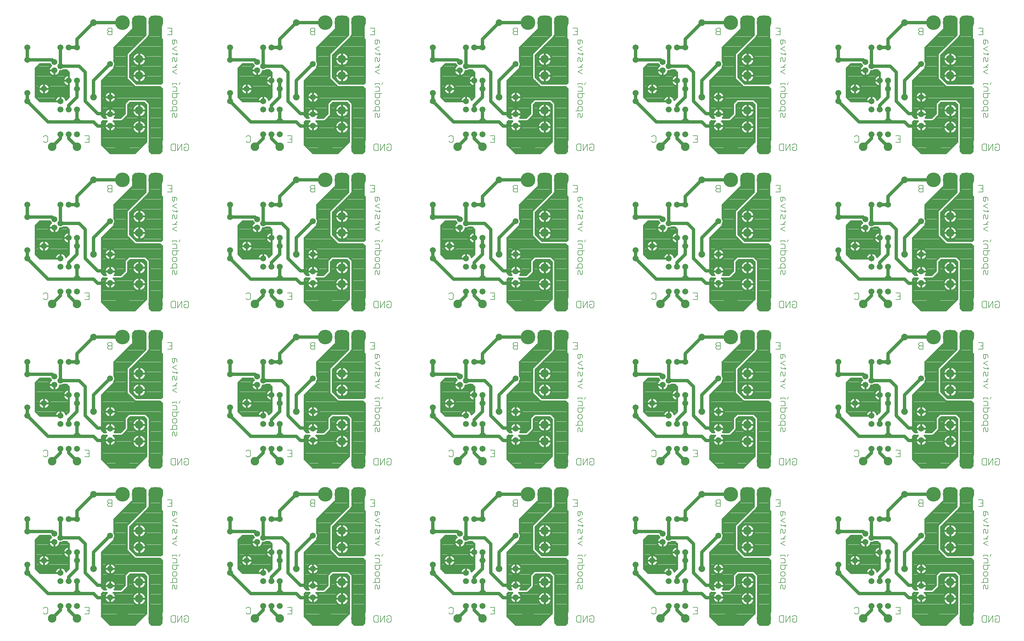
<source format=gbr>
G75*
%MOIN*%
%OFA0B0*%
%FSLAX25Y25*%
%IPPOS*%
%LPD*%
%AMOC8*
5,1,8,0,0,1.08239X$1,22.5*
%
%ADD10C,0.00700*%
%ADD11C,0.07200*%
%ADD12C,0.08000*%
%ADD13C,0.10000*%
%ADD14C,0.17717*%
%ADD15C,0.10299*%
%ADD16C,0.04000*%
%ADD17C,0.02400*%
D10*
X0045379Y0022668D02*
X0046697Y0021350D01*
X0049332Y0021350D01*
X0050650Y0022668D01*
X0050650Y0027939D01*
X0049332Y0029257D01*
X0046697Y0029257D01*
X0045379Y0027939D01*
X0095379Y0029257D02*
X0100650Y0029257D01*
X0100650Y0021350D01*
X0095379Y0021350D01*
X0098014Y0025303D02*
X0100650Y0025303D01*
X0199541Y0017939D02*
X0199541Y0012668D01*
X0200859Y0011350D01*
X0204812Y0011350D01*
X0204812Y0019257D01*
X0200859Y0019257D01*
X0199541Y0017939D01*
X0207460Y0019257D02*
X0207460Y0011350D01*
X0212731Y0019257D01*
X0212731Y0011350D01*
X0215379Y0012668D02*
X0215379Y0015303D01*
X0218014Y0015303D01*
X0215379Y0012668D02*
X0216697Y0011350D01*
X0219332Y0011350D01*
X0220650Y0012668D01*
X0220650Y0017939D01*
X0219332Y0019257D01*
X0216697Y0019257D01*
X0215379Y0017939D01*
X0205303Y0051350D02*
X0206621Y0052668D01*
X0206621Y0056621D01*
X0206621Y0059269D02*
X0206621Y0063222D01*
X0205303Y0064540D01*
X0202668Y0064540D01*
X0201350Y0063222D01*
X0201350Y0059269D01*
X0198714Y0059269D02*
X0206621Y0059269D01*
X0202668Y0056621D02*
X0203986Y0055303D01*
X0203986Y0052668D01*
X0205303Y0051350D01*
X0201350Y0051350D02*
X0201350Y0055303D01*
X0202668Y0056621D01*
X0202668Y0067188D02*
X0201350Y0068505D01*
X0201350Y0071141D01*
X0202668Y0072459D01*
X0205303Y0072459D01*
X0206621Y0071141D01*
X0206621Y0068505D01*
X0205303Y0067188D01*
X0202668Y0067188D01*
X0202668Y0075106D02*
X0205303Y0075106D01*
X0206621Y0076424D01*
X0206621Y0080377D01*
X0209257Y0080377D02*
X0201350Y0080377D01*
X0201350Y0076424D01*
X0202668Y0075106D01*
X0201350Y0083025D02*
X0206621Y0083025D01*
X0206621Y0086978D01*
X0205303Y0088296D01*
X0201350Y0088296D01*
X0201350Y0090944D02*
X0201350Y0092262D01*
X0206621Y0092262D01*
X0206621Y0090944D01*
X0209257Y0090944D02*
X0210575Y0093579D01*
X0206621Y0104142D02*
X0201350Y0106777D01*
X0206621Y0109413D01*
X0206621Y0112061D02*
X0201350Y0112061D01*
X0203986Y0112061D02*
X0206621Y0114696D01*
X0206621Y0116014D01*
X0205303Y0118659D02*
X0206621Y0119977D01*
X0206621Y0123931D01*
X0206621Y0126578D02*
X0206621Y0129214D01*
X0207939Y0127896D02*
X0202668Y0127896D01*
X0201350Y0129214D01*
X0201350Y0134493D02*
X0206621Y0137129D01*
X0206621Y0141094D02*
X0206621Y0143730D01*
X0205303Y0145047D01*
X0201350Y0145047D01*
X0201350Y0141094D01*
X0202668Y0139776D01*
X0203986Y0141094D01*
X0203986Y0145047D01*
X0200650Y0151350D02*
X0195379Y0151350D01*
X0198014Y0155303D02*
X0200650Y0155303D01*
X0200650Y0151350D02*
X0200650Y0159257D01*
X0195379Y0159257D01*
X0201350Y0134493D02*
X0206621Y0131857D01*
X0202668Y0123931D02*
X0203986Y0122613D01*
X0203986Y0119977D01*
X0205303Y0118659D01*
X0201350Y0118659D02*
X0201350Y0122613D01*
X0202668Y0123931D01*
X0128150Y0151350D02*
X0124197Y0151350D01*
X0122879Y0152668D01*
X0122879Y0153986D01*
X0124197Y0155303D01*
X0128150Y0155303D01*
X0128150Y0151350D02*
X0128150Y0159257D01*
X0124197Y0159257D01*
X0122879Y0157939D01*
X0122879Y0156621D01*
X0124197Y0155303D01*
X0199541Y0202668D02*
X0199541Y0207939D01*
X0200859Y0209257D01*
X0204812Y0209257D01*
X0204812Y0201350D01*
X0200859Y0201350D01*
X0199541Y0202668D01*
X0207460Y0201350D02*
X0207460Y0209257D01*
X0212731Y0209257D02*
X0207460Y0201350D01*
X0212731Y0201350D02*
X0212731Y0209257D01*
X0215379Y0207939D02*
X0216697Y0209257D01*
X0219332Y0209257D01*
X0220650Y0207939D01*
X0220650Y0202668D01*
X0219332Y0201350D01*
X0216697Y0201350D01*
X0215379Y0202668D01*
X0215379Y0205303D01*
X0218014Y0205303D01*
X0205303Y0236350D02*
X0206621Y0237668D01*
X0206621Y0241621D01*
X0206621Y0244269D02*
X0206621Y0248222D01*
X0205303Y0249540D01*
X0202668Y0249540D01*
X0201350Y0248222D01*
X0201350Y0244269D01*
X0198714Y0244269D02*
X0206621Y0244269D01*
X0202668Y0241621D02*
X0203986Y0240303D01*
X0203986Y0237668D01*
X0205303Y0236350D01*
X0201350Y0236350D02*
X0201350Y0240303D01*
X0202668Y0241621D01*
X0202668Y0252188D02*
X0201350Y0253505D01*
X0201350Y0256141D01*
X0202668Y0257459D01*
X0205303Y0257459D01*
X0206621Y0256141D01*
X0206621Y0253505D01*
X0205303Y0252188D01*
X0202668Y0252188D01*
X0202668Y0260106D02*
X0205303Y0260106D01*
X0206621Y0261424D01*
X0206621Y0265377D01*
X0209257Y0265377D02*
X0201350Y0265377D01*
X0201350Y0261424D01*
X0202668Y0260106D01*
X0201350Y0268025D02*
X0206621Y0268025D01*
X0206621Y0271978D01*
X0205303Y0273296D01*
X0201350Y0273296D01*
X0201350Y0275944D02*
X0201350Y0277262D01*
X0206621Y0277262D01*
X0206621Y0275944D01*
X0209257Y0275944D02*
X0210575Y0278579D01*
X0206621Y0289142D02*
X0201350Y0291777D01*
X0206621Y0294413D01*
X0206621Y0297061D02*
X0201350Y0297061D01*
X0203986Y0297061D02*
X0206621Y0299696D01*
X0206621Y0301014D01*
X0205303Y0303659D02*
X0206621Y0304977D01*
X0206621Y0308931D01*
X0206621Y0311578D02*
X0206621Y0314214D01*
X0207939Y0312896D02*
X0202668Y0312896D01*
X0201350Y0314214D01*
X0201350Y0319493D02*
X0206621Y0322129D01*
X0206621Y0326094D02*
X0206621Y0328730D01*
X0205303Y0330047D01*
X0201350Y0330047D01*
X0201350Y0326094D01*
X0202668Y0324776D01*
X0203986Y0326094D01*
X0203986Y0330047D01*
X0201350Y0319493D02*
X0206621Y0316857D01*
X0202668Y0308931D02*
X0203986Y0307613D01*
X0203986Y0304977D01*
X0205303Y0303659D01*
X0201350Y0303659D02*
X0201350Y0307613D01*
X0202668Y0308931D01*
X0200650Y0341350D02*
X0195379Y0341350D01*
X0198014Y0345303D02*
X0200650Y0345303D01*
X0200650Y0341350D02*
X0200650Y0349257D01*
X0195379Y0349257D01*
X0200859Y0391350D02*
X0199541Y0392668D01*
X0199541Y0397939D01*
X0200859Y0399257D01*
X0204812Y0399257D01*
X0204812Y0391350D01*
X0200859Y0391350D01*
X0207460Y0391350D02*
X0207460Y0399257D01*
X0212731Y0399257D02*
X0207460Y0391350D01*
X0212731Y0391350D02*
X0212731Y0399257D01*
X0215379Y0397939D02*
X0216697Y0399257D01*
X0219332Y0399257D01*
X0220650Y0397939D01*
X0220650Y0392668D01*
X0219332Y0391350D01*
X0216697Y0391350D01*
X0215379Y0392668D01*
X0215379Y0395303D01*
X0218014Y0395303D01*
X0205303Y0431350D02*
X0206621Y0432668D01*
X0206621Y0436621D01*
X0206621Y0439269D02*
X0206621Y0443222D01*
X0205303Y0444540D01*
X0202668Y0444540D01*
X0201350Y0443222D01*
X0201350Y0439269D01*
X0198714Y0439269D02*
X0206621Y0439269D01*
X0202668Y0436621D02*
X0203986Y0435303D01*
X0203986Y0432668D01*
X0205303Y0431350D01*
X0201350Y0431350D02*
X0201350Y0435303D01*
X0202668Y0436621D01*
X0202668Y0447188D02*
X0201350Y0448505D01*
X0201350Y0451141D01*
X0202668Y0452459D01*
X0205303Y0452459D01*
X0206621Y0451141D01*
X0206621Y0448505D01*
X0205303Y0447188D01*
X0202668Y0447188D01*
X0202668Y0455106D02*
X0205303Y0455106D01*
X0206621Y0456424D01*
X0206621Y0460377D01*
X0209257Y0460377D02*
X0201350Y0460377D01*
X0201350Y0456424D01*
X0202668Y0455106D01*
X0201350Y0463025D02*
X0206621Y0463025D01*
X0206621Y0466978D01*
X0205303Y0468296D01*
X0201350Y0468296D01*
X0201350Y0470944D02*
X0201350Y0472262D01*
X0206621Y0472262D01*
X0206621Y0470944D01*
X0209257Y0470944D02*
X0210575Y0473579D01*
X0206621Y0484142D02*
X0201350Y0486777D01*
X0206621Y0489413D01*
X0206621Y0492061D02*
X0201350Y0492061D01*
X0203986Y0492061D02*
X0206621Y0494696D01*
X0206621Y0496014D01*
X0205303Y0498659D02*
X0206621Y0499977D01*
X0206621Y0503931D01*
X0206621Y0506578D02*
X0206621Y0509214D01*
X0207939Y0507896D02*
X0202668Y0507896D01*
X0201350Y0509214D01*
X0201350Y0514493D02*
X0206621Y0517129D01*
X0206621Y0521094D02*
X0206621Y0523730D01*
X0205303Y0525047D01*
X0201350Y0525047D01*
X0201350Y0521094D01*
X0202668Y0519776D01*
X0203986Y0521094D01*
X0203986Y0525047D01*
X0200650Y0531350D02*
X0195379Y0531350D01*
X0198014Y0535303D02*
X0200650Y0535303D01*
X0200650Y0531350D02*
X0200650Y0539257D01*
X0195379Y0539257D01*
X0201350Y0514493D02*
X0206621Y0511857D01*
X0202668Y0503931D02*
X0203986Y0502613D01*
X0203986Y0499977D01*
X0205303Y0498659D01*
X0201350Y0498659D02*
X0201350Y0502613D01*
X0202668Y0503931D01*
X0128150Y0531350D02*
X0124197Y0531350D01*
X0122879Y0532668D01*
X0122879Y0533986D01*
X0124197Y0535303D01*
X0128150Y0535303D01*
X0128150Y0531350D02*
X0128150Y0539257D01*
X0124197Y0539257D01*
X0122879Y0537939D01*
X0122879Y0536621D01*
X0124197Y0535303D01*
X0199541Y0582668D02*
X0199541Y0587939D01*
X0200859Y0589257D01*
X0204812Y0589257D01*
X0204812Y0581350D01*
X0200859Y0581350D01*
X0199541Y0582668D01*
X0207460Y0581350D02*
X0207460Y0589257D01*
X0212731Y0589257D02*
X0207460Y0581350D01*
X0212731Y0581350D02*
X0212731Y0589257D01*
X0215379Y0587939D02*
X0216697Y0589257D01*
X0219332Y0589257D01*
X0220650Y0587939D01*
X0220650Y0582668D01*
X0219332Y0581350D01*
X0216697Y0581350D01*
X0215379Y0582668D01*
X0215379Y0585303D01*
X0218014Y0585303D01*
X0205303Y0621350D02*
X0206621Y0622668D01*
X0206621Y0626621D01*
X0206621Y0629269D02*
X0206621Y0633222D01*
X0205303Y0634540D01*
X0202668Y0634540D01*
X0201350Y0633222D01*
X0201350Y0629269D01*
X0198714Y0629269D02*
X0206621Y0629269D01*
X0202668Y0626621D02*
X0203986Y0625303D01*
X0203986Y0622668D01*
X0205303Y0621350D01*
X0201350Y0621350D02*
X0201350Y0625303D01*
X0202668Y0626621D01*
X0202668Y0637188D02*
X0201350Y0638505D01*
X0201350Y0641141D01*
X0202668Y0642459D01*
X0205303Y0642459D01*
X0206621Y0641141D01*
X0206621Y0638505D01*
X0205303Y0637188D01*
X0202668Y0637188D01*
X0202668Y0645106D02*
X0205303Y0645106D01*
X0206621Y0646424D01*
X0206621Y0650377D01*
X0209257Y0650377D02*
X0201350Y0650377D01*
X0201350Y0646424D01*
X0202668Y0645106D01*
X0201350Y0653025D02*
X0206621Y0653025D01*
X0206621Y0656978D01*
X0205303Y0658296D01*
X0201350Y0658296D01*
X0201350Y0660944D02*
X0201350Y0662262D01*
X0206621Y0662262D01*
X0206621Y0660944D01*
X0209257Y0660944D02*
X0210575Y0663579D01*
X0206621Y0674142D02*
X0201350Y0676777D01*
X0206621Y0679413D01*
X0206621Y0682061D02*
X0201350Y0682061D01*
X0203986Y0682061D02*
X0206621Y0684696D01*
X0206621Y0686014D01*
X0205303Y0688659D02*
X0206621Y0689977D01*
X0206621Y0693931D01*
X0206621Y0696578D02*
X0206621Y0699214D01*
X0207939Y0697896D02*
X0202668Y0697896D01*
X0201350Y0699214D01*
X0201350Y0704493D02*
X0206621Y0707129D01*
X0206621Y0711094D02*
X0206621Y0713730D01*
X0205303Y0715047D01*
X0201350Y0715047D01*
X0201350Y0711094D01*
X0202668Y0709776D01*
X0203986Y0711094D01*
X0203986Y0715047D01*
X0200650Y0721350D02*
X0195379Y0721350D01*
X0198014Y0725303D02*
X0200650Y0725303D01*
X0200650Y0721350D02*
X0200650Y0729257D01*
X0195379Y0729257D01*
X0201350Y0704493D02*
X0206621Y0701857D01*
X0202668Y0693931D02*
X0203986Y0692613D01*
X0203986Y0689977D01*
X0205303Y0688659D01*
X0201350Y0688659D02*
X0201350Y0692613D01*
X0202668Y0693931D01*
X0128150Y0721350D02*
X0124197Y0721350D01*
X0122879Y0722668D01*
X0122879Y0723986D01*
X0124197Y0725303D01*
X0128150Y0725303D01*
X0128150Y0721350D02*
X0128150Y0729257D01*
X0124197Y0729257D01*
X0122879Y0727939D01*
X0122879Y0726621D01*
X0124197Y0725303D01*
X0100650Y0599257D02*
X0095379Y0599257D01*
X0098014Y0595303D02*
X0100650Y0595303D01*
X0100650Y0591350D02*
X0100650Y0599257D01*
X0100650Y0591350D02*
X0095379Y0591350D01*
X0050650Y0592668D02*
X0049332Y0591350D01*
X0046697Y0591350D01*
X0045379Y0592668D01*
X0045379Y0597939D02*
X0046697Y0599257D01*
X0049332Y0599257D01*
X0050650Y0597939D01*
X0050650Y0592668D01*
X0290379Y0592668D02*
X0291697Y0591350D01*
X0294332Y0591350D01*
X0295650Y0592668D01*
X0295650Y0597939D01*
X0294332Y0599257D01*
X0291697Y0599257D01*
X0290379Y0597939D01*
X0340379Y0599257D02*
X0345650Y0599257D01*
X0345650Y0591350D01*
X0340379Y0591350D01*
X0343014Y0595303D02*
X0345650Y0595303D01*
X0369197Y0539257D02*
X0367879Y0537939D01*
X0367879Y0536621D01*
X0369197Y0535303D01*
X0373150Y0535303D01*
X0373150Y0531350D02*
X0373150Y0539257D01*
X0369197Y0539257D01*
X0369197Y0535303D02*
X0367879Y0533986D01*
X0367879Y0532668D01*
X0369197Y0531350D01*
X0373150Y0531350D01*
X0440379Y0531350D02*
X0445650Y0531350D01*
X0445650Y0539257D01*
X0440379Y0539257D01*
X0443014Y0535303D02*
X0445650Y0535303D01*
X0446350Y0525047D02*
X0446350Y0521094D01*
X0447668Y0519776D01*
X0448986Y0521094D01*
X0448986Y0525047D01*
X0450303Y0525047D02*
X0446350Y0525047D01*
X0450303Y0525047D02*
X0451621Y0523730D01*
X0451621Y0521094D01*
X0451621Y0517129D02*
X0446350Y0514493D01*
X0451621Y0511857D01*
X0451621Y0509214D02*
X0451621Y0506578D01*
X0452939Y0507896D02*
X0447668Y0507896D01*
X0446350Y0509214D01*
X0447668Y0503931D02*
X0448986Y0502613D01*
X0448986Y0499977D01*
X0450303Y0498659D01*
X0451621Y0499977D01*
X0451621Y0503931D01*
X0447668Y0503931D02*
X0446350Y0502613D01*
X0446350Y0498659D01*
X0451621Y0496014D02*
X0451621Y0494696D01*
X0448986Y0492061D01*
X0451621Y0492061D02*
X0446350Y0492061D01*
X0446350Y0486777D02*
X0451621Y0489413D01*
X0451621Y0484142D02*
X0446350Y0486777D01*
X0455575Y0473579D02*
X0454257Y0470944D01*
X0451621Y0470944D02*
X0451621Y0472262D01*
X0446350Y0472262D01*
X0446350Y0470944D01*
X0446350Y0468296D02*
X0450303Y0468296D01*
X0451621Y0466978D01*
X0451621Y0463025D01*
X0446350Y0463025D01*
X0446350Y0460377D02*
X0446350Y0456424D01*
X0447668Y0455106D01*
X0450303Y0455106D01*
X0451621Y0456424D01*
X0451621Y0460377D01*
X0454257Y0460377D02*
X0446350Y0460377D01*
X0447668Y0452459D02*
X0450303Y0452459D01*
X0451621Y0451141D01*
X0451621Y0448505D01*
X0450303Y0447188D01*
X0447668Y0447188D01*
X0446350Y0448505D01*
X0446350Y0451141D01*
X0447668Y0452459D01*
X0447668Y0444540D02*
X0446350Y0443222D01*
X0446350Y0439269D01*
X0443714Y0439269D02*
X0451621Y0439269D01*
X0451621Y0443222D01*
X0450303Y0444540D01*
X0447668Y0444540D01*
X0447668Y0436621D02*
X0448986Y0435303D01*
X0448986Y0432668D01*
X0450303Y0431350D01*
X0451621Y0432668D01*
X0451621Y0436621D01*
X0447668Y0436621D02*
X0446350Y0435303D01*
X0446350Y0431350D01*
X0445859Y0399257D02*
X0449812Y0399257D01*
X0449812Y0391350D01*
X0445859Y0391350D01*
X0444541Y0392668D01*
X0444541Y0397939D01*
X0445859Y0399257D01*
X0452460Y0399257D02*
X0452460Y0391350D01*
X0457731Y0399257D01*
X0457731Y0391350D01*
X0460379Y0392668D02*
X0460379Y0395303D01*
X0463014Y0395303D01*
X0460379Y0392668D02*
X0461697Y0391350D01*
X0464332Y0391350D01*
X0465650Y0392668D01*
X0465650Y0397939D01*
X0464332Y0399257D01*
X0461697Y0399257D01*
X0460379Y0397939D01*
X0535379Y0402668D02*
X0536697Y0401350D01*
X0539332Y0401350D01*
X0540650Y0402668D01*
X0540650Y0407939D01*
X0539332Y0409257D01*
X0536697Y0409257D01*
X0535379Y0407939D01*
X0585379Y0409257D02*
X0590650Y0409257D01*
X0590650Y0401350D01*
X0585379Y0401350D01*
X0588014Y0405303D02*
X0590650Y0405303D01*
X0614197Y0349257D02*
X0612879Y0347939D01*
X0612879Y0346621D01*
X0614197Y0345303D01*
X0618150Y0345303D01*
X0618150Y0341350D02*
X0614197Y0341350D01*
X0612879Y0342668D01*
X0612879Y0343986D01*
X0614197Y0345303D01*
X0614197Y0349257D02*
X0618150Y0349257D01*
X0618150Y0341350D01*
X0685379Y0341350D02*
X0690650Y0341350D01*
X0690650Y0349257D01*
X0685379Y0349257D01*
X0688014Y0345303D02*
X0690650Y0345303D01*
X0691350Y0335047D02*
X0691350Y0331094D01*
X0692668Y0329776D01*
X0693986Y0331094D01*
X0693986Y0335047D01*
X0695303Y0335047D02*
X0691350Y0335047D01*
X0695303Y0335047D02*
X0696621Y0333730D01*
X0696621Y0331094D01*
X0696621Y0327129D02*
X0691350Y0324493D01*
X0696621Y0321857D01*
X0696621Y0319214D02*
X0696621Y0316578D01*
X0697939Y0317896D02*
X0692668Y0317896D01*
X0691350Y0319214D01*
X0692668Y0313931D02*
X0693986Y0312613D01*
X0693986Y0309977D01*
X0695303Y0308659D01*
X0696621Y0309977D01*
X0696621Y0313931D01*
X0692668Y0313931D02*
X0691350Y0312613D01*
X0691350Y0308659D01*
X0696621Y0306014D02*
X0696621Y0304696D01*
X0693986Y0302061D01*
X0696621Y0302061D02*
X0691350Y0302061D01*
X0691350Y0296777D02*
X0696621Y0299413D01*
X0696621Y0294142D02*
X0691350Y0296777D01*
X0691350Y0282262D02*
X0696621Y0282262D01*
X0696621Y0280944D01*
X0699257Y0280944D02*
X0700575Y0283579D01*
X0695303Y0278296D02*
X0691350Y0278296D01*
X0691350Y0280944D02*
X0691350Y0282262D01*
X0695303Y0278296D02*
X0696621Y0276978D01*
X0696621Y0273025D01*
X0691350Y0273025D01*
X0691350Y0270377D02*
X0691350Y0266424D01*
X0692668Y0265106D01*
X0695303Y0265106D01*
X0696621Y0266424D01*
X0696621Y0270377D01*
X0699257Y0270377D02*
X0691350Y0270377D01*
X0692668Y0262459D02*
X0695303Y0262459D01*
X0696621Y0261141D01*
X0696621Y0258505D01*
X0695303Y0257188D01*
X0692668Y0257188D01*
X0691350Y0258505D01*
X0691350Y0261141D01*
X0692668Y0262459D01*
X0692668Y0254540D02*
X0691350Y0253222D01*
X0691350Y0249269D01*
X0688714Y0249269D02*
X0696621Y0249269D01*
X0696621Y0253222D01*
X0695303Y0254540D01*
X0692668Y0254540D01*
X0692668Y0246621D02*
X0693986Y0245303D01*
X0693986Y0242668D01*
X0695303Y0241350D01*
X0696621Y0242668D01*
X0696621Y0246621D01*
X0692668Y0246621D02*
X0691350Y0245303D01*
X0691350Y0241350D01*
X0690859Y0209257D02*
X0694812Y0209257D01*
X0694812Y0201350D01*
X0690859Y0201350D01*
X0689541Y0202668D01*
X0689541Y0207939D01*
X0690859Y0209257D01*
X0697460Y0209257D02*
X0697460Y0201350D01*
X0702731Y0209257D01*
X0702731Y0201350D01*
X0705379Y0202668D02*
X0705379Y0205303D01*
X0708014Y0205303D01*
X0705379Y0202668D02*
X0706697Y0201350D01*
X0709332Y0201350D01*
X0710650Y0202668D01*
X0710650Y0207939D01*
X0709332Y0209257D01*
X0706697Y0209257D01*
X0705379Y0207939D01*
X0690650Y0159257D02*
X0690650Y0151350D01*
X0685379Y0151350D01*
X0688014Y0155303D02*
X0690650Y0155303D01*
X0690650Y0159257D02*
X0685379Y0159257D01*
X0691350Y0145047D02*
X0691350Y0141094D01*
X0692668Y0139776D01*
X0693986Y0141094D01*
X0693986Y0145047D01*
X0695303Y0145047D02*
X0691350Y0145047D01*
X0695303Y0145047D02*
X0696621Y0143730D01*
X0696621Y0141094D01*
X0696621Y0137129D02*
X0691350Y0134493D01*
X0696621Y0131857D01*
X0696621Y0129214D02*
X0696621Y0126578D01*
X0697939Y0127896D02*
X0692668Y0127896D01*
X0691350Y0129214D01*
X0692668Y0123931D02*
X0693986Y0122613D01*
X0693986Y0119977D01*
X0695303Y0118659D01*
X0696621Y0119977D01*
X0696621Y0123931D01*
X0692668Y0123931D02*
X0691350Y0122613D01*
X0691350Y0118659D01*
X0696621Y0116014D02*
X0696621Y0114696D01*
X0693986Y0112061D01*
X0696621Y0112061D02*
X0691350Y0112061D01*
X0691350Y0106777D02*
X0696621Y0109413D01*
X0696621Y0104142D02*
X0691350Y0106777D01*
X0691350Y0092262D02*
X0696621Y0092262D01*
X0696621Y0090944D01*
X0699257Y0090944D02*
X0700575Y0093579D01*
X0695303Y0088296D02*
X0691350Y0088296D01*
X0691350Y0090944D02*
X0691350Y0092262D01*
X0695303Y0088296D02*
X0696621Y0086978D01*
X0696621Y0083025D01*
X0691350Y0083025D01*
X0691350Y0080377D02*
X0691350Y0076424D01*
X0692668Y0075106D01*
X0695303Y0075106D01*
X0696621Y0076424D01*
X0696621Y0080377D01*
X0699257Y0080377D02*
X0691350Y0080377D01*
X0692668Y0072459D02*
X0695303Y0072459D01*
X0696621Y0071141D01*
X0696621Y0068505D01*
X0695303Y0067188D01*
X0692668Y0067188D01*
X0691350Y0068505D01*
X0691350Y0071141D01*
X0692668Y0072459D01*
X0692668Y0064540D02*
X0691350Y0063222D01*
X0691350Y0059269D01*
X0688714Y0059269D02*
X0696621Y0059269D01*
X0696621Y0063222D01*
X0695303Y0064540D01*
X0692668Y0064540D01*
X0692668Y0056621D02*
X0693986Y0055303D01*
X0693986Y0052668D01*
X0695303Y0051350D01*
X0696621Y0052668D01*
X0696621Y0056621D01*
X0692668Y0056621D02*
X0691350Y0055303D01*
X0691350Y0051350D01*
X0690859Y0019257D02*
X0694812Y0019257D01*
X0694812Y0011350D01*
X0690859Y0011350D01*
X0689541Y0012668D01*
X0689541Y0017939D01*
X0690859Y0019257D01*
X0697460Y0019257D02*
X0697460Y0011350D01*
X0702731Y0019257D01*
X0702731Y0011350D01*
X0705379Y0012668D02*
X0705379Y0015303D01*
X0708014Y0015303D01*
X0705379Y0012668D02*
X0706697Y0011350D01*
X0709332Y0011350D01*
X0710650Y0012668D01*
X0710650Y0017939D01*
X0709332Y0019257D01*
X0706697Y0019257D01*
X0705379Y0017939D01*
X0780379Y0022668D02*
X0781697Y0021350D01*
X0784332Y0021350D01*
X0785650Y0022668D01*
X0785650Y0027939D01*
X0784332Y0029257D01*
X0781697Y0029257D01*
X0780379Y0027939D01*
X0830379Y0029257D02*
X0835650Y0029257D01*
X0835650Y0021350D01*
X0830379Y0021350D01*
X0833014Y0025303D02*
X0835650Y0025303D01*
X0934541Y0017939D02*
X0934541Y0012668D01*
X0935859Y0011350D01*
X0939812Y0011350D01*
X0939812Y0019257D01*
X0935859Y0019257D01*
X0934541Y0017939D01*
X0942460Y0019257D02*
X0942460Y0011350D01*
X0947731Y0019257D01*
X0947731Y0011350D01*
X0950379Y0012668D02*
X0950379Y0015303D01*
X0953014Y0015303D01*
X0950379Y0012668D02*
X0951697Y0011350D01*
X0954332Y0011350D01*
X0955650Y0012668D01*
X0955650Y0017939D01*
X0954332Y0019257D01*
X0951697Y0019257D01*
X0950379Y0017939D01*
X0940303Y0051350D02*
X0941621Y0052668D01*
X0941621Y0056621D01*
X0941621Y0059269D02*
X0941621Y0063222D01*
X0940303Y0064540D01*
X0937668Y0064540D01*
X0936350Y0063222D01*
X0936350Y0059269D01*
X0933714Y0059269D02*
X0941621Y0059269D01*
X0937668Y0056621D02*
X0938986Y0055303D01*
X0938986Y0052668D01*
X0940303Y0051350D01*
X0936350Y0051350D02*
X0936350Y0055303D01*
X0937668Y0056621D01*
X0937668Y0067188D02*
X0936350Y0068505D01*
X0936350Y0071141D01*
X0937668Y0072459D01*
X0940303Y0072459D01*
X0941621Y0071141D01*
X0941621Y0068505D01*
X0940303Y0067188D01*
X0937668Y0067188D01*
X0937668Y0075106D02*
X0936350Y0076424D01*
X0936350Y0080377D01*
X0944257Y0080377D01*
X0941621Y0080377D02*
X0941621Y0076424D01*
X0940303Y0075106D01*
X0937668Y0075106D01*
X0936350Y0083025D02*
X0941621Y0083025D01*
X0941621Y0086978D01*
X0940303Y0088296D01*
X0936350Y0088296D01*
X0936350Y0090944D02*
X0936350Y0092262D01*
X0941621Y0092262D01*
X0941621Y0090944D01*
X0944257Y0090944D02*
X0945575Y0093579D01*
X0941621Y0104142D02*
X0936350Y0106777D01*
X0941621Y0109413D01*
X0941621Y0112061D02*
X0936350Y0112061D01*
X0938986Y0112061D02*
X0941621Y0114696D01*
X0941621Y0116014D01*
X0940303Y0118659D02*
X0941621Y0119977D01*
X0941621Y0123931D01*
X0941621Y0126578D02*
X0941621Y0129214D01*
X0942939Y0127896D02*
X0937668Y0127896D01*
X0936350Y0129214D01*
X0936350Y0134493D02*
X0941621Y0137129D01*
X0941621Y0141094D02*
X0941621Y0143730D01*
X0940303Y0145047D01*
X0936350Y0145047D01*
X0936350Y0141094D01*
X0937668Y0139776D01*
X0938986Y0141094D01*
X0938986Y0145047D01*
X0935650Y0151350D02*
X0930379Y0151350D01*
X0933014Y0155303D02*
X0935650Y0155303D01*
X0935650Y0151350D02*
X0935650Y0159257D01*
X0930379Y0159257D01*
X0936350Y0134493D02*
X0941621Y0131857D01*
X0937668Y0123931D02*
X0936350Y0122613D01*
X0936350Y0118659D01*
X0938986Y0119977D02*
X0938986Y0122613D01*
X0937668Y0123931D01*
X0938986Y0119977D02*
X0940303Y0118659D01*
X0863150Y0151350D02*
X0859197Y0151350D01*
X0857879Y0152668D01*
X0857879Y0153986D01*
X0859197Y0155303D01*
X0863150Y0155303D01*
X0863150Y0151350D02*
X0863150Y0159257D01*
X0859197Y0159257D01*
X0857879Y0157939D01*
X0857879Y0156621D01*
X0859197Y0155303D01*
X0934541Y0202668D02*
X0934541Y0207939D01*
X0935859Y0209257D01*
X0939812Y0209257D01*
X0939812Y0201350D01*
X0935859Y0201350D01*
X0934541Y0202668D01*
X0942460Y0201350D02*
X0942460Y0209257D01*
X0947731Y0209257D02*
X0942460Y0201350D01*
X0947731Y0201350D02*
X0947731Y0209257D01*
X0950379Y0207939D02*
X0951697Y0209257D01*
X0954332Y0209257D01*
X0955650Y0207939D01*
X0955650Y0202668D01*
X0954332Y0201350D01*
X0951697Y0201350D01*
X0950379Y0202668D01*
X0950379Y0205303D01*
X0953014Y0205303D01*
X0940303Y0241350D02*
X0941621Y0242668D01*
X0941621Y0246621D01*
X0941621Y0249269D02*
X0933714Y0249269D01*
X0936350Y0249269D02*
X0936350Y0253222D01*
X0937668Y0254540D01*
X0940303Y0254540D01*
X0941621Y0253222D01*
X0941621Y0249269D01*
X0937668Y0246621D02*
X0936350Y0245303D01*
X0936350Y0241350D01*
X0938986Y0242668D02*
X0940303Y0241350D01*
X0938986Y0242668D02*
X0938986Y0245303D01*
X0937668Y0246621D01*
X0937668Y0257188D02*
X0936350Y0258505D01*
X0936350Y0261141D01*
X0937668Y0262459D01*
X0940303Y0262459D01*
X0941621Y0261141D01*
X0941621Y0258505D01*
X0940303Y0257188D01*
X0937668Y0257188D01*
X0937668Y0265106D02*
X0936350Y0266424D01*
X0936350Y0270377D01*
X0944257Y0270377D01*
X0941621Y0270377D02*
X0941621Y0266424D01*
X0940303Y0265106D01*
X0937668Y0265106D01*
X0936350Y0273025D02*
X0941621Y0273025D01*
X0941621Y0276978D01*
X0940303Y0278296D01*
X0936350Y0278296D01*
X0936350Y0280944D02*
X0936350Y0282262D01*
X0941621Y0282262D01*
X0941621Y0280944D01*
X0944257Y0280944D02*
X0945575Y0283579D01*
X0941621Y0294142D02*
X0936350Y0296777D01*
X0941621Y0299413D01*
X0941621Y0302061D02*
X0936350Y0302061D01*
X0938986Y0302061D02*
X0941621Y0304696D01*
X0941621Y0306014D01*
X0940303Y0308659D02*
X0941621Y0309977D01*
X0941621Y0313931D01*
X0941621Y0316578D02*
X0941621Y0319214D01*
X0942939Y0317896D02*
X0937668Y0317896D01*
X0936350Y0319214D01*
X0936350Y0324493D02*
X0941621Y0327129D01*
X0941621Y0331094D02*
X0941621Y0333730D01*
X0940303Y0335047D01*
X0936350Y0335047D01*
X0936350Y0331094D01*
X0937668Y0329776D01*
X0938986Y0331094D01*
X0938986Y0335047D01*
X0935650Y0341350D02*
X0930379Y0341350D01*
X0933014Y0345303D02*
X0935650Y0345303D01*
X0935650Y0341350D02*
X0935650Y0349257D01*
X0930379Y0349257D01*
X0936350Y0324493D02*
X0941621Y0321857D01*
X0937668Y0313931D02*
X0936350Y0312613D01*
X0936350Y0308659D01*
X0938986Y0309977D02*
X0940303Y0308659D01*
X0938986Y0309977D02*
X0938986Y0312613D01*
X0937668Y0313931D01*
X0863150Y0341350D02*
X0859197Y0341350D01*
X0857879Y0342668D01*
X0857879Y0343986D01*
X0859197Y0345303D01*
X0863150Y0345303D01*
X0863150Y0341350D02*
X0863150Y0349257D01*
X0859197Y0349257D01*
X0857879Y0347939D01*
X0857879Y0346621D01*
X0859197Y0345303D01*
X0934541Y0392668D02*
X0934541Y0397939D01*
X0935859Y0399257D01*
X0939812Y0399257D01*
X0939812Y0391350D01*
X0935859Y0391350D01*
X0934541Y0392668D01*
X0942460Y0391350D02*
X0942460Y0399257D01*
X0947731Y0399257D02*
X0942460Y0391350D01*
X0947731Y0391350D02*
X0947731Y0399257D01*
X0950379Y0397939D02*
X0951697Y0399257D01*
X0954332Y0399257D01*
X0955650Y0397939D01*
X0955650Y0392668D01*
X0954332Y0391350D01*
X0951697Y0391350D01*
X0950379Y0392668D01*
X0950379Y0395303D01*
X0953014Y0395303D01*
X0940303Y0431350D02*
X0941621Y0432668D01*
X0941621Y0436621D01*
X0941621Y0439269D02*
X0941621Y0443222D01*
X0940303Y0444540D01*
X0937668Y0444540D01*
X0936350Y0443222D01*
X0936350Y0439269D01*
X0933714Y0439269D02*
X0941621Y0439269D01*
X0937668Y0436621D02*
X0938986Y0435303D01*
X0938986Y0432668D01*
X0940303Y0431350D01*
X0936350Y0431350D02*
X0936350Y0435303D01*
X0937668Y0436621D01*
X0937668Y0447188D02*
X0936350Y0448505D01*
X0936350Y0451141D01*
X0937668Y0452459D01*
X0940303Y0452459D01*
X0941621Y0451141D01*
X0941621Y0448505D01*
X0940303Y0447188D01*
X0937668Y0447188D01*
X0937668Y0455106D02*
X0936350Y0456424D01*
X0936350Y0460377D01*
X0944257Y0460377D01*
X0941621Y0460377D02*
X0941621Y0456424D01*
X0940303Y0455106D01*
X0937668Y0455106D01*
X0936350Y0463025D02*
X0941621Y0463025D01*
X0941621Y0466978D01*
X0940303Y0468296D01*
X0936350Y0468296D01*
X0936350Y0470944D02*
X0936350Y0472262D01*
X0941621Y0472262D01*
X0941621Y0470944D01*
X0944257Y0470944D02*
X0945575Y0473579D01*
X0941621Y0484142D02*
X0936350Y0486777D01*
X0941621Y0489413D01*
X0941621Y0492061D02*
X0936350Y0492061D01*
X0938986Y0492061D02*
X0941621Y0494696D01*
X0941621Y0496014D01*
X0940303Y0498659D02*
X0941621Y0499977D01*
X0941621Y0503931D01*
X0941621Y0506578D02*
X0941621Y0509214D01*
X0942939Y0507896D02*
X0937668Y0507896D01*
X0936350Y0509214D01*
X0936350Y0514493D02*
X0941621Y0517129D01*
X0941621Y0521094D02*
X0941621Y0523730D01*
X0940303Y0525047D01*
X0936350Y0525047D01*
X0936350Y0521094D01*
X0937668Y0519776D01*
X0938986Y0521094D01*
X0938986Y0525047D01*
X0935650Y0531350D02*
X0930379Y0531350D01*
X0933014Y0535303D02*
X0935650Y0535303D01*
X0935650Y0531350D02*
X0935650Y0539257D01*
X0930379Y0539257D01*
X0936350Y0514493D02*
X0941621Y0511857D01*
X0937668Y0503931D02*
X0938986Y0502613D01*
X0938986Y0499977D01*
X0940303Y0498659D01*
X0936350Y0498659D02*
X0936350Y0502613D01*
X0937668Y0503931D01*
X0863150Y0531350D02*
X0859197Y0531350D01*
X0857879Y0532668D01*
X0857879Y0533986D01*
X0859197Y0535303D01*
X0863150Y0535303D01*
X0863150Y0531350D02*
X0863150Y0539257D01*
X0859197Y0539257D01*
X0857879Y0537939D01*
X0857879Y0536621D01*
X0859197Y0535303D01*
X0934541Y0582668D02*
X0934541Y0587939D01*
X0935859Y0589257D01*
X0939812Y0589257D01*
X0939812Y0581350D01*
X0935859Y0581350D01*
X0934541Y0582668D01*
X0942460Y0581350D02*
X0942460Y0589257D01*
X0947731Y0589257D02*
X0942460Y0581350D01*
X0947731Y0581350D02*
X0947731Y0589257D01*
X0950379Y0587939D02*
X0951697Y0589257D01*
X0954332Y0589257D01*
X0955650Y0587939D01*
X0955650Y0582668D01*
X0954332Y0581350D01*
X0951697Y0581350D01*
X0950379Y0582668D01*
X0950379Y0585303D01*
X0953014Y0585303D01*
X0940303Y0621350D02*
X0941621Y0622668D01*
X0941621Y0626621D01*
X0941621Y0629269D02*
X0941621Y0633222D01*
X0940303Y0634540D01*
X0937668Y0634540D01*
X0936350Y0633222D01*
X0936350Y0629269D01*
X0933714Y0629269D02*
X0941621Y0629269D01*
X0937668Y0626621D02*
X0938986Y0625303D01*
X0938986Y0622668D01*
X0940303Y0621350D01*
X0936350Y0621350D02*
X0936350Y0625303D01*
X0937668Y0626621D01*
X0937668Y0637188D02*
X0936350Y0638505D01*
X0936350Y0641141D01*
X0937668Y0642459D01*
X0940303Y0642459D01*
X0941621Y0641141D01*
X0941621Y0638505D01*
X0940303Y0637188D01*
X0937668Y0637188D01*
X0937668Y0645106D02*
X0940303Y0645106D01*
X0941621Y0646424D01*
X0941621Y0650377D01*
X0944257Y0650377D02*
X0936350Y0650377D01*
X0936350Y0646424D01*
X0937668Y0645106D01*
X0936350Y0653025D02*
X0941621Y0653025D01*
X0941621Y0656978D01*
X0940303Y0658296D01*
X0936350Y0658296D01*
X0936350Y0660944D02*
X0936350Y0662262D01*
X0941621Y0662262D01*
X0941621Y0660944D01*
X0944257Y0660944D02*
X0945575Y0663579D01*
X0941621Y0674142D02*
X0936350Y0676777D01*
X0941621Y0679413D01*
X0941621Y0682061D02*
X0936350Y0682061D01*
X0938986Y0682061D02*
X0941621Y0684696D01*
X0941621Y0686014D01*
X0940303Y0688659D02*
X0941621Y0689977D01*
X0941621Y0693931D01*
X0941621Y0696578D02*
X0941621Y0699214D01*
X0942939Y0697896D02*
X0937668Y0697896D01*
X0936350Y0699214D01*
X0936350Y0704493D02*
X0941621Y0707129D01*
X0941621Y0711094D02*
X0941621Y0713730D01*
X0940303Y0715047D01*
X0936350Y0715047D01*
X0936350Y0711094D01*
X0937668Y0709776D01*
X0938986Y0711094D01*
X0938986Y0715047D01*
X0935650Y0721350D02*
X0930379Y0721350D01*
X0933014Y0725303D02*
X0935650Y0725303D01*
X0935650Y0721350D02*
X0935650Y0729257D01*
X0930379Y0729257D01*
X0936350Y0704493D02*
X0941621Y0701857D01*
X0937668Y0693931D02*
X0936350Y0692613D01*
X0936350Y0688659D01*
X0938986Y0689977D02*
X0938986Y0692613D01*
X0937668Y0693931D01*
X0938986Y0689977D02*
X0940303Y0688659D01*
X0863150Y0721350D02*
X0859197Y0721350D01*
X0857879Y0722668D01*
X0857879Y0723986D01*
X0859197Y0725303D01*
X0863150Y0725303D01*
X0863150Y0721350D02*
X0863150Y0729257D01*
X0859197Y0729257D01*
X0857879Y0727939D01*
X0857879Y0726621D01*
X0859197Y0725303D01*
X0696621Y0713730D02*
X0696621Y0711094D01*
X0693986Y0711094D02*
X0693986Y0715047D01*
X0695303Y0715047D02*
X0691350Y0715047D01*
X0691350Y0711094D01*
X0692668Y0709776D01*
X0693986Y0711094D01*
X0696621Y0713730D02*
X0695303Y0715047D01*
X0690650Y0721350D02*
X0685379Y0721350D01*
X0688014Y0725303D02*
X0690650Y0725303D01*
X0690650Y0721350D02*
X0690650Y0729257D01*
X0685379Y0729257D01*
X0696621Y0707129D02*
X0691350Y0704493D01*
X0696621Y0701857D01*
X0696621Y0699214D02*
X0696621Y0696578D01*
X0697939Y0697896D02*
X0692668Y0697896D01*
X0691350Y0699214D01*
X0692668Y0693931D02*
X0693986Y0692613D01*
X0693986Y0689977D01*
X0695303Y0688659D01*
X0696621Y0689977D01*
X0696621Y0693931D01*
X0692668Y0693931D02*
X0691350Y0692613D01*
X0691350Y0688659D01*
X0696621Y0686014D02*
X0696621Y0684696D01*
X0693986Y0682061D01*
X0696621Y0682061D02*
X0691350Y0682061D01*
X0691350Y0676777D02*
X0696621Y0679413D01*
X0696621Y0674142D02*
X0691350Y0676777D01*
X0691350Y0662262D02*
X0696621Y0662262D01*
X0696621Y0660944D01*
X0699257Y0660944D02*
X0700575Y0663579D01*
X0695303Y0658296D02*
X0691350Y0658296D01*
X0691350Y0660944D02*
X0691350Y0662262D01*
X0695303Y0658296D02*
X0696621Y0656978D01*
X0696621Y0653025D01*
X0691350Y0653025D01*
X0691350Y0650377D02*
X0691350Y0646424D01*
X0692668Y0645106D01*
X0695303Y0645106D01*
X0696621Y0646424D01*
X0696621Y0650377D01*
X0699257Y0650377D02*
X0691350Y0650377D01*
X0692668Y0642459D02*
X0695303Y0642459D01*
X0696621Y0641141D01*
X0696621Y0638505D01*
X0695303Y0637188D01*
X0692668Y0637188D01*
X0691350Y0638505D01*
X0691350Y0641141D01*
X0692668Y0642459D01*
X0692668Y0634540D02*
X0691350Y0633222D01*
X0691350Y0629269D01*
X0688714Y0629269D02*
X0696621Y0629269D01*
X0696621Y0633222D01*
X0695303Y0634540D01*
X0692668Y0634540D01*
X0692668Y0626621D02*
X0693986Y0625303D01*
X0693986Y0622668D01*
X0695303Y0621350D01*
X0696621Y0622668D01*
X0696621Y0626621D01*
X0692668Y0626621D02*
X0691350Y0625303D01*
X0691350Y0621350D01*
X0690859Y0589257D02*
X0694812Y0589257D01*
X0694812Y0581350D01*
X0690859Y0581350D01*
X0689541Y0582668D01*
X0689541Y0587939D01*
X0690859Y0589257D01*
X0697460Y0589257D02*
X0697460Y0581350D01*
X0702731Y0589257D01*
X0702731Y0581350D01*
X0705379Y0582668D02*
X0705379Y0585303D01*
X0708014Y0585303D01*
X0705379Y0582668D02*
X0706697Y0581350D01*
X0709332Y0581350D01*
X0710650Y0582668D01*
X0710650Y0587939D01*
X0709332Y0589257D01*
X0706697Y0589257D01*
X0705379Y0587939D01*
X0690650Y0539257D02*
X0690650Y0531350D01*
X0685379Y0531350D01*
X0688014Y0535303D02*
X0690650Y0535303D01*
X0690650Y0539257D02*
X0685379Y0539257D01*
X0691350Y0525047D02*
X0691350Y0521094D01*
X0692668Y0519776D01*
X0693986Y0521094D01*
X0693986Y0525047D01*
X0695303Y0525047D02*
X0691350Y0525047D01*
X0695303Y0525047D02*
X0696621Y0523730D01*
X0696621Y0521094D01*
X0696621Y0517129D02*
X0691350Y0514493D01*
X0696621Y0511857D01*
X0696621Y0509214D02*
X0696621Y0506578D01*
X0697939Y0507896D02*
X0692668Y0507896D01*
X0691350Y0509214D01*
X0692668Y0503931D02*
X0693986Y0502613D01*
X0693986Y0499977D01*
X0695303Y0498659D01*
X0696621Y0499977D01*
X0696621Y0503931D01*
X0692668Y0503931D02*
X0691350Y0502613D01*
X0691350Y0498659D01*
X0696621Y0496014D02*
X0696621Y0494696D01*
X0693986Y0492061D01*
X0696621Y0492061D02*
X0691350Y0492061D01*
X0691350Y0486777D02*
X0696621Y0489413D01*
X0696621Y0484142D02*
X0691350Y0486777D01*
X0700575Y0473579D02*
X0699257Y0470944D01*
X0696621Y0470944D02*
X0696621Y0472262D01*
X0691350Y0472262D01*
X0691350Y0470944D01*
X0691350Y0468296D02*
X0695303Y0468296D01*
X0696621Y0466978D01*
X0696621Y0463025D01*
X0691350Y0463025D01*
X0691350Y0460377D02*
X0691350Y0456424D01*
X0692668Y0455106D01*
X0695303Y0455106D01*
X0696621Y0456424D01*
X0696621Y0460377D01*
X0699257Y0460377D02*
X0691350Y0460377D01*
X0692668Y0452459D02*
X0695303Y0452459D01*
X0696621Y0451141D01*
X0696621Y0448505D01*
X0695303Y0447188D01*
X0692668Y0447188D01*
X0691350Y0448505D01*
X0691350Y0451141D01*
X0692668Y0452459D01*
X0692668Y0444540D02*
X0691350Y0443222D01*
X0691350Y0439269D01*
X0688714Y0439269D02*
X0696621Y0439269D01*
X0696621Y0443222D01*
X0695303Y0444540D01*
X0692668Y0444540D01*
X0692668Y0436621D02*
X0693986Y0435303D01*
X0693986Y0432668D01*
X0695303Y0431350D01*
X0696621Y0432668D01*
X0696621Y0436621D01*
X0692668Y0436621D02*
X0691350Y0435303D01*
X0691350Y0431350D01*
X0690859Y0399257D02*
X0694812Y0399257D01*
X0694812Y0391350D01*
X0690859Y0391350D01*
X0689541Y0392668D01*
X0689541Y0397939D01*
X0690859Y0399257D01*
X0697460Y0399257D02*
X0697460Y0391350D01*
X0702731Y0399257D01*
X0702731Y0391350D01*
X0705379Y0392668D02*
X0705379Y0395303D01*
X0708014Y0395303D01*
X0705379Y0392668D02*
X0706697Y0391350D01*
X0709332Y0391350D01*
X0710650Y0392668D01*
X0710650Y0397939D01*
X0709332Y0399257D01*
X0706697Y0399257D01*
X0705379Y0397939D01*
X0780379Y0402668D02*
X0781697Y0401350D01*
X0784332Y0401350D01*
X0785650Y0402668D01*
X0785650Y0407939D01*
X0784332Y0409257D01*
X0781697Y0409257D01*
X0780379Y0407939D01*
X0830379Y0409257D02*
X0835650Y0409257D01*
X0835650Y0401350D01*
X0830379Y0401350D01*
X0833014Y0405303D02*
X0835650Y0405303D01*
X1025379Y0402668D02*
X1026697Y0401350D01*
X1029332Y0401350D01*
X1030650Y0402668D01*
X1030650Y0407939D01*
X1029332Y0409257D01*
X1026697Y0409257D01*
X1025379Y0407939D01*
X1075379Y0409257D02*
X1080650Y0409257D01*
X1080650Y0401350D01*
X1075379Y0401350D01*
X1078014Y0405303D02*
X1080650Y0405303D01*
X1104197Y0349257D02*
X1102879Y0347939D01*
X1102879Y0346621D01*
X1104197Y0345303D01*
X1108150Y0345303D01*
X1108150Y0341350D02*
X1104197Y0341350D01*
X1102879Y0342668D01*
X1102879Y0343986D01*
X1104197Y0345303D01*
X1104197Y0349257D02*
X1108150Y0349257D01*
X1108150Y0341350D01*
X1175379Y0341350D02*
X1180650Y0341350D01*
X1180650Y0349257D01*
X1175379Y0349257D01*
X1178014Y0345303D02*
X1180650Y0345303D01*
X1181350Y0335047D02*
X1181350Y0331094D01*
X1182668Y0329776D01*
X1183986Y0331094D01*
X1183986Y0335047D01*
X1185303Y0335047D02*
X1181350Y0335047D01*
X1185303Y0335047D02*
X1186621Y0333730D01*
X1186621Y0331094D01*
X1186621Y0327129D02*
X1181350Y0324493D01*
X1186621Y0321857D01*
X1186621Y0319214D02*
X1186621Y0316578D01*
X1187939Y0317896D02*
X1182668Y0317896D01*
X1181350Y0319214D01*
X1182668Y0313931D02*
X1183986Y0312613D01*
X1183986Y0309977D01*
X1185303Y0308659D01*
X1186621Y0309977D01*
X1186621Y0313931D01*
X1182668Y0313931D02*
X1181350Y0312613D01*
X1181350Y0308659D01*
X1186621Y0306014D02*
X1186621Y0304696D01*
X1183986Y0302061D01*
X1186621Y0302061D02*
X1181350Y0302061D01*
X1181350Y0296777D02*
X1186621Y0299413D01*
X1186621Y0294142D02*
X1181350Y0296777D01*
X1181350Y0282262D02*
X1186621Y0282262D01*
X1186621Y0280944D01*
X1189257Y0280944D02*
X1190575Y0283579D01*
X1185303Y0278296D02*
X1181350Y0278296D01*
X1181350Y0280944D02*
X1181350Y0282262D01*
X1185303Y0278296D02*
X1186621Y0276978D01*
X1186621Y0273025D01*
X1181350Y0273025D01*
X1181350Y0270377D02*
X1181350Y0266424D01*
X1182668Y0265106D01*
X1185303Y0265106D01*
X1186621Y0266424D01*
X1186621Y0270377D01*
X1189257Y0270377D02*
X1181350Y0270377D01*
X1182668Y0262459D02*
X1185303Y0262459D01*
X1186621Y0261141D01*
X1186621Y0258505D01*
X1185303Y0257188D01*
X1182668Y0257188D01*
X1181350Y0258505D01*
X1181350Y0261141D01*
X1182668Y0262459D01*
X1182668Y0254540D02*
X1181350Y0253222D01*
X1181350Y0249269D01*
X1178714Y0249269D02*
X1186621Y0249269D01*
X1186621Y0253222D01*
X1185303Y0254540D01*
X1182668Y0254540D01*
X1182668Y0246621D02*
X1183986Y0245303D01*
X1183986Y0242668D01*
X1185303Y0241350D01*
X1186621Y0242668D01*
X1186621Y0246621D01*
X1182668Y0246621D02*
X1181350Y0245303D01*
X1181350Y0241350D01*
X1180859Y0209257D02*
X1179541Y0207939D01*
X1179541Y0202668D01*
X1180859Y0201350D01*
X1184812Y0201350D01*
X1184812Y0209257D01*
X1180859Y0209257D01*
X1187460Y0209257D02*
X1187460Y0201350D01*
X1192731Y0209257D01*
X1192731Y0201350D01*
X1195379Y0202668D02*
X1195379Y0205303D01*
X1198014Y0205303D01*
X1195379Y0202668D02*
X1196697Y0201350D01*
X1199332Y0201350D01*
X1200650Y0202668D01*
X1200650Y0207939D01*
X1199332Y0209257D01*
X1196697Y0209257D01*
X1195379Y0207939D01*
X1180650Y0159257D02*
X1175379Y0159257D01*
X1178014Y0155303D02*
X1180650Y0155303D01*
X1180650Y0151350D02*
X1175379Y0151350D01*
X1180650Y0151350D02*
X1180650Y0159257D01*
X1181350Y0145047D02*
X1181350Y0141094D01*
X1182668Y0139776D01*
X1183986Y0141094D01*
X1183986Y0145047D01*
X1185303Y0145047D02*
X1181350Y0145047D01*
X1185303Y0145047D02*
X1186621Y0143730D01*
X1186621Y0141094D01*
X1186621Y0137129D02*
X1181350Y0134493D01*
X1186621Y0131857D01*
X1186621Y0129214D02*
X1186621Y0126578D01*
X1187939Y0127896D02*
X1182668Y0127896D01*
X1181350Y0129214D01*
X1182668Y0123931D02*
X1183986Y0122613D01*
X1183986Y0119977D01*
X1185303Y0118659D01*
X1186621Y0119977D01*
X1186621Y0123931D01*
X1182668Y0123931D02*
X1181350Y0122613D01*
X1181350Y0118659D01*
X1186621Y0116014D02*
X1186621Y0114696D01*
X1183986Y0112061D01*
X1186621Y0112061D02*
X1181350Y0112061D01*
X1181350Y0106777D02*
X1186621Y0109413D01*
X1186621Y0104142D02*
X1181350Y0106777D01*
X1181350Y0092262D02*
X1186621Y0092262D01*
X1186621Y0090944D01*
X1189257Y0090944D02*
X1190575Y0093579D01*
X1185303Y0088296D02*
X1181350Y0088296D01*
X1181350Y0090944D02*
X1181350Y0092262D01*
X1185303Y0088296D02*
X1186621Y0086978D01*
X1186621Y0083025D01*
X1181350Y0083025D01*
X1181350Y0080377D02*
X1181350Y0076424D01*
X1182668Y0075106D01*
X1185303Y0075106D01*
X1186621Y0076424D01*
X1186621Y0080377D01*
X1189257Y0080377D02*
X1181350Y0080377D01*
X1182668Y0072459D02*
X1185303Y0072459D01*
X1186621Y0071141D01*
X1186621Y0068505D01*
X1185303Y0067188D01*
X1182668Y0067188D01*
X1181350Y0068505D01*
X1181350Y0071141D01*
X1182668Y0072459D01*
X1182668Y0064540D02*
X1181350Y0063222D01*
X1181350Y0059269D01*
X1178714Y0059269D02*
X1186621Y0059269D01*
X1186621Y0063222D01*
X1185303Y0064540D01*
X1182668Y0064540D01*
X1182668Y0056621D02*
X1183986Y0055303D01*
X1183986Y0052668D01*
X1185303Y0051350D01*
X1186621Y0052668D01*
X1186621Y0056621D01*
X1182668Y0056621D02*
X1181350Y0055303D01*
X1181350Y0051350D01*
X1180859Y0019257D02*
X1179541Y0017939D01*
X1179541Y0012668D01*
X1180859Y0011350D01*
X1184812Y0011350D01*
X1184812Y0019257D01*
X1180859Y0019257D01*
X1187460Y0019257D02*
X1187460Y0011350D01*
X1192731Y0019257D01*
X1192731Y0011350D01*
X1195379Y0012668D02*
X1195379Y0015303D01*
X1198014Y0015303D01*
X1195379Y0012668D02*
X1196697Y0011350D01*
X1199332Y0011350D01*
X1200650Y0012668D01*
X1200650Y0017939D01*
X1199332Y0019257D01*
X1196697Y0019257D01*
X1195379Y0017939D01*
X1080650Y0021350D02*
X1075379Y0021350D01*
X1078014Y0025303D02*
X1080650Y0025303D01*
X1080650Y0021350D02*
X1080650Y0029257D01*
X1075379Y0029257D01*
X1030650Y0027939D02*
X1030650Y0022668D01*
X1029332Y0021350D01*
X1026697Y0021350D01*
X1025379Y0022668D01*
X1025379Y0027939D02*
X1026697Y0029257D01*
X1029332Y0029257D01*
X1030650Y0027939D01*
X1104197Y0151350D02*
X1108150Y0151350D01*
X1108150Y0159257D01*
X1104197Y0159257D01*
X1102879Y0157939D01*
X1102879Y0156621D01*
X1104197Y0155303D01*
X1108150Y0155303D01*
X1104197Y0155303D02*
X1102879Y0153986D01*
X1102879Y0152668D01*
X1104197Y0151350D01*
X1080650Y0211350D02*
X1075379Y0211350D01*
X1078014Y0215303D02*
X1080650Y0215303D01*
X1080650Y0211350D02*
X1080650Y0219257D01*
X1075379Y0219257D01*
X1030650Y0217939D02*
X1030650Y0212668D01*
X1029332Y0211350D01*
X1026697Y0211350D01*
X1025379Y0212668D01*
X1025379Y0217939D02*
X1026697Y0219257D01*
X1029332Y0219257D01*
X1030650Y0217939D01*
X0835650Y0219257D02*
X0835650Y0211350D01*
X0830379Y0211350D01*
X0833014Y0215303D02*
X0835650Y0215303D01*
X0835650Y0219257D02*
X0830379Y0219257D01*
X0785650Y0217939D02*
X0785650Y0212668D01*
X0784332Y0211350D01*
X0781697Y0211350D01*
X0780379Y0212668D01*
X0780379Y0217939D02*
X0781697Y0219257D01*
X0784332Y0219257D01*
X0785650Y0217939D01*
X0618150Y0159257D02*
X0618150Y0151350D01*
X0614197Y0151350D01*
X0612879Y0152668D01*
X0612879Y0153986D01*
X0614197Y0155303D01*
X0618150Y0155303D01*
X0614197Y0155303D02*
X0612879Y0156621D01*
X0612879Y0157939D01*
X0614197Y0159257D01*
X0618150Y0159257D01*
X0590650Y0211350D02*
X0585379Y0211350D01*
X0588014Y0215303D02*
X0590650Y0215303D01*
X0590650Y0211350D02*
X0590650Y0219257D01*
X0585379Y0219257D01*
X0540650Y0217939D02*
X0540650Y0212668D01*
X0539332Y0211350D01*
X0536697Y0211350D01*
X0535379Y0212668D01*
X0535379Y0217939D02*
X0536697Y0219257D01*
X0539332Y0219257D01*
X0540650Y0217939D01*
X0465650Y0207939D02*
X0465650Y0202668D01*
X0464332Y0201350D01*
X0461697Y0201350D01*
X0460379Y0202668D01*
X0460379Y0205303D01*
X0463014Y0205303D01*
X0460379Y0207939D02*
X0461697Y0209257D01*
X0464332Y0209257D01*
X0465650Y0207939D01*
X0457731Y0209257D02*
X0452460Y0201350D01*
X0452460Y0209257D01*
X0449812Y0209257D02*
X0449812Y0201350D01*
X0445859Y0201350D01*
X0444541Y0202668D01*
X0444541Y0207939D01*
X0445859Y0209257D01*
X0449812Y0209257D01*
X0457731Y0209257D02*
X0457731Y0201350D01*
X0445650Y0159257D02*
X0445650Y0151350D01*
X0440379Y0151350D01*
X0443014Y0155303D02*
X0445650Y0155303D01*
X0445650Y0159257D02*
X0440379Y0159257D01*
X0446350Y0145047D02*
X0446350Y0141094D01*
X0447668Y0139776D01*
X0448986Y0141094D01*
X0448986Y0145047D01*
X0450303Y0145047D02*
X0446350Y0145047D01*
X0450303Y0145047D02*
X0451621Y0143730D01*
X0451621Y0141094D01*
X0451621Y0137129D02*
X0446350Y0134493D01*
X0451621Y0131857D01*
X0451621Y0129214D02*
X0451621Y0126578D01*
X0452939Y0127896D02*
X0447668Y0127896D01*
X0446350Y0129214D01*
X0447668Y0123931D02*
X0448986Y0122613D01*
X0448986Y0119977D01*
X0450303Y0118659D01*
X0451621Y0119977D01*
X0451621Y0123931D01*
X0447668Y0123931D02*
X0446350Y0122613D01*
X0446350Y0118659D01*
X0451621Y0116014D02*
X0451621Y0114696D01*
X0448986Y0112061D01*
X0451621Y0112061D02*
X0446350Y0112061D01*
X0446350Y0106777D02*
X0451621Y0109413D01*
X0451621Y0104142D02*
X0446350Y0106777D01*
X0446350Y0092262D02*
X0451621Y0092262D01*
X0451621Y0090944D01*
X0454257Y0090944D02*
X0455575Y0093579D01*
X0450303Y0088296D02*
X0446350Y0088296D01*
X0446350Y0090944D02*
X0446350Y0092262D01*
X0450303Y0088296D02*
X0451621Y0086978D01*
X0451621Y0083025D01*
X0446350Y0083025D01*
X0446350Y0080377D02*
X0446350Y0076424D01*
X0447668Y0075106D01*
X0450303Y0075106D01*
X0451621Y0076424D01*
X0451621Y0080377D01*
X0454257Y0080377D02*
X0446350Y0080377D01*
X0447668Y0072459D02*
X0450303Y0072459D01*
X0451621Y0071141D01*
X0451621Y0068505D01*
X0450303Y0067188D01*
X0447668Y0067188D01*
X0446350Y0068505D01*
X0446350Y0071141D01*
X0447668Y0072459D01*
X0447668Y0064540D02*
X0446350Y0063222D01*
X0446350Y0059269D01*
X0443714Y0059269D02*
X0451621Y0059269D01*
X0451621Y0063222D01*
X0450303Y0064540D01*
X0447668Y0064540D01*
X0447668Y0056621D02*
X0448986Y0055303D01*
X0448986Y0052668D01*
X0450303Y0051350D01*
X0451621Y0052668D01*
X0451621Y0056621D01*
X0447668Y0056621D02*
X0446350Y0055303D01*
X0446350Y0051350D01*
X0445859Y0019257D02*
X0449812Y0019257D01*
X0449812Y0011350D01*
X0445859Y0011350D01*
X0444541Y0012668D01*
X0444541Y0017939D01*
X0445859Y0019257D01*
X0452460Y0019257D02*
X0452460Y0011350D01*
X0457731Y0019257D01*
X0457731Y0011350D01*
X0460379Y0012668D02*
X0460379Y0015303D01*
X0463014Y0015303D01*
X0460379Y0012668D02*
X0461697Y0011350D01*
X0464332Y0011350D01*
X0465650Y0012668D01*
X0465650Y0017939D01*
X0464332Y0019257D01*
X0461697Y0019257D01*
X0460379Y0017939D01*
X0535379Y0022668D02*
X0536697Y0021350D01*
X0539332Y0021350D01*
X0540650Y0022668D01*
X0540650Y0027939D01*
X0539332Y0029257D01*
X0536697Y0029257D01*
X0535379Y0027939D01*
X0585379Y0029257D02*
X0590650Y0029257D01*
X0590650Y0021350D01*
X0585379Y0021350D01*
X0588014Y0025303D02*
X0590650Y0025303D01*
X0373150Y0151350D02*
X0373150Y0159257D01*
X0369197Y0159257D01*
X0367879Y0157939D01*
X0367879Y0156621D01*
X0369197Y0155303D01*
X0373150Y0155303D01*
X0373150Y0151350D02*
X0369197Y0151350D01*
X0367879Y0152668D01*
X0367879Y0153986D01*
X0369197Y0155303D01*
X0345650Y0211350D02*
X0340379Y0211350D01*
X0343014Y0215303D02*
X0345650Y0215303D01*
X0345650Y0211350D02*
X0345650Y0219257D01*
X0340379Y0219257D01*
X0295650Y0217939D02*
X0295650Y0212668D01*
X0294332Y0211350D01*
X0291697Y0211350D01*
X0290379Y0212668D01*
X0290379Y0217939D02*
X0291697Y0219257D01*
X0294332Y0219257D01*
X0295650Y0217939D01*
X0443714Y0249269D02*
X0451621Y0249269D01*
X0451621Y0253222D01*
X0450303Y0254540D01*
X0447668Y0254540D01*
X0446350Y0253222D01*
X0446350Y0249269D01*
X0447668Y0246621D02*
X0448986Y0245303D01*
X0448986Y0242668D01*
X0450303Y0241350D01*
X0451621Y0242668D01*
X0451621Y0246621D01*
X0447668Y0246621D02*
X0446350Y0245303D01*
X0446350Y0241350D01*
X0447668Y0257188D02*
X0446350Y0258505D01*
X0446350Y0261141D01*
X0447668Y0262459D01*
X0450303Y0262459D01*
X0451621Y0261141D01*
X0451621Y0258505D01*
X0450303Y0257188D01*
X0447668Y0257188D01*
X0447668Y0265106D02*
X0450303Y0265106D01*
X0451621Y0266424D01*
X0451621Y0270377D01*
X0454257Y0270377D02*
X0446350Y0270377D01*
X0446350Y0266424D01*
X0447668Y0265106D01*
X0446350Y0273025D02*
X0451621Y0273025D01*
X0451621Y0276978D01*
X0450303Y0278296D01*
X0446350Y0278296D01*
X0446350Y0280944D02*
X0446350Y0282262D01*
X0451621Y0282262D01*
X0451621Y0280944D01*
X0454257Y0280944D02*
X0455575Y0283579D01*
X0451621Y0294142D02*
X0446350Y0296777D01*
X0451621Y0299413D01*
X0451621Y0302061D02*
X0446350Y0302061D01*
X0448986Y0302061D02*
X0451621Y0304696D01*
X0451621Y0306014D01*
X0450303Y0308659D02*
X0448986Y0309977D01*
X0448986Y0312613D01*
X0447668Y0313931D01*
X0446350Y0312613D01*
X0446350Y0308659D01*
X0450303Y0308659D02*
X0451621Y0309977D01*
X0451621Y0313931D01*
X0451621Y0316578D02*
X0451621Y0319214D01*
X0452939Y0317896D02*
X0447668Y0317896D01*
X0446350Y0319214D01*
X0446350Y0324493D02*
X0451621Y0327129D01*
X0451621Y0331094D02*
X0451621Y0333730D01*
X0450303Y0335047D01*
X0446350Y0335047D01*
X0446350Y0331094D01*
X0447668Y0329776D01*
X0448986Y0331094D01*
X0448986Y0335047D01*
X0445650Y0341350D02*
X0440379Y0341350D01*
X0443014Y0345303D02*
X0445650Y0345303D01*
X0445650Y0341350D02*
X0445650Y0349257D01*
X0440379Y0349257D01*
X0446350Y0324493D02*
X0451621Y0321857D01*
X0373150Y0341350D02*
X0369197Y0341350D01*
X0367879Y0342668D01*
X0367879Y0343986D01*
X0369197Y0345303D01*
X0373150Y0345303D01*
X0373150Y0341350D02*
X0373150Y0349257D01*
X0369197Y0349257D01*
X0367879Y0347939D01*
X0367879Y0346621D01*
X0369197Y0345303D01*
X0345650Y0401350D02*
X0340379Y0401350D01*
X0343014Y0405303D02*
X0345650Y0405303D01*
X0345650Y0401350D02*
X0345650Y0409257D01*
X0340379Y0409257D01*
X0295650Y0407939D02*
X0295650Y0402668D01*
X0294332Y0401350D01*
X0291697Y0401350D01*
X0290379Y0402668D01*
X0290379Y0407939D02*
X0291697Y0409257D01*
X0294332Y0409257D01*
X0295650Y0407939D01*
X0128150Y0349257D02*
X0128150Y0341350D01*
X0124197Y0341350D01*
X0122879Y0342668D01*
X0122879Y0343986D01*
X0124197Y0345303D01*
X0128150Y0345303D01*
X0124197Y0345303D02*
X0122879Y0346621D01*
X0122879Y0347939D01*
X0124197Y0349257D01*
X0128150Y0349257D01*
X0100650Y0401350D02*
X0095379Y0401350D01*
X0098014Y0405303D02*
X0100650Y0405303D01*
X0100650Y0401350D02*
X0100650Y0409257D01*
X0095379Y0409257D01*
X0050650Y0407939D02*
X0050650Y0402668D01*
X0049332Y0401350D01*
X0046697Y0401350D01*
X0045379Y0402668D01*
X0045379Y0407939D02*
X0046697Y0409257D01*
X0049332Y0409257D01*
X0050650Y0407939D01*
X0049332Y0219257D02*
X0046697Y0219257D01*
X0045379Y0217939D01*
X0049332Y0219257D02*
X0050650Y0217939D01*
X0050650Y0212668D01*
X0049332Y0211350D01*
X0046697Y0211350D01*
X0045379Y0212668D01*
X0095379Y0211350D02*
X0100650Y0211350D01*
X0100650Y0219257D01*
X0095379Y0219257D01*
X0098014Y0215303D02*
X0100650Y0215303D01*
X0290379Y0027939D02*
X0291697Y0029257D01*
X0294332Y0029257D01*
X0295650Y0027939D01*
X0295650Y0022668D01*
X0294332Y0021350D01*
X0291697Y0021350D01*
X0290379Y0022668D01*
X0340379Y0021350D02*
X0345650Y0021350D01*
X0345650Y0029257D01*
X0340379Y0029257D01*
X0343014Y0025303D02*
X0345650Y0025303D01*
X0614197Y0531350D02*
X0618150Y0531350D01*
X0618150Y0539257D01*
X0614197Y0539257D01*
X0612879Y0537939D01*
X0612879Y0536621D01*
X0614197Y0535303D01*
X0618150Y0535303D01*
X0614197Y0535303D02*
X0612879Y0533986D01*
X0612879Y0532668D01*
X0614197Y0531350D01*
X0590650Y0591350D02*
X0585379Y0591350D01*
X0588014Y0595303D02*
X0590650Y0595303D01*
X0590650Y0591350D02*
X0590650Y0599257D01*
X0585379Y0599257D01*
X0540650Y0597939D02*
X0540650Y0592668D01*
X0539332Y0591350D01*
X0536697Y0591350D01*
X0535379Y0592668D01*
X0535379Y0597939D02*
X0536697Y0599257D01*
X0539332Y0599257D01*
X0540650Y0597939D01*
X0465650Y0587939D02*
X0465650Y0582668D01*
X0464332Y0581350D01*
X0461697Y0581350D01*
X0460379Y0582668D01*
X0460379Y0585303D01*
X0463014Y0585303D01*
X0460379Y0587939D02*
X0461697Y0589257D01*
X0464332Y0589257D01*
X0465650Y0587939D01*
X0457731Y0589257D02*
X0452460Y0581350D01*
X0452460Y0589257D01*
X0449812Y0589257D02*
X0449812Y0581350D01*
X0445859Y0581350D01*
X0444541Y0582668D01*
X0444541Y0587939D01*
X0445859Y0589257D01*
X0449812Y0589257D01*
X0457731Y0589257D02*
X0457731Y0581350D01*
X0450303Y0621350D02*
X0448986Y0622668D01*
X0448986Y0625303D01*
X0447668Y0626621D01*
X0446350Y0625303D01*
X0446350Y0621350D01*
X0450303Y0621350D02*
X0451621Y0622668D01*
X0451621Y0626621D01*
X0451621Y0629269D02*
X0451621Y0633222D01*
X0450303Y0634540D01*
X0447668Y0634540D01*
X0446350Y0633222D01*
X0446350Y0629269D01*
X0443714Y0629269D02*
X0451621Y0629269D01*
X0450303Y0637188D02*
X0447668Y0637188D01*
X0446350Y0638505D01*
X0446350Y0641141D01*
X0447668Y0642459D01*
X0450303Y0642459D01*
X0451621Y0641141D01*
X0451621Y0638505D01*
X0450303Y0637188D01*
X0450303Y0645106D02*
X0447668Y0645106D01*
X0446350Y0646424D01*
X0446350Y0650377D01*
X0454257Y0650377D01*
X0451621Y0650377D02*
X0451621Y0646424D01*
X0450303Y0645106D01*
X0451621Y0653025D02*
X0446350Y0653025D01*
X0451621Y0653025D02*
X0451621Y0656978D01*
X0450303Y0658296D01*
X0446350Y0658296D01*
X0446350Y0660944D02*
X0446350Y0662262D01*
X0451621Y0662262D01*
X0451621Y0660944D01*
X0454257Y0660944D02*
X0455575Y0663579D01*
X0451621Y0674142D02*
X0446350Y0676777D01*
X0451621Y0679413D01*
X0451621Y0682061D02*
X0446350Y0682061D01*
X0448986Y0682061D02*
X0451621Y0684696D01*
X0451621Y0686014D01*
X0450303Y0688659D02*
X0451621Y0689977D01*
X0451621Y0693931D01*
X0451621Y0696578D02*
X0451621Y0699214D01*
X0452939Y0697896D02*
X0447668Y0697896D01*
X0446350Y0699214D01*
X0446350Y0704493D02*
X0451621Y0707129D01*
X0451621Y0711094D02*
X0451621Y0713730D01*
X0450303Y0715047D01*
X0446350Y0715047D01*
X0446350Y0711094D01*
X0447668Y0709776D01*
X0448986Y0711094D01*
X0448986Y0715047D01*
X0445650Y0721350D02*
X0440379Y0721350D01*
X0443014Y0725303D02*
X0445650Y0725303D01*
X0445650Y0721350D02*
X0445650Y0729257D01*
X0440379Y0729257D01*
X0446350Y0704493D02*
X0451621Y0701857D01*
X0447668Y0693931D02*
X0448986Y0692613D01*
X0448986Y0689977D01*
X0450303Y0688659D01*
X0446350Y0688659D02*
X0446350Y0692613D01*
X0447668Y0693931D01*
X0373150Y0721350D02*
X0369197Y0721350D01*
X0367879Y0722668D01*
X0367879Y0723986D01*
X0369197Y0725303D01*
X0373150Y0725303D01*
X0373150Y0721350D02*
X0373150Y0729257D01*
X0369197Y0729257D01*
X0367879Y0727939D01*
X0367879Y0726621D01*
X0369197Y0725303D01*
X0612879Y0723986D02*
X0612879Y0722668D01*
X0614197Y0721350D01*
X0618150Y0721350D01*
X0618150Y0729257D01*
X0614197Y0729257D01*
X0612879Y0727939D01*
X0612879Y0726621D01*
X0614197Y0725303D01*
X0618150Y0725303D01*
X0614197Y0725303D02*
X0612879Y0723986D01*
X0780379Y0597939D02*
X0781697Y0599257D01*
X0784332Y0599257D01*
X0785650Y0597939D01*
X0785650Y0592668D01*
X0784332Y0591350D01*
X0781697Y0591350D01*
X0780379Y0592668D01*
X0830379Y0591350D02*
X0835650Y0591350D01*
X0835650Y0599257D01*
X0830379Y0599257D01*
X0833014Y0595303D02*
X0835650Y0595303D01*
X1025379Y0592668D02*
X1026697Y0591350D01*
X1029332Y0591350D01*
X1030650Y0592668D01*
X1030650Y0597939D01*
X1029332Y0599257D01*
X1026697Y0599257D01*
X1025379Y0597939D01*
X1075379Y0599257D02*
X1080650Y0599257D01*
X1080650Y0591350D01*
X1075379Y0591350D01*
X1078014Y0595303D02*
X1080650Y0595303D01*
X1104197Y0539257D02*
X1102879Y0537939D01*
X1102879Y0536621D01*
X1104197Y0535303D01*
X1108150Y0535303D01*
X1108150Y0531350D02*
X1108150Y0539257D01*
X1104197Y0539257D01*
X1104197Y0535303D02*
X1102879Y0533986D01*
X1102879Y0532668D01*
X1104197Y0531350D01*
X1108150Y0531350D01*
X1175379Y0531350D02*
X1180650Y0531350D01*
X1180650Y0539257D01*
X1175379Y0539257D01*
X1178014Y0535303D02*
X1180650Y0535303D01*
X1181350Y0525047D02*
X1181350Y0521094D01*
X1182668Y0519776D01*
X1183986Y0521094D01*
X1183986Y0525047D01*
X1185303Y0525047D02*
X1181350Y0525047D01*
X1185303Y0525047D02*
X1186621Y0523730D01*
X1186621Y0521094D01*
X1186621Y0517129D02*
X1181350Y0514493D01*
X1186621Y0511857D01*
X1186621Y0509214D02*
X1186621Y0506578D01*
X1187939Y0507896D02*
X1182668Y0507896D01*
X1181350Y0509214D01*
X1182668Y0503931D02*
X1183986Y0502613D01*
X1183986Y0499977D01*
X1185303Y0498659D01*
X1186621Y0499977D01*
X1186621Y0503931D01*
X1182668Y0503931D02*
X1181350Y0502613D01*
X1181350Y0498659D01*
X1186621Y0496014D02*
X1186621Y0494696D01*
X1183986Y0492061D01*
X1186621Y0492061D02*
X1181350Y0492061D01*
X1181350Y0486777D02*
X1186621Y0489413D01*
X1186621Y0484142D02*
X1181350Y0486777D01*
X1190575Y0473579D02*
X1189257Y0470944D01*
X1186621Y0470944D02*
X1186621Y0472262D01*
X1181350Y0472262D01*
X1181350Y0470944D01*
X1181350Y0468296D02*
X1185303Y0468296D01*
X1186621Y0466978D01*
X1186621Y0463025D01*
X1181350Y0463025D01*
X1181350Y0460377D02*
X1181350Y0456424D01*
X1182668Y0455106D01*
X1185303Y0455106D01*
X1186621Y0456424D01*
X1186621Y0460377D01*
X1189257Y0460377D02*
X1181350Y0460377D01*
X1182668Y0452459D02*
X1185303Y0452459D01*
X1186621Y0451141D01*
X1186621Y0448505D01*
X1185303Y0447188D01*
X1182668Y0447188D01*
X1181350Y0448505D01*
X1181350Y0451141D01*
X1182668Y0452459D01*
X1182668Y0444540D02*
X1181350Y0443222D01*
X1181350Y0439269D01*
X1178714Y0439269D02*
X1186621Y0439269D01*
X1186621Y0443222D01*
X1185303Y0444540D01*
X1182668Y0444540D01*
X1182668Y0436621D02*
X1183986Y0435303D01*
X1183986Y0432668D01*
X1185303Y0431350D01*
X1186621Y0432668D01*
X1186621Y0436621D01*
X1182668Y0436621D02*
X1181350Y0435303D01*
X1181350Y0431350D01*
X1180859Y0399257D02*
X1179541Y0397939D01*
X1179541Y0392668D01*
X1180859Y0391350D01*
X1184812Y0391350D01*
X1184812Y0399257D01*
X1180859Y0399257D01*
X1187460Y0399257D02*
X1187460Y0391350D01*
X1192731Y0399257D01*
X1192731Y0391350D01*
X1195379Y0392668D02*
X1195379Y0395303D01*
X1198014Y0395303D01*
X1195379Y0392668D02*
X1196697Y0391350D01*
X1199332Y0391350D01*
X1200650Y0392668D01*
X1200650Y0397939D01*
X1199332Y0399257D01*
X1196697Y0399257D01*
X1195379Y0397939D01*
X1196697Y0581350D02*
X1195379Y0582668D01*
X1195379Y0585303D01*
X1198014Y0585303D01*
X1195379Y0587939D02*
X1196697Y0589257D01*
X1199332Y0589257D01*
X1200650Y0587939D01*
X1200650Y0582668D01*
X1199332Y0581350D01*
X1196697Y0581350D01*
X1192731Y0581350D02*
X1192731Y0589257D01*
X1187460Y0581350D01*
X1187460Y0589257D01*
X1184812Y0589257D02*
X1180859Y0589257D01*
X1179541Y0587939D01*
X1179541Y0582668D01*
X1180859Y0581350D01*
X1184812Y0581350D01*
X1184812Y0589257D01*
X1185303Y0621350D02*
X1186621Y0622668D01*
X1186621Y0626621D01*
X1186621Y0629269D02*
X1186621Y0633222D01*
X1185303Y0634540D01*
X1182668Y0634540D01*
X1181350Y0633222D01*
X1181350Y0629269D01*
X1178714Y0629269D02*
X1186621Y0629269D01*
X1182668Y0626621D02*
X1183986Y0625303D01*
X1183986Y0622668D01*
X1185303Y0621350D01*
X1181350Y0621350D02*
X1181350Y0625303D01*
X1182668Y0626621D01*
X1182668Y0637188D02*
X1181350Y0638505D01*
X1181350Y0641141D01*
X1182668Y0642459D01*
X1185303Y0642459D01*
X1186621Y0641141D01*
X1186621Y0638505D01*
X1185303Y0637188D01*
X1182668Y0637188D01*
X1182668Y0645106D02*
X1185303Y0645106D01*
X1186621Y0646424D01*
X1186621Y0650377D01*
X1189257Y0650377D02*
X1181350Y0650377D01*
X1181350Y0646424D01*
X1182668Y0645106D01*
X1181350Y0653025D02*
X1186621Y0653025D01*
X1186621Y0656978D01*
X1185303Y0658296D01*
X1181350Y0658296D01*
X1181350Y0660944D02*
X1181350Y0662262D01*
X1186621Y0662262D01*
X1186621Y0660944D01*
X1189257Y0660944D02*
X1190575Y0663579D01*
X1186621Y0674142D02*
X1181350Y0676777D01*
X1186621Y0679413D01*
X1186621Y0682061D02*
X1181350Y0682061D01*
X1183986Y0682061D02*
X1186621Y0684696D01*
X1186621Y0686014D01*
X1185303Y0688659D02*
X1186621Y0689977D01*
X1186621Y0693931D01*
X1186621Y0696578D02*
X1186621Y0699214D01*
X1187939Y0697896D02*
X1182668Y0697896D01*
X1181350Y0699214D01*
X1181350Y0704493D02*
X1186621Y0707129D01*
X1186621Y0711094D02*
X1186621Y0713730D01*
X1185303Y0715047D01*
X1181350Y0715047D01*
X1181350Y0711094D01*
X1182668Y0709776D01*
X1183986Y0711094D01*
X1183986Y0715047D01*
X1180650Y0721350D02*
X1175379Y0721350D01*
X1178014Y0725303D02*
X1180650Y0725303D01*
X1180650Y0721350D02*
X1180650Y0729257D01*
X1175379Y0729257D01*
X1181350Y0704493D02*
X1186621Y0701857D01*
X1182668Y0693931D02*
X1183986Y0692613D01*
X1183986Y0689977D01*
X1185303Y0688659D01*
X1181350Y0688659D02*
X1181350Y0692613D01*
X1182668Y0693931D01*
X1108150Y0721350D02*
X1104197Y0721350D01*
X1102879Y0722668D01*
X1102879Y0723986D01*
X1104197Y0725303D01*
X1108150Y0725303D01*
X1108150Y0721350D02*
X1108150Y0729257D01*
X1104197Y0729257D01*
X1102879Y0727939D01*
X1102879Y0726621D01*
X1104197Y0725303D01*
D11*
X1066000Y0706000D03*
X1056000Y0706000D03*
X1046000Y0706000D03*
X1038500Y0688500D03*
X1046000Y0683500D03*
X1038500Y0678500D03*
X1056000Y0666000D03*
X1066000Y0666000D03*
X1066000Y0656000D03*
X1046000Y0641000D03*
X1046000Y0631000D03*
X1056000Y0631000D03*
X1066000Y0631000D03*
X1106000Y0625500D03*
X1106000Y0611500D03*
X1066000Y0601000D03*
X1056000Y0601000D03*
X1046000Y0601000D03*
X1006000Y0641000D03*
X1006000Y0651000D03*
X1026000Y0656000D03*
X1006000Y0691000D03*
X1006000Y0706000D03*
X1106000Y0686000D03*
X1106000Y0646000D03*
X1066000Y0516000D03*
X1056000Y0516000D03*
X1046000Y0516000D03*
X1038500Y0498500D03*
X1046000Y0493500D03*
X1038500Y0488500D03*
X1056000Y0476000D03*
X1066000Y0476000D03*
X1066000Y0466000D03*
X1046000Y0451000D03*
X1046000Y0441000D03*
X1056000Y0441000D03*
X1066000Y0441000D03*
X1106000Y0435500D03*
X1106000Y0421500D03*
X1066000Y0411000D03*
X1056000Y0411000D03*
X1046000Y0411000D03*
X1006000Y0451000D03*
X1006000Y0461000D03*
X1026000Y0466000D03*
X1006000Y0501000D03*
X1006000Y0516000D03*
X1106000Y0496000D03*
X1106000Y0456000D03*
X1066000Y0326000D03*
X1056000Y0326000D03*
X1046000Y0326000D03*
X1038500Y0308500D03*
X1046000Y0303500D03*
X1038500Y0298500D03*
X1056000Y0286000D03*
X1066000Y0286000D03*
X1066000Y0276000D03*
X1046000Y0261000D03*
X1046000Y0251000D03*
X1056000Y0251000D03*
X1066000Y0251000D03*
X1106000Y0245500D03*
X1106000Y0231500D03*
X1066000Y0221000D03*
X1056000Y0221000D03*
X1046000Y0221000D03*
X1006000Y0261000D03*
X1006000Y0271000D03*
X1026000Y0276000D03*
X1006000Y0311000D03*
X1006000Y0326000D03*
X1106000Y0306000D03*
X1106000Y0266000D03*
X1066000Y0136000D03*
X1056000Y0136000D03*
X1046000Y0136000D03*
X1038500Y0118500D03*
X1046000Y0113500D03*
X1038500Y0108500D03*
X1056000Y0096000D03*
X1066000Y0096000D03*
X1066000Y0086000D03*
X1046000Y0071000D03*
X1046000Y0061000D03*
X1056000Y0061000D03*
X1066000Y0061000D03*
X1106000Y0055500D03*
X1106000Y0041500D03*
X1066000Y0031000D03*
X1056000Y0031000D03*
X1046000Y0031000D03*
X1006000Y0071000D03*
X1006000Y0081000D03*
X1026000Y0086000D03*
X1006000Y0121000D03*
X1006000Y0136000D03*
X1106000Y0116000D03*
X1106000Y0076000D03*
X0861000Y0076000D03*
X0861000Y0055500D03*
X0861000Y0041500D03*
X0821000Y0031000D03*
X0811000Y0031000D03*
X0801000Y0031000D03*
X0801000Y0061000D03*
X0801000Y0071000D03*
X0811000Y0061000D03*
X0821000Y0061000D03*
X0821000Y0086000D03*
X0821000Y0096000D03*
X0811000Y0096000D03*
X0793500Y0108500D03*
X0801000Y0113500D03*
X0793500Y0118500D03*
X0801000Y0136000D03*
X0811000Y0136000D03*
X0821000Y0136000D03*
X0861000Y0116000D03*
X0781000Y0086000D03*
X0761000Y0081000D03*
X0761000Y0071000D03*
X0761000Y0121000D03*
X0761000Y0136000D03*
X0801000Y0221000D03*
X0811000Y0221000D03*
X0821000Y0221000D03*
X0861000Y0231500D03*
X0861000Y0245500D03*
X0861000Y0266000D03*
X0821000Y0276000D03*
X0821000Y0286000D03*
X0811000Y0286000D03*
X0793500Y0298500D03*
X0801000Y0303500D03*
X0793500Y0308500D03*
X0801000Y0326000D03*
X0811000Y0326000D03*
X0821000Y0326000D03*
X0861000Y0306000D03*
X0801000Y0261000D03*
X0801000Y0251000D03*
X0811000Y0251000D03*
X0821000Y0251000D03*
X0781000Y0276000D03*
X0761000Y0271000D03*
X0761000Y0261000D03*
X0761000Y0311000D03*
X0761000Y0326000D03*
X0801000Y0411000D03*
X0811000Y0411000D03*
X0821000Y0411000D03*
X0861000Y0421500D03*
X0861000Y0435500D03*
X0861000Y0456000D03*
X0821000Y0466000D03*
X0821000Y0476000D03*
X0811000Y0476000D03*
X0801000Y0493500D03*
X0793500Y0488500D03*
X0793500Y0498500D03*
X0801000Y0516000D03*
X0811000Y0516000D03*
X0821000Y0516000D03*
X0861000Y0496000D03*
X0801000Y0451000D03*
X0801000Y0441000D03*
X0811000Y0441000D03*
X0821000Y0441000D03*
X0781000Y0466000D03*
X0761000Y0461000D03*
X0761000Y0451000D03*
X0761000Y0501000D03*
X0761000Y0516000D03*
X0801000Y0601000D03*
X0811000Y0601000D03*
X0821000Y0601000D03*
X0861000Y0611500D03*
X0861000Y0625500D03*
X0861000Y0646000D03*
X0821000Y0656000D03*
X0821000Y0666000D03*
X0811000Y0666000D03*
X0793500Y0678500D03*
X0801000Y0683500D03*
X0793500Y0688500D03*
X0801000Y0706000D03*
X0811000Y0706000D03*
X0821000Y0706000D03*
X0861000Y0686000D03*
X0801000Y0641000D03*
X0801000Y0631000D03*
X0811000Y0631000D03*
X0821000Y0631000D03*
X0781000Y0656000D03*
X0761000Y0651000D03*
X0761000Y0641000D03*
X0761000Y0691000D03*
X0761000Y0706000D03*
X0616000Y0686000D03*
X0576000Y0666000D03*
X0576000Y0656000D03*
X0566000Y0666000D03*
X0548500Y0678500D03*
X0556000Y0683500D03*
X0548500Y0688500D03*
X0556000Y0706000D03*
X0566000Y0706000D03*
X0576000Y0706000D03*
X0516000Y0706000D03*
X0516000Y0691000D03*
X0536000Y0656000D03*
X0516000Y0651000D03*
X0516000Y0641000D03*
X0556000Y0641000D03*
X0556000Y0631000D03*
X0566000Y0631000D03*
X0576000Y0631000D03*
X0616000Y0625500D03*
X0616000Y0611500D03*
X0576000Y0601000D03*
X0566000Y0601000D03*
X0556000Y0601000D03*
X0616000Y0646000D03*
X0576000Y0516000D03*
X0566000Y0516000D03*
X0556000Y0516000D03*
X0548500Y0498500D03*
X0556000Y0493500D03*
X0548500Y0488500D03*
X0566000Y0476000D03*
X0576000Y0476000D03*
X0576000Y0466000D03*
X0556000Y0451000D03*
X0556000Y0441000D03*
X0566000Y0441000D03*
X0576000Y0441000D03*
X0616000Y0435500D03*
X0616000Y0421500D03*
X0576000Y0411000D03*
X0566000Y0411000D03*
X0556000Y0411000D03*
X0516000Y0451000D03*
X0516000Y0461000D03*
X0536000Y0466000D03*
X0516000Y0501000D03*
X0516000Y0516000D03*
X0616000Y0496000D03*
X0616000Y0456000D03*
X0576000Y0326000D03*
X0566000Y0326000D03*
X0556000Y0326000D03*
X0548500Y0308500D03*
X0556000Y0303500D03*
X0548500Y0298500D03*
X0566000Y0286000D03*
X0576000Y0286000D03*
X0576000Y0276000D03*
X0556000Y0261000D03*
X0556000Y0251000D03*
X0566000Y0251000D03*
X0576000Y0251000D03*
X0616000Y0245500D03*
X0616000Y0231500D03*
X0576000Y0221000D03*
X0566000Y0221000D03*
X0556000Y0221000D03*
X0516000Y0261000D03*
X0516000Y0271000D03*
X0536000Y0276000D03*
X0516000Y0311000D03*
X0516000Y0326000D03*
X0616000Y0306000D03*
X0616000Y0266000D03*
X0576000Y0136000D03*
X0566000Y0136000D03*
X0556000Y0136000D03*
X0548500Y0118500D03*
X0556000Y0113500D03*
X0548500Y0108500D03*
X0566000Y0096000D03*
X0576000Y0096000D03*
X0576000Y0086000D03*
X0556000Y0071000D03*
X0556000Y0061000D03*
X0566000Y0061000D03*
X0576000Y0061000D03*
X0616000Y0055500D03*
X0616000Y0041500D03*
X0576000Y0031000D03*
X0566000Y0031000D03*
X0556000Y0031000D03*
X0516000Y0071000D03*
X0516000Y0081000D03*
X0536000Y0086000D03*
X0516000Y0121000D03*
X0516000Y0136000D03*
X0616000Y0116000D03*
X0616000Y0076000D03*
X0371000Y0076000D03*
X0371000Y0055500D03*
X0371000Y0041500D03*
X0331000Y0031000D03*
X0321000Y0031000D03*
X0311000Y0031000D03*
X0311000Y0061000D03*
X0311000Y0071000D03*
X0321000Y0061000D03*
X0331000Y0061000D03*
X0331000Y0086000D03*
X0331000Y0096000D03*
X0321000Y0096000D03*
X0303500Y0108500D03*
X0311000Y0113500D03*
X0303500Y0118500D03*
X0271000Y0121000D03*
X0271000Y0136000D03*
X0311000Y0136000D03*
X0321000Y0136000D03*
X0331000Y0136000D03*
X0371000Y0116000D03*
X0291000Y0086000D03*
X0271000Y0081000D03*
X0271000Y0071000D03*
X0126000Y0076000D03*
X0126000Y0055500D03*
X0126000Y0041500D03*
X0086000Y0031000D03*
X0076000Y0031000D03*
X0066000Y0031000D03*
X0066000Y0061000D03*
X0066000Y0071000D03*
X0076000Y0061000D03*
X0086000Y0061000D03*
X0086000Y0086000D03*
X0086000Y0096000D03*
X0076000Y0096000D03*
X0058500Y0108500D03*
X0066000Y0113500D03*
X0058500Y0118500D03*
X0026000Y0121000D03*
X0026000Y0136000D03*
X0066000Y0136000D03*
X0076000Y0136000D03*
X0086000Y0136000D03*
X0126000Y0116000D03*
X0046000Y0086000D03*
X0026000Y0081000D03*
X0026000Y0071000D03*
X0066000Y0221000D03*
X0076000Y0221000D03*
X0086000Y0221000D03*
X0126000Y0231500D03*
X0126000Y0245500D03*
X0126000Y0266000D03*
X0086000Y0276000D03*
X0086000Y0286000D03*
X0076000Y0286000D03*
X0066000Y0303500D03*
X0058500Y0298500D03*
X0058500Y0308500D03*
X0066000Y0326000D03*
X0076000Y0326000D03*
X0086000Y0326000D03*
X0126000Y0306000D03*
X0066000Y0261000D03*
X0066000Y0251000D03*
X0076000Y0251000D03*
X0086000Y0251000D03*
X0046000Y0276000D03*
X0026000Y0271000D03*
X0026000Y0261000D03*
X0026000Y0311000D03*
X0026000Y0326000D03*
X0066000Y0411000D03*
X0076000Y0411000D03*
X0086000Y0411000D03*
X0126000Y0421500D03*
X0126000Y0435500D03*
X0126000Y0456000D03*
X0086000Y0466000D03*
X0086000Y0476000D03*
X0076000Y0476000D03*
X0066000Y0493500D03*
X0058500Y0498500D03*
X0058500Y0488500D03*
X0026000Y0501000D03*
X0026000Y0516000D03*
X0066000Y0516000D03*
X0076000Y0516000D03*
X0086000Y0516000D03*
X0126000Y0496000D03*
X0066000Y0451000D03*
X0066000Y0441000D03*
X0076000Y0441000D03*
X0086000Y0441000D03*
X0046000Y0466000D03*
X0026000Y0461000D03*
X0026000Y0451000D03*
X0066000Y0601000D03*
X0076000Y0601000D03*
X0086000Y0601000D03*
X0126000Y0611500D03*
X0126000Y0625500D03*
X0126000Y0646000D03*
X0086000Y0656000D03*
X0086000Y0666000D03*
X0076000Y0666000D03*
X0058500Y0678500D03*
X0066000Y0683500D03*
X0058500Y0688500D03*
X0026000Y0691000D03*
X0026000Y0706000D03*
X0066000Y0706000D03*
X0076000Y0706000D03*
X0086000Y0706000D03*
X0126000Y0686000D03*
X0066000Y0641000D03*
X0066000Y0631000D03*
X0076000Y0631000D03*
X0086000Y0631000D03*
X0046000Y0656000D03*
X0026000Y0651000D03*
X0026000Y0641000D03*
X0271000Y0641000D03*
X0271000Y0651000D03*
X0291000Y0656000D03*
X0311000Y0641000D03*
X0311000Y0631000D03*
X0321000Y0631000D03*
X0331000Y0631000D03*
X0331000Y0656000D03*
X0331000Y0666000D03*
X0321000Y0666000D03*
X0303500Y0678500D03*
X0311000Y0683500D03*
X0303500Y0688500D03*
X0271000Y0691000D03*
X0271000Y0706000D03*
X0311000Y0706000D03*
X0321000Y0706000D03*
X0331000Y0706000D03*
X0371000Y0686000D03*
X0371000Y0646000D03*
X0371000Y0625500D03*
X0371000Y0611500D03*
X0331000Y0601000D03*
X0321000Y0601000D03*
X0311000Y0601000D03*
X0311000Y0516000D03*
X0321000Y0516000D03*
X0331000Y0516000D03*
X0311000Y0493500D03*
X0303500Y0498500D03*
X0303500Y0488500D03*
X0321000Y0476000D03*
X0331000Y0476000D03*
X0331000Y0466000D03*
X0311000Y0451000D03*
X0311000Y0441000D03*
X0321000Y0441000D03*
X0331000Y0441000D03*
X0371000Y0435500D03*
X0371000Y0421500D03*
X0331000Y0411000D03*
X0321000Y0411000D03*
X0311000Y0411000D03*
X0271000Y0451000D03*
X0271000Y0461000D03*
X0291000Y0466000D03*
X0271000Y0501000D03*
X0271000Y0516000D03*
X0371000Y0496000D03*
X0371000Y0456000D03*
X0331000Y0326000D03*
X0321000Y0326000D03*
X0311000Y0326000D03*
X0303500Y0308500D03*
X0311000Y0303500D03*
X0303500Y0298500D03*
X0321000Y0286000D03*
X0331000Y0286000D03*
X0331000Y0276000D03*
X0311000Y0261000D03*
X0311000Y0251000D03*
X0321000Y0251000D03*
X0331000Y0251000D03*
X0371000Y0245500D03*
X0371000Y0231500D03*
X0331000Y0221000D03*
X0321000Y0221000D03*
X0311000Y0221000D03*
X0271000Y0261000D03*
X0271000Y0271000D03*
X0291000Y0276000D03*
X0271000Y0311000D03*
X0271000Y0326000D03*
X0371000Y0306000D03*
X0371000Y0266000D03*
D12*
X0351000Y0266000D03*
X0351000Y0356000D03*
X0351000Y0456000D03*
X0351000Y0546000D03*
X0351000Y0646000D03*
X0351000Y0736000D03*
X0106000Y0736000D03*
X0106000Y0646000D03*
X0106000Y0546000D03*
X0106000Y0456000D03*
X0106000Y0356000D03*
X0106000Y0266000D03*
X0106000Y0166000D03*
X0106000Y0076000D03*
X0351000Y0076000D03*
X0351000Y0166000D03*
X0596000Y0166000D03*
X0596000Y0076000D03*
X0841000Y0076000D03*
X0841000Y0166000D03*
X0841000Y0266000D03*
X0841000Y0356000D03*
X0841000Y0456000D03*
X0841000Y0546000D03*
X0841000Y0646000D03*
X0841000Y0736000D03*
X1086000Y0736000D03*
X1086000Y0646000D03*
X1086000Y0546000D03*
X1086000Y0456000D03*
X1086000Y0356000D03*
X1086000Y0266000D03*
X1086000Y0166000D03*
X1086000Y0076000D03*
X0596000Y0266000D03*
X0596000Y0356000D03*
X0596000Y0456000D03*
X0596000Y0546000D03*
X0596000Y0646000D03*
X0596000Y0736000D03*
D13*
X0651000Y0692000D03*
X0651000Y0672000D03*
X0651000Y0630000D03*
X0651000Y0610000D03*
X0651000Y0502000D03*
X0651000Y0482000D03*
X0651000Y0440000D03*
X0651000Y0420000D03*
X0651000Y0312000D03*
X0651000Y0292000D03*
X0651000Y0250000D03*
X0651000Y0230000D03*
X0651000Y0122000D03*
X0651000Y0102000D03*
X0651000Y0060000D03*
X0651000Y0040000D03*
X0406000Y0040000D03*
X0406000Y0060000D03*
X0406000Y0102000D03*
X0406000Y0122000D03*
X0406000Y0230000D03*
X0406000Y0250000D03*
X0406000Y0292000D03*
X0406000Y0312000D03*
X0406000Y0420000D03*
X0406000Y0440000D03*
X0406000Y0482000D03*
X0406000Y0502000D03*
X0406000Y0610000D03*
X0406000Y0630000D03*
X0406000Y0672000D03*
X0406000Y0692000D03*
X0161000Y0692000D03*
X0161000Y0672000D03*
X0161000Y0630000D03*
X0161000Y0610000D03*
X0161000Y0502000D03*
X0161000Y0482000D03*
X0161000Y0440000D03*
X0161000Y0420000D03*
X0161000Y0312000D03*
X0161000Y0292000D03*
X0161000Y0250000D03*
X0161000Y0230000D03*
X0161000Y0122000D03*
X0161000Y0102000D03*
X0161000Y0060000D03*
X0161000Y0040000D03*
X0896000Y0040000D03*
X0896000Y0060000D03*
X0896000Y0102000D03*
X0896000Y0122000D03*
X0896000Y0230000D03*
X0896000Y0250000D03*
X0896000Y0292000D03*
X0896000Y0312000D03*
X0896000Y0420000D03*
X0896000Y0440000D03*
X0896000Y0482000D03*
X0896000Y0502000D03*
X0896000Y0610000D03*
X0896000Y0630000D03*
X0896000Y0672000D03*
X0896000Y0692000D03*
X1141000Y0692000D03*
X1141000Y0672000D03*
X1141000Y0630000D03*
X1141000Y0610000D03*
X1141000Y0502000D03*
X1141000Y0482000D03*
X1141000Y0440000D03*
X1141000Y0420000D03*
X1141000Y0312000D03*
X1141000Y0292000D03*
X1141000Y0250000D03*
X1141000Y0230000D03*
X1141000Y0122000D03*
X1141000Y0102000D03*
X1141000Y0060000D03*
X1141000Y0040000D03*
D14*
X1121000Y0016000D03*
X1161000Y0016000D03*
X1161000Y0166000D03*
X1141000Y0166000D03*
X1121000Y0166000D03*
X1121000Y0206000D03*
X1161000Y0206000D03*
X1161000Y0356000D03*
X1141000Y0356000D03*
X1121000Y0356000D03*
X1121000Y0396000D03*
X1161000Y0396000D03*
X1161000Y0546000D03*
X1141000Y0546000D03*
X1121000Y0546000D03*
X1121000Y0586000D03*
X1161000Y0586000D03*
X1161000Y0736000D03*
X1141000Y0736000D03*
X1121000Y0736000D03*
X0916000Y0736000D03*
X0896000Y0736000D03*
X0876000Y0736000D03*
X0671000Y0736000D03*
X0651000Y0736000D03*
X0631000Y0736000D03*
X0426000Y0736000D03*
X0406000Y0736000D03*
X0386000Y0736000D03*
X0181000Y0736000D03*
X0161000Y0736000D03*
X0141000Y0736000D03*
X0141000Y0586000D03*
X0181000Y0586000D03*
X0181000Y0546000D03*
X0161000Y0546000D03*
X0141000Y0546000D03*
X0141000Y0396000D03*
X0181000Y0396000D03*
X0181000Y0356000D03*
X0161000Y0356000D03*
X0141000Y0356000D03*
X0141000Y0206000D03*
X0181000Y0206000D03*
X0181000Y0166000D03*
X0161000Y0166000D03*
X0141000Y0166000D03*
X0141000Y0016000D03*
X0181000Y0016000D03*
X0386000Y0016000D03*
X0426000Y0016000D03*
X0631000Y0016000D03*
X0671000Y0016000D03*
X0876000Y0016000D03*
X0916000Y0016000D03*
X0916000Y0166000D03*
X0896000Y0166000D03*
X0876000Y0166000D03*
X0876000Y0206000D03*
X0916000Y0206000D03*
X0916000Y0356000D03*
X0896000Y0356000D03*
X0876000Y0356000D03*
X0876000Y0396000D03*
X0916000Y0396000D03*
X0916000Y0546000D03*
X0896000Y0546000D03*
X0876000Y0546000D03*
X0876000Y0586000D03*
X0916000Y0586000D03*
X0671000Y0586000D03*
X0631000Y0586000D03*
X0631000Y0546000D03*
X0651000Y0546000D03*
X0671000Y0546000D03*
X0671000Y0396000D03*
X0631000Y0396000D03*
X0631000Y0356000D03*
X0651000Y0356000D03*
X0671000Y0356000D03*
X0671000Y0206000D03*
X0631000Y0206000D03*
X0631000Y0166000D03*
X0651000Y0166000D03*
X0671000Y0166000D03*
X0426000Y0166000D03*
X0406000Y0166000D03*
X0386000Y0166000D03*
X0386000Y0206000D03*
X0426000Y0206000D03*
X0426000Y0356000D03*
X0406000Y0356000D03*
X0386000Y0356000D03*
X0386000Y0396000D03*
X0426000Y0396000D03*
X0426000Y0546000D03*
X0406000Y0546000D03*
X0386000Y0546000D03*
X0386000Y0586000D03*
X0426000Y0586000D03*
D15*
X0331000Y0586000D03*
X0301000Y0586000D03*
X0086000Y0586000D03*
X0056000Y0586000D03*
X0056000Y0396000D03*
X0086000Y0396000D03*
X0301000Y0396000D03*
X0331000Y0396000D03*
X0546000Y0396000D03*
X0576000Y0396000D03*
X0791000Y0396000D03*
X0821000Y0396000D03*
X1036000Y0396000D03*
X1066000Y0396000D03*
X1066000Y0206000D03*
X1036000Y0206000D03*
X0821000Y0206000D03*
X0791000Y0206000D03*
X0576000Y0206000D03*
X0546000Y0206000D03*
X0331000Y0206000D03*
X0301000Y0206000D03*
X0086000Y0206000D03*
X0056000Y0206000D03*
X0056000Y0016000D03*
X0086000Y0016000D03*
X0301000Y0016000D03*
X0331000Y0016000D03*
X0546000Y0016000D03*
X0576000Y0016000D03*
X0791000Y0016000D03*
X0821000Y0016000D03*
X1036000Y0016000D03*
X1066000Y0016000D03*
X1066000Y0586000D03*
X1036000Y0586000D03*
X0821000Y0586000D03*
X0791000Y0586000D03*
X0576000Y0586000D03*
X0546000Y0586000D03*
D16*
X0556000Y0596000D01*
X0556000Y0601000D01*
X0566000Y0601000D02*
X0566000Y0596000D01*
X0576000Y0586000D01*
X0601000Y0611000D02*
X0596000Y0616000D01*
X0576000Y0616000D01*
X0576000Y0631000D01*
X0566000Y0631000D02*
X0566000Y0636000D01*
X0576000Y0646000D01*
X0576000Y0656000D01*
X0576000Y0666000D01*
X0596000Y0666000D02*
X0616000Y0686000D01*
X0586000Y0676000D02*
X0586000Y0641000D01*
X0601000Y0626000D01*
X0606000Y0626000D01*
X0615500Y0626000D02*
X0616000Y0625500D01*
X0606000Y0611000D02*
X0601000Y0611000D01*
X0576000Y0616000D02*
X0571000Y0616000D01*
X0541000Y0616000D01*
X0516000Y0641000D01*
X0516000Y0651000D01*
X0548500Y0688500D02*
X0546000Y0691000D01*
X0516000Y0691000D01*
X0516000Y0706000D01*
X0556000Y0706000D02*
X0556000Y0683500D01*
X0578500Y0683500D01*
X0586000Y0676000D01*
X0596000Y0666000D02*
X0596000Y0646000D01*
X0576000Y0706000D02*
X0566000Y0706000D01*
X0576000Y0706000D02*
X0576000Y0716000D01*
X0596000Y0736000D01*
X0631000Y0736000D01*
X0761000Y0706000D02*
X0761000Y0691000D01*
X0791000Y0691000D01*
X0793500Y0688500D01*
X0801000Y0683500D02*
X0823500Y0683500D01*
X0831000Y0676000D01*
X0831000Y0641000D01*
X0846000Y0626000D01*
X0851000Y0626000D01*
X0860500Y0626000D02*
X0861000Y0625500D01*
X0846000Y0611000D02*
X0841000Y0616000D01*
X0821000Y0616000D01*
X0821000Y0631000D01*
X0811000Y0631000D02*
X0811000Y0636000D01*
X0821000Y0646000D01*
X0821000Y0656000D01*
X0821000Y0666000D01*
X0841000Y0666000D02*
X0841000Y0646000D01*
X0841000Y0666000D02*
X0861000Y0686000D01*
X0821000Y0706000D02*
X0821000Y0716000D01*
X0841000Y0736000D01*
X0876000Y0736000D01*
X0821000Y0706000D02*
X0811000Y0706000D01*
X0801000Y0706000D02*
X0801000Y0683500D01*
X0761000Y0651000D02*
X0761000Y0641000D01*
X0786000Y0616000D01*
X0816000Y0616000D01*
X0821000Y0616000D01*
X0811000Y0601000D02*
X0811000Y0596000D01*
X0821000Y0586000D01*
X0801000Y0596000D02*
X0801000Y0601000D01*
X0801000Y0596000D02*
X0791000Y0586000D01*
X0846000Y0611000D02*
X0851000Y0611000D01*
X0841000Y0546000D02*
X0821000Y0526000D01*
X0821000Y0516000D01*
X0811000Y0516000D01*
X0801000Y0516000D02*
X0801000Y0493500D01*
X0823500Y0493500D01*
X0831000Y0486000D01*
X0831000Y0451000D01*
X0846000Y0436000D01*
X0851000Y0436000D01*
X0860500Y0436000D02*
X0861000Y0435500D01*
X0851000Y0421000D02*
X0846000Y0421000D01*
X0841000Y0426000D01*
X0821000Y0426000D01*
X0821000Y0441000D01*
X0811000Y0441000D02*
X0811000Y0446000D01*
X0821000Y0456000D01*
X0821000Y0466000D01*
X0821000Y0476000D01*
X0841000Y0476000D02*
X0861000Y0496000D01*
X0841000Y0476000D02*
X0841000Y0456000D01*
X0821000Y0426000D02*
X0816000Y0426000D01*
X0786000Y0426000D01*
X0761000Y0451000D01*
X0761000Y0461000D01*
X0761000Y0501000D02*
X0791000Y0501000D01*
X0793500Y0498500D01*
X0761000Y0501000D02*
X0761000Y0516000D01*
X0841000Y0546000D02*
X0876000Y0546000D01*
X1006000Y0516000D02*
X1006000Y0501000D01*
X1036000Y0501000D01*
X1038500Y0498500D01*
X1046000Y0493500D02*
X1068500Y0493500D01*
X1076000Y0486000D01*
X1076000Y0451000D01*
X1091000Y0436000D01*
X1096000Y0436000D01*
X1105500Y0436000D02*
X1106000Y0435500D01*
X1096000Y0421000D02*
X1091000Y0421000D01*
X1086000Y0426000D01*
X1066000Y0426000D01*
X1066000Y0441000D01*
X1056000Y0441000D02*
X1056000Y0446000D01*
X1066000Y0456000D01*
X1066000Y0466000D01*
X1066000Y0476000D01*
X1086000Y0476000D02*
X1106000Y0496000D01*
X1086000Y0476000D02*
X1086000Y0456000D01*
X1066000Y0426000D02*
X1061000Y0426000D01*
X1031000Y0426000D01*
X1006000Y0451000D01*
X1006000Y0461000D01*
X1046000Y0493500D02*
X1046000Y0516000D01*
X1056000Y0516000D02*
X1066000Y0516000D01*
X1066000Y0526000D01*
X1086000Y0546000D01*
X1121000Y0546000D01*
X1066000Y0586000D02*
X1056000Y0596000D01*
X1056000Y0601000D01*
X1046000Y0601000D02*
X1046000Y0596000D01*
X1036000Y0586000D01*
X1031000Y0616000D02*
X1006000Y0641000D01*
X1006000Y0651000D01*
X1031000Y0616000D02*
X1061000Y0616000D01*
X1066000Y0616000D01*
X1066000Y0631000D01*
X1056000Y0631000D02*
X1056000Y0636000D01*
X1066000Y0646000D01*
X1066000Y0656000D01*
X1066000Y0666000D01*
X1076000Y0676000D02*
X1076000Y0641000D01*
X1091000Y0626000D01*
X1096000Y0626000D01*
X1105500Y0626000D02*
X1106000Y0625500D01*
X1091000Y0611000D02*
X1086000Y0616000D01*
X1066000Y0616000D01*
X1091000Y0611000D02*
X1096000Y0611000D01*
X1086000Y0646000D02*
X1086000Y0666000D01*
X1106000Y0686000D01*
X1076000Y0676000D02*
X1068500Y0683500D01*
X1046000Y0683500D01*
X1046000Y0706000D01*
X1056000Y0706000D02*
X1066000Y0706000D01*
X1066000Y0716000D01*
X1086000Y0736000D01*
X1121000Y0736000D01*
X1038500Y0688500D02*
X1036000Y0691000D01*
X1006000Y0691000D01*
X1006000Y0706000D01*
X0631000Y0546000D02*
X0596000Y0546000D01*
X0576000Y0526000D01*
X0576000Y0516000D01*
X0566000Y0516000D01*
X0556000Y0516000D02*
X0556000Y0493500D01*
X0578500Y0493500D01*
X0586000Y0486000D01*
X0586000Y0451000D01*
X0601000Y0436000D01*
X0606000Y0436000D01*
X0615500Y0436000D02*
X0616000Y0435500D01*
X0606000Y0421000D02*
X0601000Y0421000D01*
X0596000Y0426000D01*
X0576000Y0426000D01*
X0576000Y0441000D01*
X0566000Y0441000D02*
X0566000Y0446000D01*
X0576000Y0456000D01*
X0576000Y0466000D01*
X0576000Y0476000D01*
X0596000Y0476000D02*
X0616000Y0496000D01*
X0596000Y0476000D02*
X0596000Y0456000D01*
X0576000Y0426000D02*
X0571000Y0426000D01*
X0541000Y0426000D01*
X0516000Y0451000D01*
X0516000Y0461000D01*
X0516000Y0501000D02*
X0546000Y0501000D01*
X0548500Y0498500D01*
X0516000Y0501000D02*
X0516000Y0516000D01*
X0386000Y0546000D02*
X0351000Y0546000D01*
X0331000Y0526000D01*
X0331000Y0516000D01*
X0321000Y0516000D01*
X0311000Y0516000D02*
X0311000Y0493500D01*
X0333500Y0493500D01*
X0341000Y0486000D01*
X0341000Y0451000D01*
X0356000Y0436000D01*
X0361000Y0436000D01*
X0370500Y0436000D02*
X0371000Y0435500D01*
X0361000Y0421000D02*
X0356000Y0421000D01*
X0351000Y0426000D01*
X0331000Y0426000D01*
X0331000Y0441000D01*
X0321000Y0441000D02*
X0321000Y0446000D01*
X0331000Y0456000D01*
X0331000Y0466000D01*
X0331000Y0476000D01*
X0351000Y0476000D02*
X0371000Y0496000D01*
X0351000Y0476000D02*
X0351000Y0456000D01*
X0331000Y0426000D02*
X0326000Y0426000D01*
X0296000Y0426000D01*
X0271000Y0451000D01*
X0271000Y0461000D01*
X0271000Y0501000D02*
X0301000Y0501000D01*
X0303500Y0498500D01*
X0271000Y0501000D02*
X0271000Y0516000D01*
X0301000Y0586000D02*
X0311000Y0596000D01*
X0311000Y0601000D01*
X0321000Y0601000D02*
X0321000Y0596000D01*
X0331000Y0586000D01*
X0356000Y0611000D02*
X0351000Y0616000D01*
X0331000Y0616000D01*
X0331000Y0631000D01*
X0321000Y0631000D02*
X0321000Y0636000D01*
X0331000Y0646000D01*
X0331000Y0656000D01*
X0331000Y0666000D01*
X0351000Y0666000D02*
X0371000Y0686000D01*
X0341000Y0676000D02*
X0341000Y0641000D01*
X0356000Y0626000D01*
X0361000Y0626000D01*
X0370500Y0626000D02*
X0371000Y0625500D01*
X0361000Y0611000D02*
X0356000Y0611000D01*
X0331000Y0616000D02*
X0326000Y0616000D01*
X0296000Y0616000D01*
X0271000Y0641000D01*
X0271000Y0651000D01*
X0303500Y0688500D02*
X0301000Y0691000D01*
X0271000Y0691000D01*
X0271000Y0706000D01*
X0311000Y0706000D02*
X0311000Y0683500D01*
X0333500Y0683500D01*
X0341000Y0676000D01*
X0351000Y0666000D02*
X0351000Y0646000D01*
X0331000Y0706000D02*
X0321000Y0706000D01*
X0331000Y0706000D02*
X0331000Y0716000D01*
X0351000Y0736000D01*
X0386000Y0736000D01*
X0141000Y0736000D02*
X0106000Y0736000D01*
X0086000Y0716000D01*
X0086000Y0706000D01*
X0076000Y0706000D01*
X0066000Y0706000D02*
X0066000Y0683500D01*
X0088500Y0683500D01*
X0096000Y0676000D01*
X0096000Y0641000D01*
X0111000Y0626000D01*
X0116000Y0626000D01*
X0125500Y0626000D02*
X0126000Y0625500D01*
X0116000Y0611000D02*
X0111000Y0611000D01*
X0106000Y0616000D01*
X0086000Y0616000D01*
X0086000Y0631000D01*
X0076000Y0631000D02*
X0076000Y0636000D01*
X0086000Y0646000D01*
X0086000Y0656000D01*
X0086000Y0666000D01*
X0106000Y0666000D02*
X0126000Y0686000D01*
X0106000Y0666000D02*
X0106000Y0646000D01*
X0086000Y0616000D02*
X0081000Y0616000D01*
X0051000Y0616000D01*
X0026000Y0641000D01*
X0026000Y0651000D01*
X0058500Y0688500D02*
X0056000Y0691000D01*
X0026000Y0691000D01*
X0026000Y0706000D01*
X0066000Y0601000D02*
X0066000Y0596000D01*
X0056000Y0586000D01*
X0076000Y0596000D02*
X0076000Y0601000D01*
X0076000Y0596000D02*
X0086000Y0586000D01*
X0106000Y0546000D02*
X0086000Y0526000D01*
X0086000Y0516000D01*
X0076000Y0516000D01*
X0066000Y0516000D02*
X0066000Y0493500D01*
X0088500Y0493500D01*
X0096000Y0486000D01*
X0096000Y0451000D01*
X0111000Y0436000D01*
X0116000Y0436000D01*
X0125500Y0436000D02*
X0126000Y0435500D01*
X0116000Y0421000D02*
X0111000Y0421000D01*
X0106000Y0426000D01*
X0086000Y0426000D01*
X0086000Y0441000D01*
X0076000Y0441000D02*
X0076000Y0446000D01*
X0086000Y0456000D01*
X0086000Y0466000D01*
X0086000Y0476000D01*
X0106000Y0476000D02*
X0126000Y0496000D01*
X0106000Y0476000D02*
X0106000Y0456000D01*
X0086000Y0426000D02*
X0081000Y0426000D01*
X0051000Y0426000D01*
X0026000Y0451000D01*
X0026000Y0461000D01*
X0026000Y0501000D02*
X0056000Y0501000D01*
X0058500Y0498500D01*
X0026000Y0501000D02*
X0026000Y0516000D01*
X0106000Y0546000D02*
X0141000Y0546000D01*
X0076000Y0411000D02*
X0076000Y0406000D01*
X0086000Y0396000D01*
X0066000Y0406000D02*
X0056000Y0396000D01*
X0066000Y0406000D02*
X0066000Y0411000D01*
X0106000Y0356000D02*
X0086000Y0336000D01*
X0086000Y0326000D01*
X0076000Y0326000D01*
X0066000Y0326000D02*
X0066000Y0303500D01*
X0088500Y0303500D01*
X0096000Y0296000D01*
X0096000Y0261000D01*
X0111000Y0246000D01*
X0116000Y0246000D01*
X0125500Y0246000D02*
X0126000Y0245500D01*
X0116000Y0231000D02*
X0111000Y0231000D01*
X0106000Y0236000D01*
X0086000Y0236000D01*
X0086000Y0251000D01*
X0076000Y0251000D02*
X0076000Y0256000D01*
X0086000Y0266000D01*
X0086000Y0276000D01*
X0086000Y0286000D01*
X0106000Y0286000D02*
X0126000Y0306000D01*
X0106000Y0286000D02*
X0106000Y0266000D01*
X0086000Y0236000D02*
X0081000Y0236000D01*
X0051000Y0236000D01*
X0026000Y0261000D01*
X0026000Y0271000D01*
X0026000Y0311000D02*
X0056000Y0311000D01*
X0058500Y0308500D01*
X0026000Y0311000D02*
X0026000Y0326000D01*
X0106000Y0356000D02*
X0141000Y0356000D01*
X0271000Y0326000D02*
X0271000Y0311000D01*
X0301000Y0311000D01*
X0303500Y0308500D01*
X0311000Y0303500D02*
X0333500Y0303500D01*
X0341000Y0296000D01*
X0341000Y0261000D01*
X0356000Y0246000D01*
X0361000Y0246000D01*
X0370500Y0246000D02*
X0371000Y0245500D01*
X0361000Y0231000D02*
X0356000Y0231000D01*
X0351000Y0236000D01*
X0331000Y0236000D01*
X0331000Y0251000D01*
X0321000Y0251000D02*
X0321000Y0256000D01*
X0331000Y0266000D01*
X0331000Y0276000D01*
X0331000Y0286000D01*
X0351000Y0286000D02*
X0371000Y0306000D01*
X0351000Y0286000D02*
X0351000Y0266000D01*
X0331000Y0236000D02*
X0326000Y0236000D01*
X0296000Y0236000D01*
X0271000Y0261000D01*
X0271000Y0271000D01*
X0311000Y0303500D02*
X0311000Y0326000D01*
X0321000Y0326000D02*
X0331000Y0326000D01*
X0331000Y0336000D01*
X0351000Y0356000D01*
X0386000Y0356000D01*
X0331000Y0396000D02*
X0321000Y0406000D01*
X0321000Y0411000D01*
X0311000Y0411000D02*
X0311000Y0406000D01*
X0301000Y0396000D01*
X0516000Y0326000D02*
X0516000Y0311000D01*
X0546000Y0311000D01*
X0548500Y0308500D01*
X0556000Y0303500D02*
X0578500Y0303500D01*
X0586000Y0296000D01*
X0586000Y0261000D01*
X0601000Y0246000D01*
X0606000Y0246000D01*
X0615500Y0246000D02*
X0616000Y0245500D01*
X0606000Y0231000D02*
X0601000Y0231000D01*
X0596000Y0236000D01*
X0576000Y0236000D01*
X0576000Y0251000D01*
X0566000Y0251000D02*
X0566000Y0256000D01*
X0576000Y0266000D01*
X0576000Y0276000D01*
X0576000Y0286000D01*
X0596000Y0286000D02*
X0616000Y0306000D01*
X0596000Y0286000D02*
X0596000Y0266000D01*
X0576000Y0236000D02*
X0571000Y0236000D01*
X0541000Y0236000D01*
X0516000Y0261000D01*
X0516000Y0271000D01*
X0556000Y0303500D02*
X0556000Y0326000D01*
X0566000Y0326000D02*
X0576000Y0326000D01*
X0576000Y0336000D01*
X0596000Y0356000D01*
X0631000Y0356000D01*
X0576000Y0396000D02*
X0566000Y0406000D01*
X0566000Y0411000D01*
X0556000Y0411000D02*
X0556000Y0406000D01*
X0546000Y0396000D01*
X0761000Y0326000D02*
X0761000Y0311000D01*
X0791000Y0311000D01*
X0793500Y0308500D01*
X0801000Y0303500D02*
X0823500Y0303500D01*
X0831000Y0296000D01*
X0831000Y0261000D01*
X0846000Y0246000D01*
X0851000Y0246000D01*
X0860500Y0246000D02*
X0861000Y0245500D01*
X0846000Y0231000D02*
X0841000Y0236000D01*
X0821000Y0236000D01*
X0821000Y0251000D01*
X0811000Y0251000D02*
X0811000Y0256000D01*
X0821000Y0266000D01*
X0821000Y0276000D01*
X0821000Y0286000D01*
X0841000Y0286000D02*
X0861000Y0306000D01*
X0841000Y0286000D02*
X0841000Y0266000D01*
X0821000Y0236000D02*
X0816000Y0236000D01*
X0786000Y0236000D01*
X0761000Y0261000D01*
X0761000Y0271000D01*
X0801000Y0303500D02*
X0801000Y0326000D01*
X0811000Y0326000D02*
X0821000Y0326000D01*
X0821000Y0336000D01*
X0841000Y0356000D01*
X0876000Y0356000D01*
X0821000Y0396000D02*
X0811000Y0406000D01*
X0811000Y0411000D01*
X0801000Y0411000D02*
X0801000Y0406000D01*
X0791000Y0396000D01*
X1006000Y0326000D02*
X1006000Y0311000D01*
X1036000Y0311000D01*
X1038500Y0308500D01*
X1046000Y0303500D02*
X1068500Y0303500D01*
X1076000Y0296000D01*
X1076000Y0261000D01*
X1091000Y0246000D01*
X1096000Y0246000D01*
X1105500Y0246000D02*
X1106000Y0245500D01*
X1091000Y0231000D02*
X1086000Y0236000D01*
X1066000Y0236000D01*
X1066000Y0251000D01*
X1056000Y0251000D02*
X1056000Y0256000D01*
X1066000Y0266000D01*
X1066000Y0276000D01*
X1066000Y0286000D01*
X1086000Y0286000D02*
X1106000Y0306000D01*
X1086000Y0286000D02*
X1086000Y0266000D01*
X1066000Y0236000D02*
X1061000Y0236000D01*
X1031000Y0236000D01*
X1006000Y0261000D01*
X1006000Y0271000D01*
X1046000Y0303500D02*
X1046000Y0326000D01*
X1056000Y0326000D02*
X1066000Y0326000D01*
X1066000Y0336000D01*
X1086000Y0356000D01*
X1121000Y0356000D01*
X1066000Y0396000D02*
X1056000Y0406000D01*
X1056000Y0411000D01*
X1046000Y0411000D02*
X1046000Y0406000D01*
X1036000Y0396000D01*
X1091000Y0231000D02*
X1096000Y0231000D01*
X1066000Y0206000D02*
X1056000Y0216000D01*
X1056000Y0221000D01*
X1046000Y0221000D02*
X1046000Y0216000D01*
X1036000Y0206000D01*
X1086000Y0166000D02*
X1066000Y0146000D01*
X1066000Y0136000D01*
X1056000Y0136000D01*
X1046000Y0136000D02*
X1046000Y0113500D01*
X1068500Y0113500D01*
X1076000Y0106000D01*
X1076000Y0071000D01*
X1091000Y0056000D01*
X1096000Y0056000D01*
X1105500Y0056000D02*
X1106000Y0055500D01*
X1091000Y0041000D02*
X1086000Y0046000D01*
X1066000Y0046000D01*
X1066000Y0061000D01*
X1056000Y0061000D02*
X1056000Y0066000D01*
X1066000Y0076000D01*
X1066000Y0086000D01*
X1066000Y0096000D01*
X1086000Y0096000D02*
X1086000Y0076000D01*
X1086000Y0096000D02*
X1106000Y0116000D01*
X1038500Y0118500D02*
X1036000Y0121000D01*
X1006000Y0121000D01*
X1006000Y0136000D01*
X1086000Y0166000D02*
X1121000Y0166000D01*
X1006000Y0081000D02*
X1006000Y0071000D01*
X1031000Y0046000D01*
X1061000Y0046000D01*
X1066000Y0046000D01*
X1056000Y0031000D02*
X1056000Y0026000D01*
X1066000Y0016000D01*
X1046000Y0026000D02*
X1046000Y0031000D01*
X1046000Y0026000D02*
X1036000Y0016000D01*
X1091000Y0041000D02*
X1096000Y0041000D01*
X0876000Y0166000D02*
X0841000Y0166000D01*
X0821000Y0146000D01*
X0821000Y0136000D01*
X0811000Y0136000D01*
X0801000Y0136000D02*
X0801000Y0113500D01*
X0823500Y0113500D01*
X0831000Y0106000D01*
X0831000Y0071000D01*
X0846000Y0056000D01*
X0851000Y0056000D01*
X0860500Y0056000D02*
X0861000Y0055500D01*
X0846000Y0041000D02*
X0841000Y0046000D01*
X0821000Y0046000D01*
X0821000Y0061000D01*
X0811000Y0061000D02*
X0811000Y0066000D01*
X0821000Y0076000D01*
X0821000Y0086000D01*
X0821000Y0096000D01*
X0841000Y0096000D02*
X0841000Y0076000D01*
X0841000Y0096000D02*
X0861000Y0116000D01*
X0793500Y0118500D02*
X0791000Y0121000D01*
X0761000Y0121000D01*
X0761000Y0136000D01*
X0761000Y0081000D02*
X0761000Y0071000D01*
X0786000Y0046000D01*
X0816000Y0046000D01*
X0821000Y0046000D01*
X0811000Y0031000D02*
X0811000Y0026000D01*
X0821000Y0016000D01*
X0801000Y0026000D02*
X0801000Y0031000D01*
X0801000Y0026000D02*
X0791000Y0016000D01*
X0846000Y0041000D02*
X0851000Y0041000D01*
X0631000Y0166000D02*
X0596000Y0166000D01*
X0576000Y0146000D01*
X0576000Y0136000D01*
X0566000Y0136000D01*
X0556000Y0136000D02*
X0556000Y0113500D01*
X0578500Y0113500D01*
X0586000Y0106000D01*
X0586000Y0071000D01*
X0601000Y0056000D01*
X0606000Y0056000D01*
X0615500Y0056000D02*
X0616000Y0055500D01*
X0606000Y0041000D02*
X0601000Y0041000D01*
X0596000Y0046000D01*
X0576000Y0046000D01*
X0576000Y0061000D01*
X0566000Y0061000D02*
X0566000Y0066000D01*
X0576000Y0076000D01*
X0576000Y0086000D01*
X0576000Y0096000D01*
X0596000Y0096000D02*
X0616000Y0116000D01*
X0596000Y0096000D02*
X0596000Y0076000D01*
X0576000Y0046000D02*
X0571000Y0046000D01*
X0541000Y0046000D01*
X0516000Y0071000D01*
X0516000Y0081000D01*
X0548500Y0118500D02*
X0546000Y0121000D01*
X0516000Y0121000D01*
X0516000Y0136000D01*
X0546000Y0206000D02*
X0556000Y0216000D01*
X0556000Y0221000D01*
X0566000Y0221000D02*
X0566000Y0216000D01*
X0576000Y0206000D01*
X0386000Y0166000D02*
X0351000Y0166000D01*
X0331000Y0146000D01*
X0331000Y0136000D01*
X0321000Y0136000D01*
X0311000Y0136000D02*
X0311000Y0113500D01*
X0333500Y0113500D01*
X0341000Y0106000D01*
X0341000Y0071000D01*
X0356000Y0056000D01*
X0361000Y0056000D01*
X0370500Y0056000D02*
X0371000Y0055500D01*
X0361000Y0041000D02*
X0356000Y0041000D01*
X0351000Y0046000D01*
X0331000Y0046000D01*
X0331000Y0061000D01*
X0321000Y0061000D02*
X0321000Y0066000D01*
X0331000Y0076000D01*
X0331000Y0086000D01*
X0331000Y0096000D01*
X0351000Y0096000D02*
X0371000Y0116000D01*
X0351000Y0096000D02*
X0351000Y0076000D01*
X0331000Y0046000D02*
X0326000Y0046000D01*
X0296000Y0046000D01*
X0271000Y0071000D01*
X0271000Y0081000D01*
X0303500Y0118500D02*
X0301000Y0121000D01*
X0271000Y0121000D01*
X0271000Y0136000D01*
X0301000Y0206000D02*
X0311000Y0216000D01*
X0311000Y0221000D01*
X0321000Y0221000D02*
X0321000Y0216000D01*
X0331000Y0206000D01*
X0141000Y0166000D02*
X0106000Y0166000D01*
X0086000Y0146000D01*
X0086000Y0136000D01*
X0076000Y0136000D01*
X0066000Y0136000D02*
X0066000Y0113500D01*
X0088500Y0113500D01*
X0096000Y0106000D01*
X0096000Y0071000D01*
X0111000Y0056000D01*
X0116000Y0056000D01*
X0125500Y0056000D02*
X0126000Y0055500D01*
X0116000Y0041000D02*
X0111000Y0041000D01*
X0106000Y0046000D01*
X0086000Y0046000D01*
X0086000Y0061000D01*
X0076000Y0061000D02*
X0076000Y0066000D01*
X0086000Y0076000D01*
X0086000Y0086000D01*
X0086000Y0096000D01*
X0106000Y0096000D02*
X0126000Y0116000D01*
X0106000Y0096000D02*
X0106000Y0076000D01*
X0086000Y0046000D02*
X0081000Y0046000D01*
X0051000Y0046000D01*
X0026000Y0071000D01*
X0026000Y0081000D01*
X0058500Y0118500D02*
X0056000Y0121000D01*
X0026000Y0121000D01*
X0026000Y0136000D01*
X0056000Y0206000D02*
X0066000Y0216000D01*
X0066000Y0221000D01*
X0076000Y0221000D02*
X0076000Y0216000D01*
X0086000Y0206000D01*
X0076000Y0031000D02*
X0076000Y0026000D01*
X0086000Y0016000D01*
X0066000Y0026000D02*
X0066000Y0031000D01*
X0066000Y0026000D02*
X0056000Y0016000D01*
X0301000Y0016000D02*
X0311000Y0026000D01*
X0311000Y0031000D01*
X0321000Y0031000D02*
X0321000Y0026000D01*
X0331000Y0016000D01*
X0546000Y0016000D02*
X0556000Y0026000D01*
X0556000Y0031000D01*
X0566000Y0031000D02*
X0566000Y0026000D01*
X0576000Y0016000D01*
X0791000Y0206000D02*
X0801000Y0216000D01*
X0801000Y0221000D01*
X0811000Y0221000D02*
X0811000Y0216000D01*
X0821000Y0206000D01*
X0846000Y0231000D02*
X0851000Y0231000D01*
D17*
X0851000Y0231257D02*
X0854200Y0231257D01*
X0854200Y0231054D02*
X0854316Y0230171D01*
X0854547Y0229310D01*
X0854888Y0228486D01*
X0855334Y0227714D01*
X0855877Y0227007D01*
X0856507Y0226377D01*
X0857214Y0225834D01*
X0857986Y0225388D01*
X0858810Y0225047D01*
X0859671Y0224816D01*
X0860554Y0224700D01*
X0861000Y0224700D01*
X0861446Y0224700D01*
X0862329Y0224816D01*
X0863190Y0225047D01*
X0864014Y0225388D01*
X0864786Y0225834D01*
X0865493Y0226377D01*
X0866123Y0227007D01*
X0866666Y0227714D01*
X0867112Y0228486D01*
X0867453Y0229310D01*
X0867684Y0230171D01*
X0867800Y0231054D01*
X0867800Y0231500D01*
X0867800Y0231946D01*
X0867684Y0232829D01*
X0867453Y0233690D01*
X0867112Y0234514D01*
X0866666Y0235286D01*
X0866123Y0235993D01*
X0865493Y0236623D01*
X0865002Y0237000D01*
X0874296Y0237000D01*
X0875766Y0237609D01*
X0876891Y0238734D01*
X0881891Y0243734D01*
X0882500Y0245204D01*
X0882500Y0256843D01*
X0885157Y0259500D01*
X0901843Y0259500D01*
X0904500Y0256843D01*
X0904500Y0212000D01*
X0891000Y0198500D01*
X0861000Y0198500D01*
X0851000Y0208500D01*
X0851000Y0236000D01*
X0852206Y0237206D01*
X0852704Y0237000D01*
X0856998Y0237000D01*
X0856507Y0236623D01*
X0855877Y0235993D01*
X0855334Y0235286D01*
X0854888Y0234514D01*
X0854547Y0233690D01*
X0854316Y0232829D01*
X0854200Y0231946D01*
X0854200Y0231500D01*
X0861000Y0231500D01*
X0867800Y0231500D01*
X0861000Y0231500D01*
X0861000Y0231500D01*
X0861000Y0231500D01*
X0861000Y0224700D01*
X0861000Y0231500D01*
X0861000Y0231500D01*
X0854200Y0231500D01*
X0854200Y0231054D01*
X0854734Y0228859D02*
X0851000Y0228859D01*
X0851000Y0226460D02*
X0856423Y0226460D01*
X0861000Y0226460D02*
X0861000Y0226460D01*
X0861000Y0228859D02*
X0861000Y0228859D01*
X0861000Y0231257D02*
X0861000Y0231257D01*
X0865577Y0226460D02*
X0888591Y0226460D01*
X0888630Y0226365D02*
X0889167Y0225435D01*
X0889822Y0224582D01*
X0890582Y0223822D01*
X0891435Y0223167D01*
X0892365Y0222630D01*
X0893359Y0222219D01*
X0894397Y0221940D01*
X0895463Y0221800D01*
X0895900Y0221800D01*
X0895900Y0229900D01*
X0896100Y0229900D01*
X0896100Y0230100D01*
X0904200Y0230100D01*
X0904200Y0230537D01*
X0904060Y0231603D01*
X0903781Y0232641D01*
X0903370Y0233635D01*
X0902833Y0234565D01*
X0902178Y0235418D01*
X0901418Y0236178D01*
X0900565Y0236833D01*
X0899635Y0237370D01*
X0898641Y0237781D01*
X0897603Y0238060D01*
X0896537Y0238200D01*
X0896100Y0238200D01*
X0896100Y0230100D01*
X0895900Y0230100D01*
X0895900Y0238200D01*
X0895463Y0238200D01*
X0894397Y0238060D01*
X0893359Y0237781D01*
X0892365Y0237370D01*
X0891435Y0236833D01*
X0890582Y0236178D01*
X0889822Y0235418D01*
X0889167Y0234565D01*
X0888630Y0233635D01*
X0888219Y0232641D01*
X0887940Y0231603D01*
X0887800Y0230537D01*
X0887800Y0230100D01*
X0895900Y0230100D01*
X0895900Y0229900D01*
X0887800Y0229900D01*
X0887800Y0229463D01*
X0887940Y0228397D01*
X0888219Y0227359D01*
X0888630Y0226365D01*
X0887880Y0228859D02*
X0867266Y0228859D01*
X0867800Y0231257D02*
X0887895Y0231257D01*
X0888642Y0233656D02*
X0867462Y0233656D01*
X0866063Y0236054D02*
X0890458Y0236054D01*
X0895900Y0236054D02*
X0896100Y0236054D01*
X0896100Y0233656D02*
X0895900Y0233656D01*
X0895900Y0231257D02*
X0896100Y0231257D01*
X0896100Y0229900D02*
X0904200Y0229900D01*
X0904200Y0229463D01*
X0904060Y0228397D01*
X0903781Y0227359D01*
X0903370Y0226365D01*
X0902833Y0225435D01*
X0902178Y0224582D01*
X0901418Y0223822D01*
X0900565Y0223167D01*
X0899635Y0222630D01*
X0898641Y0222219D01*
X0897603Y0221940D01*
X0896537Y0221800D01*
X0896100Y0221800D01*
X0896100Y0229900D01*
X0896100Y0228859D02*
X0895900Y0228859D01*
X0895900Y0226460D02*
X0896100Y0226460D01*
X0896100Y0224062D02*
X0895900Y0224062D01*
X0890342Y0224062D02*
X0851000Y0224062D01*
X0851000Y0221663D02*
X0904500Y0221663D01*
X0904500Y0219265D02*
X0851000Y0219265D01*
X0851000Y0216866D02*
X0904500Y0216866D01*
X0904500Y0214468D02*
X0851000Y0214468D01*
X0851000Y0212069D02*
X0904500Y0212069D01*
X0902170Y0209670D02*
X0851000Y0209670D01*
X0852228Y0207272D02*
X0899772Y0207272D01*
X0897373Y0204873D02*
X0854627Y0204873D01*
X0857025Y0202475D02*
X0894975Y0202475D01*
X0892576Y0200076D02*
X0859424Y0200076D01*
X0888500Y0171000D02*
X0891000Y0173500D01*
X0901000Y0173500D01*
X0903500Y0171000D01*
X0903500Y0151000D01*
X0881000Y0128500D01*
X0881000Y0098500D01*
X0891000Y0088500D01*
X0921000Y0088500D01*
X0923500Y0086000D01*
X0923500Y0024074D01*
X0923389Y0023908D01*
X0923259Y0023665D01*
X0923154Y0023411D01*
X0923074Y0023148D01*
X0923020Y0022878D01*
X0922993Y0022604D01*
X0922993Y0010493D01*
X0921000Y0008500D01*
X0911000Y0008500D01*
X0908500Y0011000D01*
X0908500Y0068500D01*
X0903500Y0073500D01*
X0883500Y0073500D01*
X0878500Y0068500D01*
X0878500Y0056000D01*
X0873500Y0051000D01*
X0866117Y0051000D01*
X0866123Y0051007D01*
X0866666Y0051714D01*
X0867112Y0052486D01*
X0867453Y0053310D01*
X0867684Y0054171D01*
X0867800Y0055054D01*
X0867800Y0055500D01*
X0867800Y0055946D01*
X0867684Y0056829D01*
X0867453Y0057690D01*
X0867112Y0058514D01*
X0866666Y0059286D01*
X0866123Y0059993D01*
X0865493Y0060623D01*
X0864786Y0061166D01*
X0864014Y0061612D01*
X0863190Y0061953D01*
X0862329Y0062184D01*
X0861446Y0062300D01*
X0861000Y0062300D01*
X0861000Y0055500D01*
X0867800Y0055500D01*
X0861000Y0055500D01*
X0861000Y0055500D01*
X0861000Y0055500D01*
X0861000Y0055500D01*
X0854200Y0055500D01*
X0854200Y0055946D01*
X0854316Y0056829D01*
X0854547Y0057690D01*
X0854888Y0058514D01*
X0855334Y0059286D01*
X0855877Y0059993D01*
X0856507Y0060623D01*
X0857214Y0061166D01*
X0857986Y0061612D01*
X0858810Y0061953D01*
X0859671Y0062184D01*
X0860554Y0062300D01*
X0861000Y0062300D01*
X0861000Y0055500D01*
X0854200Y0055500D01*
X0854200Y0055054D01*
X0854316Y0054171D01*
X0854547Y0053310D01*
X0854888Y0052486D01*
X0855334Y0051714D01*
X0855877Y0051007D01*
X0855883Y0051000D01*
X0853500Y0051000D01*
X0851000Y0053500D01*
X0851000Y0096000D01*
X0866000Y0111000D01*
X0866000Y0112915D01*
X0866800Y0114846D01*
X0866800Y0117154D01*
X0866000Y0119085D01*
X0866000Y0136000D01*
X0888500Y0158500D01*
X0888500Y0171000D01*
X0888794Y0171294D02*
X0903206Y0171294D01*
X0903500Y0168896D02*
X0888500Y0168896D01*
X0888500Y0166497D02*
X0903500Y0166497D01*
X0903500Y0164099D02*
X0888500Y0164099D01*
X0888500Y0161700D02*
X0903500Y0161700D01*
X0903500Y0159302D02*
X0888500Y0159302D01*
X0886903Y0156903D02*
X0903500Y0156903D01*
X0903500Y0154505D02*
X0884505Y0154505D01*
X0882106Y0152106D02*
X0903500Y0152106D01*
X0902208Y0149708D02*
X0879708Y0149708D01*
X0877309Y0147309D02*
X0899809Y0147309D01*
X0897411Y0144911D02*
X0874911Y0144911D01*
X0872512Y0142512D02*
X0895012Y0142512D01*
X0892614Y0140114D02*
X0870114Y0140114D01*
X0867715Y0137715D02*
X0890215Y0137715D01*
X0887817Y0135317D02*
X0866000Y0135317D01*
X0866000Y0132918D02*
X0885418Y0132918D01*
X0883020Y0130520D02*
X0866000Y0130520D01*
X0866000Y0128121D02*
X0881000Y0128121D01*
X0881000Y0125723D02*
X0866000Y0125723D01*
X0866000Y0123324D02*
X0881000Y0123324D01*
X0881000Y0120926D02*
X0866000Y0120926D01*
X0866231Y0118527D02*
X0881000Y0118527D01*
X0881000Y0116129D02*
X0866800Y0116129D01*
X0866338Y0113730D02*
X0881000Y0113730D01*
X0881000Y0111332D02*
X0866000Y0111332D01*
X0863933Y0108933D02*
X0881000Y0108933D01*
X0881000Y0106534D02*
X0861534Y0106534D01*
X0859136Y0104136D02*
X0881000Y0104136D01*
X0881000Y0101737D02*
X0856737Y0101737D01*
X0854339Y0099339D02*
X0881000Y0099339D01*
X0882560Y0096940D02*
X0851940Y0096940D01*
X0851000Y0094542D02*
X0884958Y0094542D01*
X0887357Y0092143D02*
X0851000Y0092143D01*
X0851000Y0089745D02*
X0889755Y0089745D01*
X0892657Y0092500D02*
X0885000Y0100157D01*
X0885000Y0126843D01*
X0906891Y0148734D01*
X0907355Y0149855D01*
X0908500Y0151000D01*
X0908500Y0171000D01*
X0911000Y0173500D01*
X0921000Y0173500D01*
X0923500Y0171000D01*
X0923500Y0164868D01*
X0923275Y0164718D01*
X0923063Y0164544D01*
X0922868Y0164349D01*
X0922694Y0164137D01*
X0922541Y0163908D01*
X0922411Y0163665D01*
X0922306Y0163411D01*
X0922226Y0163148D01*
X0922172Y0162878D01*
X0922145Y0162604D01*
X0922145Y0147996D01*
X0922172Y0147722D01*
X0922226Y0147452D01*
X0922306Y0147189D01*
X0922411Y0146935D01*
X0922541Y0146692D01*
X0922694Y0146463D01*
X0922868Y0146251D01*
X0923063Y0146056D01*
X0923275Y0145882D01*
X0923500Y0145732D01*
X0923500Y0093500D01*
X0922294Y0092294D01*
X0921796Y0092500D01*
X0892657Y0092500D01*
X0893359Y0094219D02*
X0894397Y0093940D01*
X0895463Y0093800D01*
X0895900Y0093800D01*
X0895900Y0101900D01*
X0896100Y0101900D01*
X0896100Y0102100D01*
X0904200Y0102100D01*
X0904200Y0102537D01*
X0904060Y0103603D01*
X0903781Y0104641D01*
X0903370Y0105635D01*
X0902833Y0106565D01*
X0902178Y0107418D01*
X0901418Y0108178D01*
X0900565Y0108833D01*
X0899635Y0109370D01*
X0898641Y0109781D01*
X0897603Y0110060D01*
X0896537Y0110200D01*
X0896100Y0110200D01*
X0896100Y0102100D01*
X0895900Y0102100D01*
X0895900Y0110200D01*
X0895463Y0110200D01*
X0894397Y0110060D01*
X0893359Y0109781D01*
X0892365Y0109370D01*
X0891435Y0108833D01*
X0890582Y0108178D01*
X0889822Y0107418D01*
X0889167Y0106565D01*
X0888630Y0105635D01*
X0888219Y0104641D01*
X0887940Y0103603D01*
X0887800Y0102537D01*
X0887800Y0102100D01*
X0895900Y0102100D01*
X0895900Y0101900D01*
X0887800Y0101900D01*
X0887800Y0101463D01*
X0887940Y0100397D01*
X0888219Y0099359D01*
X0888630Y0098365D01*
X0889167Y0097435D01*
X0889822Y0096582D01*
X0890582Y0095822D01*
X0891435Y0095167D01*
X0892365Y0094630D01*
X0893359Y0094219D01*
X0892578Y0094542D02*
X0890615Y0094542D01*
X0889546Y0096940D02*
X0888216Y0096940D01*
X0888227Y0099339D02*
X0885818Y0099339D01*
X0885000Y0101737D02*
X0887800Y0101737D01*
X0888083Y0104136D02*
X0885000Y0104136D01*
X0885000Y0106534D02*
X0889149Y0106534D01*
X0891608Y0108933D02*
X0885000Y0108933D01*
X0885000Y0111332D02*
X0923500Y0111332D01*
X0923500Y0113730D02*
X0885000Y0113730D01*
X0885000Y0116129D02*
X0890275Y0116129D01*
X0890582Y0115822D02*
X0891435Y0115167D01*
X0892365Y0114630D01*
X0893359Y0114219D01*
X0894397Y0113940D01*
X0895463Y0113800D01*
X0895900Y0113800D01*
X0895900Y0121900D01*
X0896100Y0121900D01*
X0896100Y0122100D01*
X0904200Y0122100D01*
X0904200Y0122537D01*
X0904060Y0123603D01*
X0903781Y0124641D01*
X0903370Y0125635D01*
X0902833Y0126565D01*
X0902178Y0127418D01*
X0901418Y0128178D01*
X0900565Y0128833D01*
X0899635Y0129370D01*
X0898641Y0129781D01*
X0897603Y0130060D01*
X0896537Y0130200D01*
X0896100Y0130200D01*
X0896100Y0122100D01*
X0895900Y0122100D01*
X0895900Y0130200D01*
X0895463Y0130200D01*
X0894397Y0130060D01*
X0893359Y0129781D01*
X0892365Y0129370D01*
X0891435Y0128833D01*
X0890582Y0128178D01*
X0889822Y0127418D01*
X0889167Y0126565D01*
X0888630Y0125635D01*
X0888219Y0124641D01*
X0887940Y0123603D01*
X0887800Y0122537D01*
X0887800Y0122100D01*
X0895900Y0122100D01*
X0895900Y0121900D01*
X0887800Y0121900D01*
X0887800Y0121463D01*
X0887940Y0120397D01*
X0888219Y0119359D01*
X0888630Y0118365D01*
X0889167Y0117435D01*
X0889822Y0116582D01*
X0890582Y0115822D01*
X0888563Y0118527D02*
X0885000Y0118527D01*
X0885000Y0120926D02*
X0887871Y0120926D01*
X0887904Y0123324D02*
X0885000Y0123324D01*
X0885000Y0125723D02*
X0888681Y0125723D01*
X0890525Y0128121D02*
X0886278Y0128121D01*
X0888676Y0130520D02*
X0923500Y0130520D01*
X0923500Y0132918D02*
X0891075Y0132918D01*
X0893473Y0135317D02*
X0923500Y0135317D01*
X0923500Y0137715D02*
X0895872Y0137715D01*
X0898271Y0140114D02*
X0923500Y0140114D01*
X0923500Y0142512D02*
X0900669Y0142512D01*
X0903068Y0144911D02*
X0923500Y0144911D01*
X0922269Y0147309D02*
X0905466Y0147309D01*
X0907294Y0149708D02*
X0922145Y0149708D01*
X0922145Y0152106D02*
X0908500Y0152106D01*
X0908500Y0154505D02*
X0922145Y0154505D01*
X0922145Y0156903D02*
X0908500Y0156903D01*
X0908500Y0159302D02*
X0922145Y0159302D01*
X0922145Y0161700D02*
X0908500Y0161700D01*
X0908500Y0164099D02*
X0922668Y0164099D01*
X0923500Y0166497D02*
X0908500Y0166497D01*
X0908500Y0168896D02*
X0923500Y0168896D01*
X0923206Y0171294D02*
X0908794Y0171294D01*
X0911000Y0198500D02*
X0908500Y0201000D01*
X0908500Y0258500D01*
X0903500Y0263500D01*
X0883500Y0263500D01*
X0878500Y0258500D01*
X0878500Y0246000D01*
X0873500Y0241000D01*
X0866117Y0241000D01*
X0866123Y0241007D01*
X0866666Y0241714D01*
X0867112Y0242486D01*
X0867453Y0243310D01*
X0867684Y0244171D01*
X0867800Y0245054D01*
X0867800Y0245500D01*
X0867800Y0245946D01*
X0867684Y0246829D01*
X0867453Y0247690D01*
X0867112Y0248514D01*
X0866666Y0249286D01*
X0866123Y0249993D01*
X0865493Y0250623D01*
X0864786Y0251166D01*
X0864014Y0251612D01*
X0863190Y0251953D01*
X0862329Y0252184D01*
X0861446Y0252300D01*
X0861000Y0252300D01*
X0861000Y0245500D01*
X0867800Y0245500D01*
X0861000Y0245500D01*
X0861000Y0245500D01*
X0861000Y0245500D01*
X0861000Y0245500D01*
X0854200Y0245500D01*
X0854200Y0245946D01*
X0854316Y0246829D01*
X0854547Y0247690D01*
X0854888Y0248514D01*
X0855334Y0249286D01*
X0855877Y0249993D01*
X0856507Y0250623D01*
X0857214Y0251166D01*
X0857986Y0251612D01*
X0858810Y0251953D01*
X0859671Y0252184D01*
X0860554Y0252300D01*
X0861000Y0252300D01*
X0861000Y0245500D01*
X0854200Y0245500D01*
X0854200Y0245054D01*
X0854316Y0244171D01*
X0854547Y0243310D01*
X0854888Y0242486D01*
X0855334Y0241714D01*
X0855877Y0241007D01*
X0855883Y0241000D01*
X0853500Y0241000D01*
X0851000Y0243500D01*
X0851000Y0286000D01*
X0866000Y0301000D01*
X0866000Y0302915D01*
X0866800Y0304846D01*
X0866800Y0307154D01*
X0866000Y0309085D01*
X0866000Y0326000D01*
X0888500Y0348500D01*
X0888500Y0361000D01*
X0891000Y0363500D01*
X0901000Y0363500D01*
X0903500Y0361000D01*
X0903500Y0341000D01*
X0881000Y0318500D01*
X0881000Y0288500D01*
X0891000Y0278500D01*
X0921000Y0278500D01*
X0923500Y0276000D01*
X0923500Y0214074D01*
X0923389Y0213908D01*
X0923259Y0213665D01*
X0923154Y0213411D01*
X0923074Y0213148D01*
X0923020Y0212878D01*
X0922993Y0212604D01*
X0922993Y0200493D01*
X0921000Y0198500D01*
X0911000Y0198500D01*
X0909424Y0200076D02*
X0922576Y0200076D01*
X0922993Y0202475D02*
X0908500Y0202475D01*
X0908500Y0204873D02*
X0922993Y0204873D01*
X0922993Y0207272D02*
X0908500Y0207272D01*
X0908500Y0209670D02*
X0922993Y0209670D01*
X0922993Y0212069D02*
X0908500Y0212069D01*
X0908500Y0214468D02*
X0923500Y0214468D01*
X0923500Y0216866D02*
X0908500Y0216866D01*
X0908500Y0219265D02*
X0923500Y0219265D01*
X0923500Y0221663D02*
X0908500Y0221663D01*
X0908500Y0224062D02*
X0923500Y0224062D01*
X0923500Y0226460D02*
X0908500Y0226460D01*
X0908500Y0228859D02*
X0923500Y0228859D01*
X0923500Y0231257D02*
X0908500Y0231257D01*
X0908500Y0233656D02*
X0923500Y0233656D01*
X0923500Y0236054D02*
X0908500Y0236054D01*
X0908500Y0238453D02*
X0923500Y0238453D01*
X0923500Y0240851D02*
X0908500Y0240851D01*
X0908500Y0243250D02*
X0923500Y0243250D01*
X0923500Y0245648D02*
X0908500Y0245648D01*
X0908500Y0248047D02*
X0923500Y0248047D01*
X0923500Y0250445D02*
X0908500Y0250445D01*
X0908500Y0252844D02*
X0923500Y0252844D01*
X0923500Y0255242D02*
X0908500Y0255242D01*
X0908500Y0257641D02*
X0923500Y0257641D01*
X0923500Y0260039D02*
X0906961Y0260039D01*
X0904562Y0262438D02*
X0923500Y0262438D01*
X0923500Y0264836D02*
X0867705Y0264836D01*
X0867684Y0264671D02*
X0867800Y0265554D01*
X0867800Y0266000D01*
X0867800Y0266446D01*
X0867684Y0267329D01*
X0867453Y0268190D01*
X0867112Y0269014D01*
X0866666Y0269786D01*
X0866123Y0270493D01*
X0865493Y0271123D01*
X0864786Y0271666D01*
X0864014Y0272112D01*
X0863190Y0272453D01*
X0862329Y0272684D01*
X0861446Y0272800D01*
X0861000Y0272800D01*
X0861000Y0266000D01*
X0861000Y0266000D01*
X0867800Y0266000D01*
X0861000Y0266000D01*
X0861000Y0266000D01*
X0861000Y0266000D01*
X0854200Y0266000D01*
X0854200Y0266446D01*
X0854316Y0267329D01*
X0854547Y0268190D01*
X0854888Y0269014D01*
X0855334Y0269786D01*
X0855877Y0270493D01*
X0856507Y0271123D01*
X0857214Y0271666D01*
X0857986Y0272112D01*
X0858810Y0272453D01*
X0859671Y0272684D01*
X0860554Y0272800D01*
X0861000Y0272800D01*
X0861000Y0266000D01*
X0861000Y0259200D01*
X0861446Y0259200D01*
X0862329Y0259316D01*
X0863190Y0259547D01*
X0864014Y0259888D01*
X0864786Y0260334D01*
X0865493Y0260877D01*
X0866123Y0261507D01*
X0866666Y0262214D01*
X0867112Y0262986D01*
X0867453Y0263810D01*
X0867684Y0264671D01*
X0866795Y0262438D02*
X0882438Y0262438D01*
X0880039Y0260039D02*
X0864276Y0260039D01*
X0861000Y0260039D02*
X0861000Y0260039D01*
X0861000Y0259200D02*
X0861000Y0266000D01*
X0861000Y0266000D01*
X0854200Y0266000D01*
X0854200Y0265554D01*
X0854316Y0264671D01*
X0854547Y0263810D01*
X0854888Y0262986D01*
X0855334Y0262214D01*
X0855877Y0261507D01*
X0856507Y0260877D01*
X0857214Y0260334D01*
X0857986Y0259888D01*
X0858810Y0259547D01*
X0859671Y0259316D01*
X0860554Y0259200D01*
X0861000Y0259200D01*
X0861000Y0262438D02*
X0861000Y0262438D01*
X0861000Y0264836D02*
X0861000Y0264836D01*
X0861000Y0267235D02*
X0861000Y0267235D01*
X0861000Y0269633D02*
X0861000Y0269633D01*
X0861000Y0272032D02*
X0861000Y0272032D01*
X0857847Y0272032D02*
X0851000Y0272032D01*
X0851000Y0274430D02*
X0923500Y0274430D01*
X0923500Y0272032D02*
X0864153Y0272032D01*
X0866754Y0269633D02*
X0923500Y0269633D01*
X0923500Y0267235D02*
X0867696Y0267235D01*
X0857724Y0260039D02*
X0851000Y0260039D01*
X0851000Y0257641D02*
X0878500Y0257641D01*
X0878500Y0255242D02*
X0851000Y0255242D01*
X0851000Y0252844D02*
X0878500Y0252844D01*
X0878500Y0250445D02*
X0865671Y0250445D01*
X0867305Y0248047D02*
X0878500Y0248047D01*
X0878148Y0245648D02*
X0867800Y0245648D01*
X0867428Y0243250D02*
X0875750Y0243250D01*
X0879008Y0240851D02*
X0904500Y0240851D01*
X0904500Y0238453D02*
X0876609Y0238453D01*
X0881406Y0243250D02*
X0891327Y0243250D01*
X0891435Y0243167D02*
X0892365Y0242630D01*
X0893359Y0242219D01*
X0894397Y0241940D01*
X0895463Y0241800D01*
X0895900Y0241800D01*
X0895900Y0249900D01*
X0896100Y0249900D01*
X0896100Y0250100D01*
X0904200Y0250100D01*
X0904200Y0250537D01*
X0904060Y0251603D01*
X0903781Y0252641D01*
X0903370Y0253635D01*
X0902833Y0254565D01*
X0902178Y0255418D01*
X0901418Y0256178D01*
X0900565Y0256833D01*
X0899635Y0257370D01*
X0898641Y0257781D01*
X0897603Y0258060D01*
X0896537Y0258200D01*
X0896100Y0258200D01*
X0896100Y0250100D01*
X0895900Y0250100D01*
X0895900Y0258200D01*
X0895463Y0258200D01*
X0894397Y0258060D01*
X0893359Y0257781D01*
X0892365Y0257370D01*
X0891435Y0256833D01*
X0890582Y0256178D01*
X0889822Y0255418D01*
X0889167Y0254565D01*
X0888630Y0253635D01*
X0888219Y0252641D01*
X0887940Y0251603D01*
X0887800Y0250537D01*
X0887800Y0250100D01*
X0895900Y0250100D01*
X0895900Y0249900D01*
X0887800Y0249900D01*
X0887800Y0249463D01*
X0887940Y0248397D01*
X0888219Y0247359D01*
X0888630Y0246365D01*
X0889167Y0245435D01*
X0889822Y0244582D01*
X0890582Y0243822D01*
X0891435Y0243167D01*
X0889044Y0245648D02*
X0882500Y0245648D01*
X0882500Y0248047D02*
X0888034Y0248047D01*
X0887800Y0250445D02*
X0882500Y0250445D01*
X0882500Y0252844D02*
X0888302Y0252844D01*
X0889687Y0255242D02*
X0882500Y0255242D01*
X0883298Y0257641D02*
X0893019Y0257641D01*
X0895900Y0257641D02*
X0896100Y0257641D01*
X0896100Y0255242D02*
X0895900Y0255242D01*
X0895900Y0252844D02*
X0896100Y0252844D01*
X0896100Y0250445D02*
X0895900Y0250445D01*
X0896100Y0249900D02*
X0904200Y0249900D01*
X0904200Y0249463D01*
X0904060Y0248397D01*
X0903781Y0247359D01*
X0903370Y0246365D01*
X0902833Y0245435D01*
X0902178Y0244582D01*
X0901418Y0243822D01*
X0900565Y0243167D01*
X0899635Y0242630D01*
X0898641Y0242219D01*
X0897603Y0241940D01*
X0896537Y0241800D01*
X0896100Y0241800D01*
X0896100Y0249900D01*
X0896100Y0248047D02*
X0895900Y0248047D01*
X0895900Y0245648D02*
X0896100Y0245648D01*
X0896100Y0243250D02*
X0895900Y0243250D01*
X0900673Y0243250D02*
X0904500Y0243250D01*
X0904500Y0245648D02*
X0902956Y0245648D01*
X0903966Y0248047D02*
X0904500Y0248047D01*
X0904500Y0250445D02*
X0904200Y0250445D01*
X0904500Y0252844D02*
X0903698Y0252844D01*
X0904500Y0255242D02*
X0902313Y0255242D01*
X0903702Y0257641D02*
X0898981Y0257641D01*
X0922671Y0276829D02*
X0851000Y0276829D01*
X0851000Y0279227D02*
X0890273Y0279227D01*
X0887874Y0281626D02*
X0851000Y0281626D01*
X0851000Y0284024D02*
X0885476Y0284024D01*
X0883077Y0286423D02*
X0851423Y0286423D01*
X0853821Y0288821D02*
X0881000Y0288821D01*
X0881000Y0291220D02*
X0856220Y0291220D01*
X0858618Y0293618D02*
X0881000Y0293618D01*
X0881000Y0296017D02*
X0861017Y0296017D01*
X0863415Y0298415D02*
X0881000Y0298415D01*
X0881000Y0300814D02*
X0865814Y0300814D01*
X0866123Y0303212D02*
X0881000Y0303212D01*
X0881000Y0305611D02*
X0866800Y0305611D01*
X0866446Y0308009D02*
X0881000Y0308009D01*
X0881000Y0310408D02*
X0866000Y0310408D01*
X0866000Y0312806D02*
X0881000Y0312806D01*
X0881000Y0315205D02*
X0866000Y0315205D01*
X0866000Y0317603D02*
X0881000Y0317603D01*
X0882502Y0320002D02*
X0866000Y0320002D01*
X0866000Y0322401D02*
X0884901Y0322401D01*
X0887299Y0324799D02*
X0866000Y0324799D01*
X0867198Y0327198D02*
X0889698Y0327198D01*
X0892096Y0329596D02*
X0869596Y0329596D01*
X0871995Y0331995D02*
X0894495Y0331995D01*
X0896893Y0334393D02*
X0874393Y0334393D01*
X0876792Y0336792D02*
X0899292Y0336792D01*
X0901690Y0339190D02*
X0879190Y0339190D01*
X0881589Y0341589D02*
X0903500Y0341589D01*
X0903500Y0343987D02*
X0883987Y0343987D01*
X0886386Y0346386D02*
X0903500Y0346386D01*
X0903500Y0348784D02*
X0888500Y0348784D01*
X0888500Y0351183D02*
X0903500Y0351183D01*
X0903500Y0353581D02*
X0888500Y0353581D01*
X0888500Y0355980D02*
X0903500Y0355980D01*
X0903500Y0358378D02*
X0888500Y0358378D01*
X0888500Y0360777D02*
X0903500Y0360777D01*
X0901325Y0363175D02*
X0890675Y0363175D01*
X0908500Y0361000D02*
X0911000Y0363500D01*
X0921000Y0363500D01*
X0923500Y0361000D01*
X0923500Y0354868D01*
X0923275Y0354718D01*
X0923063Y0354544D01*
X0922868Y0354349D01*
X0922694Y0354137D01*
X0922541Y0353908D01*
X0922411Y0353665D01*
X0922306Y0353411D01*
X0922226Y0353148D01*
X0922172Y0352878D01*
X0922145Y0352604D01*
X0922145Y0337996D01*
X0922172Y0337722D01*
X0922226Y0337452D01*
X0922306Y0337189D01*
X0922411Y0336935D01*
X0922541Y0336692D01*
X0922694Y0336463D01*
X0922868Y0336251D01*
X0923063Y0336056D01*
X0923275Y0335882D01*
X0923500Y0335732D01*
X0923500Y0283500D01*
X0922294Y0282294D01*
X0921796Y0282500D01*
X0892657Y0282500D01*
X0885000Y0290157D01*
X0885000Y0316843D01*
X0906891Y0338734D01*
X0907355Y0339855D01*
X0908500Y0341000D01*
X0908500Y0361000D01*
X0908500Y0360777D02*
X0923500Y0360777D01*
X0923500Y0358378D02*
X0908500Y0358378D01*
X0908500Y0355980D02*
X0923500Y0355980D01*
X0922376Y0353581D02*
X0908500Y0353581D01*
X0908500Y0351183D02*
X0922145Y0351183D01*
X0922145Y0348784D02*
X0908500Y0348784D01*
X0908500Y0346386D02*
X0922145Y0346386D01*
X0922145Y0343987D02*
X0908500Y0343987D01*
X0908500Y0341589D02*
X0922145Y0341589D01*
X0922145Y0339190D02*
X0907080Y0339190D01*
X0904948Y0336792D02*
X0922488Y0336792D01*
X0923500Y0334393D02*
X0902550Y0334393D01*
X0900151Y0331995D02*
X0923500Y0331995D01*
X0923500Y0329596D02*
X0897753Y0329596D01*
X0895354Y0327198D02*
X0923500Y0327198D01*
X0923500Y0324799D02*
X0892956Y0324799D01*
X0890557Y0322401D02*
X0923500Y0322401D01*
X0923500Y0320002D02*
X0897818Y0320002D01*
X0897603Y0320060D02*
X0896537Y0320200D01*
X0896100Y0320200D01*
X0896100Y0312100D01*
X0904200Y0312100D01*
X0904200Y0312537D01*
X0904060Y0313603D01*
X0903781Y0314641D01*
X0903370Y0315635D01*
X0902833Y0316565D01*
X0902178Y0317418D01*
X0901418Y0318178D01*
X0900565Y0318833D01*
X0899635Y0319370D01*
X0898641Y0319781D01*
X0897603Y0320060D01*
X0896100Y0320002D02*
X0895900Y0320002D01*
X0895900Y0320200D02*
X0895463Y0320200D01*
X0894397Y0320060D01*
X0893359Y0319781D01*
X0892365Y0319370D01*
X0891435Y0318833D01*
X0890582Y0318178D01*
X0889822Y0317418D01*
X0889167Y0316565D01*
X0888630Y0315635D01*
X0888219Y0314641D01*
X0887940Y0313603D01*
X0887800Y0312537D01*
X0887800Y0312100D01*
X0895900Y0312100D01*
X0895900Y0320200D01*
X0894182Y0320002D02*
X0888159Y0320002D01*
X0890007Y0317603D02*
X0885760Y0317603D01*
X0885000Y0315205D02*
X0888452Y0315205D01*
X0887835Y0312806D02*
X0885000Y0312806D01*
X0885000Y0310408D02*
X0887939Y0310408D01*
X0887940Y0310397D02*
X0888219Y0309359D01*
X0888630Y0308365D01*
X0889167Y0307435D01*
X0889822Y0306582D01*
X0890582Y0305822D01*
X0891435Y0305167D01*
X0892365Y0304630D01*
X0893359Y0304219D01*
X0894397Y0303940D01*
X0895463Y0303800D01*
X0895900Y0303800D01*
X0895900Y0311900D01*
X0896100Y0311900D01*
X0896100Y0312100D01*
X0895900Y0312100D01*
X0895900Y0311900D01*
X0887800Y0311900D01*
X0887800Y0311463D01*
X0887940Y0310397D01*
X0888835Y0308009D02*
X0885000Y0308009D01*
X0885000Y0305611D02*
X0890856Y0305611D01*
X0895900Y0305611D02*
X0896100Y0305611D01*
X0896100Y0303800D02*
X0896537Y0303800D01*
X0897603Y0303940D01*
X0898641Y0304219D01*
X0899635Y0304630D01*
X0900565Y0305167D01*
X0901418Y0305822D01*
X0902178Y0306582D01*
X0902833Y0307435D01*
X0903370Y0308365D01*
X0903781Y0309359D01*
X0904060Y0310397D01*
X0904200Y0311463D01*
X0904200Y0311900D01*
X0896100Y0311900D01*
X0896100Y0303800D01*
X0896100Y0300200D02*
X0896537Y0300200D01*
X0897603Y0300060D01*
X0898641Y0299781D01*
X0899635Y0299370D01*
X0900565Y0298833D01*
X0901418Y0298178D01*
X0902178Y0297418D01*
X0902833Y0296565D01*
X0903370Y0295635D01*
X0903781Y0294641D01*
X0904060Y0293603D01*
X0904200Y0292537D01*
X0904200Y0292100D01*
X0896100Y0292100D01*
X0896100Y0291900D01*
X0904200Y0291900D01*
X0904200Y0291463D01*
X0904060Y0290397D01*
X0903781Y0289359D01*
X0903370Y0288365D01*
X0902833Y0287435D01*
X0902178Y0286582D01*
X0901418Y0285822D01*
X0900565Y0285167D01*
X0899635Y0284630D01*
X0898641Y0284219D01*
X0897603Y0283940D01*
X0896537Y0283800D01*
X0896100Y0283800D01*
X0896100Y0291900D01*
X0895900Y0291900D01*
X0895900Y0283800D01*
X0895463Y0283800D01*
X0894397Y0283940D01*
X0893359Y0284219D01*
X0892365Y0284630D01*
X0891435Y0285167D01*
X0890582Y0285822D01*
X0889822Y0286582D01*
X0889167Y0287435D01*
X0888630Y0288365D01*
X0888219Y0289359D01*
X0887940Y0290397D01*
X0887800Y0291463D01*
X0887800Y0291900D01*
X0895900Y0291900D01*
X0895900Y0292100D01*
X0895900Y0300200D01*
X0895463Y0300200D01*
X0894397Y0300060D01*
X0893359Y0299781D01*
X0892365Y0299370D01*
X0891435Y0298833D01*
X0890582Y0298178D01*
X0889822Y0297418D01*
X0889167Y0296565D01*
X0888630Y0295635D01*
X0888219Y0294641D01*
X0887940Y0293603D01*
X0887800Y0292537D01*
X0887800Y0292100D01*
X0895900Y0292100D01*
X0896100Y0292100D01*
X0896100Y0300200D01*
X0896100Y0298415D02*
X0895900Y0298415D01*
X0895900Y0296017D02*
X0896100Y0296017D01*
X0896100Y0293618D02*
X0895900Y0293618D01*
X0895900Y0291220D02*
X0896100Y0291220D01*
X0896100Y0288821D02*
X0895900Y0288821D01*
X0895900Y0286423D02*
X0896100Y0286423D01*
X0896100Y0284024D02*
X0895900Y0284024D01*
X0894083Y0284024D02*
X0891133Y0284024D01*
X0889981Y0286423D02*
X0888734Y0286423D01*
X0888441Y0288821D02*
X0886335Y0288821D01*
X0885000Y0291220D02*
X0887832Y0291220D01*
X0887944Y0293618D02*
X0885000Y0293618D01*
X0885000Y0296017D02*
X0888851Y0296017D01*
X0890891Y0298415D02*
X0885000Y0298415D01*
X0885000Y0300814D02*
X0923500Y0300814D01*
X0923500Y0303212D02*
X0885000Y0303212D01*
X0895900Y0308009D02*
X0896100Y0308009D01*
X0896100Y0310408D02*
X0895900Y0310408D01*
X0895900Y0312806D02*
X0896100Y0312806D01*
X0896100Y0315205D02*
X0895900Y0315205D01*
X0895900Y0317603D02*
X0896100Y0317603D01*
X0901993Y0317603D02*
X0923500Y0317603D01*
X0923500Y0315205D02*
X0903548Y0315205D01*
X0904165Y0312806D02*
X0923500Y0312806D01*
X0923500Y0310408D02*
X0904061Y0310408D01*
X0903165Y0308009D02*
X0923500Y0308009D01*
X0923500Y0305611D02*
X0901144Y0305611D01*
X0901109Y0298415D02*
X0923500Y0298415D01*
X0923500Y0296017D02*
X0903149Y0296017D01*
X0904056Y0293618D02*
X0923500Y0293618D01*
X0923500Y0291220D02*
X0904168Y0291220D01*
X0903559Y0288821D02*
X0923500Y0288821D01*
X0923500Y0286423D02*
X0902019Y0286423D01*
X0897917Y0284024D02*
X0923500Y0284024D01*
X0855246Y0269633D02*
X0851000Y0269633D01*
X0851000Y0267235D02*
X0854304Y0267235D01*
X0854295Y0264836D02*
X0851000Y0264836D01*
X0851000Y0262438D02*
X0855205Y0262438D01*
X0856329Y0250445D02*
X0851000Y0250445D01*
X0851000Y0248047D02*
X0854695Y0248047D01*
X0854200Y0245648D02*
X0851000Y0245648D01*
X0851250Y0243250D02*
X0854572Y0243250D01*
X0861000Y0245648D02*
X0861000Y0245648D01*
X0861000Y0248047D02*
X0861000Y0248047D01*
X0861000Y0250445D02*
X0861000Y0250445D01*
X0855937Y0236054D02*
X0851054Y0236054D01*
X0851000Y0233656D02*
X0854538Y0233656D01*
X0826000Y0236000D02*
X0821000Y0241000D01*
X0816000Y0236000D01*
X0826000Y0236000D01*
X0825946Y0236054D02*
X0816054Y0236054D01*
X0818453Y0238453D02*
X0823547Y0238453D01*
X0821149Y0240851D02*
X0820851Y0240851D01*
X0807609Y0262609D02*
X0807453Y0263190D01*
X0807112Y0264014D01*
X0806666Y0264786D01*
X0806123Y0265493D01*
X0805493Y0266123D01*
X0804786Y0266666D01*
X0804014Y0267112D01*
X0803190Y0267453D01*
X0802329Y0267684D01*
X0801446Y0267800D01*
X0801000Y0267800D01*
X0801000Y0261000D01*
X0801000Y0261000D01*
X0776000Y0261000D01*
X0771000Y0266000D01*
X0771000Y0301000D01*
X0776000Y0306000D01*
X0788258Y0306000D01*
X0788583Y0305215D01*
X0789667Y0304130D01*
X0789007Y0303623D01*
X0788377Y0302993D01*
X0787834Y0302286D01*
X0787388Y0301514D01*
X0787047Y0300690D01*
X0786816Y0299829D01*
X0786700Y0298946D01*
X0786700Y0298500D01*
X0793500Y0298500D01*
X0793500Y0298500D01*
X0793500Y0291700D01*
X0793946Y0291700D01*
X0794829Y0291816D01*
X0795690Y0292047D01*
X0796514Y0292388D01*
X0797286Y0292834D01*
X0797993Y0293377D01*
X0798623Y0294007D01*
X0799166Y0294714D01*
X0799612Y0295486D01*
X0799953Y0296310D01*
X0800184Y0297171D01*
X0800253Y0297700D01*
X0802154Y0297700D01*
X0804285Y0298583D01*
X0804402Y0298700D01*
X0808300Y0298700D01*
X0811000Y0296000D01*
X0811000Y0286000D01*
X0811000Y0286000D01*
X0811000Y0266000D01*
X0807609Y0262609D01*
X0806628Y0264836D02*
X0809836Y0264836D01*
X0811000Y0267235D02*
X0803717Y0267235D01*
X0801000Y0267235D02*
X0801000Y0267235D01*
X0801000Y0267800D02*
X0800554Y0267800D01*
X0799671Y0267684D01*
X0798810Y0267453D01*
X0797986Y0267112D01*
X0797214Y0266666D01*
X0796507Y0266123D01*
X0795877Y0265493D01*
X0795334Y0264786D01*
X0794888Y0264014D01*
X0794547Y0263190D01*
X0794316Y0262329D01*
X0794200Y0261446D01*
X0794200Y0261000D01*
X0801000Y0261000D01*
X0801000Y0261000D01*
X0801000Y0267800D01*
X0798283Y0267235D02*
X0771000Y0267235D01*
X0771000Y0269633D02*
X0778601Y0269633D01*
X0778810Y0269547D02*
X0779671Y0269316D01*
X0780554Y0269200D01*
X0781000Y0269200D01*
X0781446Y0269200D01*
X0782329Y0269316D01*
X0783190Y0269547D01*
X0784014Y0269888D01*
X0784786Y0270334D01*
X0785493Y0270877D01*
X0786123Y0271507D01*
X0786666Y0272214D01*
X0787112Y0272986D01*
X0787453Y0273810D01*
X0787684Y0274671D01*
X0787800Y0275554D01*
X0787800Y0276000D01*
X0787800Y0276446D01*
X0787684Y0277329D01*
X0787453Y0278190D01*
X0787112Y0279014D01*
X0786666Y0279786D01*
X0786123Y0280493D01*
X0785493Y0281123D01*
X0784786Y0281666D01*
X0784014Y0282112D01*
X0783190Y0282453D01*
X0782329Y0282684D01*
X0781446Y0282800D01*
X0781000Y0282800D01*
X0781000Y0276000D01*
X0787800Y0276000D01*
X0781000Y0276000D01*
X0781000Y0276000D01*
X0781000Y0276000D01*
X0781000Y0269200D01*
X0781000Y0276000D01*
X0781000Y0276000D01*
X0781000Y0276000D01*
X0774200Y0276000D01*
X0774200Y0276446D01*
X0774316Y0277329D01*
X0774547Y0278190D01*
X0774888Y0279014D01*
X0775334Y0279786D01*
X0775877Y0280493D01*
X0776507Y0281123D01*
X0777214Y0281666D01*
X0777986Y0282112D01*
X0778810Y0282453D01*
X0779671Y0282684D01*
X0780554Y0282800D01*
X0781000Y0282800D01*
X0781000Y0276000D01*
X0774200Y0276000D01*
X0774200Y0275554D01*
X0774316Y0274671D01*
X0774547Y0273810D01*
X0774888Y0272986D01*
X0775334Y0272214D01*
X0775877Y0271507D01*
X0776507Y0270877D01*
X0777214Y0270334D01*
X0777986Y0269888D01*
X0778810Y0269547D01*
X0781000Y0269633D02*
X0781000Y0269633D01*
X0783399Y0269633D02*
X0811000Y0269633D01*
X0811000Y0272032D02*
X0786526Y0272032D01*
X0787619Y0274430D02*
X0811000Y0274430D01*
X0811000Y0276829D02*
X0787750Y0276829D01*
X0786989Y0279227D02*
X0810347Y0279227D01*
X0810554Y0279200D02*
X0811000Y0279200D01*
X0811000Y0286000D01*
X0811000Y0286000D01*
X0811000Y0286000D01*
X0804200Y0286000D01*
X0804200Y0286446D01*
X0804316Y0287329D01*
X0804547Y0288190D01*
X0804888Y0289014D01*
X0805334Y0289786D01*
X0805877Y0290493D01*
X0806507Y0291123D01*
X0807214Y0291666D01*
X0807986Y0292112D01*
X0808810Y0292453D01*
X0809671Y0292684D01*
X0810554Y0292800D01*
X0811000Y0292800D01*
X0811000Y0286000D01*
X0804200Y0286000D01*
X0804200Y0285554D01*
X0804316Y0284671D01*
X0804547Y0283810D01*
X0804888Y0282986D01*
X0805334Y0282214D01*
X0805877Y0281507D01*
X0806507Y0280877D01*
X0807214Y0280334D01*
X0807986Y0279888D01*
X0808810Y0279547D01*
X0809671Y0279316D01*
X0810554Y0279200D01*
X0811000Y0279227D02*
X0811000Y0279227D01*
X0811000Y0281626D02*
X0811000Y0281626D01*
X0811000Y0284024D02*
X0811000Y0284024D01*
X0811000Y0286423D02*
X0811000Y0286423D01*
X0811000Y0288821D02*
X0811000Y0288821D01*
X0811000Y0291220D02*
X0811000Y0291220D01*
X0811000Y0293618D02*
X0798235Y0293618D01*
X0799832Y0296017D02*
X0810983Y0296017D01*
X0808585Y0298415D02*
X0803881Y0298415D01*
X0806632Y0291220D02*
X0771000Y0291220D01*
X0771000Y0293618D02*
X0788765Y0293618D01*
X0789007Y0293377D02*
X0789714Y0292834D01*
X0790486Y0292388D01*
X0791310Y0292047D01*
X0792171Y0291816D01*
X0793054Y0291700D01*
X0793500Y0291700D01*
X0793500Y0298500D01*
X0793500Y0298500D01*
X0786700Y0298500D01*
X0786700Y0298054D01*
X0786816Y0297171D01*
X0787047Y0296310D01*
X0787388Y0295486D01*
X0787834Y0294714D01*
X0788377Y0294007D01*
X0789007Y0293377D01*
X0787168Y0296017D02*
X0771000Y0296017D01*
X0771000Y0298415D02*
X0786700Y0298415D01*
X0787098Y0300814D02*
X0771000Y0300814D01*
X0773212Y0303212D02*
X0788596Y0303212D01*
X0788419Y0305611D02*
X0775611Y0305611D01*
X0771000Y0288821D02*
X0804808Y0288821D01*
X0804200Y0286423D02*
X0771000Y0286423D01*
X0771000Y0284024D02*
X0804489Y0284024D01*
X0805785Y0281626D02*
X0784838Y0281626D01*
X0781000Y0281626D02*
X0781000Y0281626D01*
X0781000Y0279227D02*
X0781000Y0279227D01*
X0781000Y0276829D02*
X0781000Y0276829D01*
X0781000Y0274430D02*
X0781000Y0274430D01*
X0781000Y0272032D02*
X0781000Y0272032D01*
X0775474Y0272032D02*
X0771000Y0272032D01*
X0771000Y0274430D02*
X0774381Y0274430D01*
X0774250Y0276829D02*
X0771000Y0276829D01*
X0771000Y0279227D02*
X0775011Y0279227D01*
X0777162Y0281626D02*
X0771000Y0281626D01*
X0772164Y0264836D02*
X0795372Y0264836D01*
X0794345Y0262438D02*
X0774562Y0262438D01*
X0801000Y0262438D02*
X0801000Y0262438D01*
X0801000Y0264836D02*
X0801000Y0264836D01*
X0793500Y0293618D02*
X0793500Y0293618D01*
X0793500Y0296017D02*
X0793500Y0296017D01*
X0793500Y0298415D02*
X0793500Y0298415D01*
X0901542Y0236054D02*
X0904500Y0236054D01*
X0904500Y0233656D02*
X0903358Y0233656D01*
X0904105Y0231257D02*
X0904500Y0231257D01*
X0904500Y0228859D02*
X0904120Y0228859D01*
X0904500Y0226460D02*
X0903409Y0226460D01*
X0904500Y0224062D02*
X0901658Y0224062D01*
X1016000Y0266000D02*
X1021000Y0261000D01*
X1046000Y0261000D01*
X1046000Y0261000D01*
X1046000Y0267800D01*
X1046446Y0267800D01*
X1047329Y0267684D01*
X1048190Y0267453D01*
X1049014Y0267112D01*
X1049786Y0266666D01*
X1050493Y0266123D01*
X1051123Y0265493D01*
X1051666Y0264786D01*
X1052112Y0264014D01*
X1052453Y0263190D01*
X1052609Y0262609D01*
X1056000Y0266000D01*
X1056000Y0286000D01*
X1056000Y0286000D01*
X1056000Y0296000D01*
X1053300Y0298700D01*
X1049402Y0298700D01*
X1049285Y0298583D01*
X1047154Y0297700D01*
X1045253Y0297700D01*
X1045184Y0297171D01*
X1044953Y0296310D01*
X1044612Y0295486D01*
X1044166Y0294714D01*
X1043623Y0294007D01*
X1042993Y0293377D01*
X1042286Y0292834D01*
X1041514Y0292388D01*
X1040690Y0292047D01*
X1039829Y0291816D01*
X1038946Y0291700D01*
X1038500Y0291700D01*
X1038500Y0298500D01*
X1038500Y0298500D01*
X1031700Y0298500D01*
X1031700Y0298946D01*
X1031816Y0299829D01*
X1032047Y0300690D01*
X1032388Y0301514D01*
X1032834Y0302286D01*
X1033377Y0302993D01*
X1034007Y0303623D01*
X1034667Y0304130D01*
X1033583Y0305215D01*
X1033258Y0306000D01*
X1021000Y0306000D01*
X1016000Y0301000D01*
X1016000Y0266000D01*
X1016000Y0267235D02*
X1043283Y0267235D01*
X1042986Y0267112D02*
X1042214Y0266666D01*
X1041507Y0266123D01*
X1040877Y0265493D01*
X1040334Y0264786D01*
X1039888Y0264014D01*
X1039547Y0263190D01*
X1039316Y0262329D01*
X1039200Y0261446D01*
X1039200Y0261000D01*
X1046000Y0261000D01*
X1046000Y0261000D01*
X1046000Y0267800D01*
X1045554Y0267800D01*
X1044671Y0267684D01*
X1043810Y0267453D01*
X1042986Y0267112D01*
X1046000Y0267235D02*
X1046000Y0267235D01*
X1046000Y0264836D02*
X1046000Y0264836D01*
X1046000Y0262438D02*
X1046000Y0262438D01*
X1048717Y0267235D02*
X1056000Y0267235D01*
X1056000Y0269633D02*
X1028399Y0269633D01*
X1028190Y0269547D02*
X1029014Y0269888D01*
X1029786Y0270334D01*
X1030493Y0270877D01*
X1031123Y0271507D01*
X1031666Y0272214D01*
X1032112Y0272986D01*
X1032453Y0273810D01*
X1032684Y0274671D01*
X1032800Y0275554D01*
X1032800Y0276000D01*
X1032800Y0276446D01*
X1032684Y0277329D01*
X1032453Y0278190D01*
X1032112Y0279014D01*
X1031666Y0279786D01*
X1031123Y0280493D01*
X1030493Y0281123D01*
X1029786Y0281666D01*
X1029014Y0282112D01*
X1028190Y0282453D01*
X1027329Y0282684D01*
X1026446Y0282800D01*
X1026000Y0282800D01*
X1026000Y0276000D01*
X1032800Y0276000D01*
X1026000Y0276000D01*
X1026000Y0276000D01*
X1026000Y0276000D01*
X1026000Y0269200D01*
X1026446Y0269200D01*
X1027329Y0269316D01*
X1028190Y0269547D01*
X1026000Y0269633D02*
X1026000Y0269633D01*
X1026000Y0269200D02*
X1026000Y0276000D01*
X1026000Y0276000D01*
X1026000Y0276000D01*
X1019200Y0276000D01*
X1019200Y0276446D01*
X1019316Y0277329D01*
X1019547Y0278190D01*
X1019888Y0279014D01*
X1020334Y0279786D01*
X1020877Y0280493D01*
X1021507Y0281123D01*
X1022214Y0281666D01*
X1022986Y0282112D01*
X1023810Y0282453D01*
X1024671Y0282684D01*
X1025554Y0282800D01*
X1026000Y0282800D01*
X1026000Y0276000D01*
X1019200Y0276000D01*
X1019200Y0275554D01*
X1019316Y0274671D01*
X1019547Y0273810D01*
X1019888Y0272986D01*
X1020334Y0272214D01*
X1020877Y0271507D01*
X1021507Y0270877D01*
X1022214Y0270334D01*
X1022986Y0269888D01*
X1023810Y0269547D01*
X1024671Y0269316D01*
X1025554Y0269200D01*
X1026000Y0269200D01*
X1023601Y0269633D02*
X1016000Y0269633D01*
X1016000Y0272032D02*
X1020474Y0272032D01*
X1019381Y0274430D02*
X1016000Y0274430D01*
X1016000Y0276829D02*
X1019250Y0276829D01*
X1020011Y0279227D02*
X1016000Y0279227D01*
X1016000Y0281626D02*
X1022162Y0281626D01*
X1026000Y0281626D02*
X1026000Y0281626D01*
X1026000Y0279227D02*
X1026000Y0279227D01*
X1026000Y0276829D02*
X1026000Y0276829D01*
X1026000Y0274430D02*
X1026000Y0274430D01*
X1026000Y0272032D02*
X1026000Y0272032D01*
X1031526Y0272032D02*
X1056000Y0272032D01*
X1056000Y0274430D02*
X1032619Y0274430D01*
X1032750Y0276829D02*
X1056000Y0276829D01*
X1056000Y0279200D02*
X1056000Y0286000D01*
X1056000Y0286000D01*
X1056000Y0286000D01*
X1049200Y0286000D01*
X1049200Y0286446D01*
X1049316Y0287329D01*
X1049547Y0288190D01*
X1049888Y0289014D01*
X1050334Y0289786D01*
X1050877Y0290493D01*
X1051507Y0291123D01*
X1052214Y0291666D01*
X1052986Y0292112D01*
X1053810Y0292453D01*
X1054671Y0292684D01*
X1055554Y0292800D01*
X1056000Y0292800D01*
X1056000Y0286000D01*
X1049200Y0286000D01*
X1049200Y0285554D01*
X1049316Y0284671D01*
X1049547Y0283810D01*
X1049888Y0282986D01*
X1050334Y0282214D01*
X1050877Y0281507D01*
X1051507Y0280877D01*
X1052214Y0280334D01*
X1052986Y0279888D01*
X1053810Y0279547D01*
X1054671Y0279316D01*
X1055554Y0279200D01*
X1056000Y0279200D01*
X1056000Y0279227D02*
X1056000Y0279227D01*
X1055347Y0279227D02*
X1031989Y0279227D01*
X1029838Y0281626D02*
X1050785Y0281626D01*
X1049489Y0284024D02*
X1016000Y0284024D01*
X1016000Y0286423D02*
X1049200Y0286423D01*
X1049808Y0288821D02*
X1016000Y0288821D01*
X1016000Y0291220D02*
X1051632Y0291220D01*
X1056000Y0291220D02*
X1056000Y0291220D01*
X1056000Y0293618D02*
X1043235Y0293618D01*
X1044832Y0296017D02*
X1055983Y0296017D01*
X1053585Y0298415D02*
X1048881Y0298415D01*
X1038500Y0298415D02*
X1038500Y0298415D01*
X1038500Y0298500D02*
X1038500Y0298500D01*
X1031700Y0298500D01*
X1031700Y0298054D01*
X1031816Y0297171D01*
X1032047Y0296310D01*
X1032388Y0295486D01*
X1032834Y0294714D01*
X1033377Y0294007D01*
X1034007Y0293377D01*
X1034714Y0292834D01*
X1035486Y0292388D01*
X1036310Y0292047D01*
X1037171Y0291816D01*
X1038054Y0291700D01*
X1038500Y0291700D01*
X1038500Y0298500D01*
X1038500Y0296017D02*
X1038500Y0296017D01*
X1038500Y0293618D02*
X1038500Y0293618D01*
X1033765Y0293618D02*
X1016000Y0293618D01*
X1016000Y0296017D02*
X1032168Y0296017D01*
X1031700Y0298415D02*
X1016000Y0298415D01*
X1016000Y0300814D02*
X1032098Y0300814D01*
X1033596Y0303212D02*
X1018212Y0303212D01*
X1020611Y0305611D02*
X1033419Y0305611D01*
X1056000Y0288821D02*
X1056000Y0288821D01*
X1056000Y0286423D02*
X1056000Y0286423D01*
X1056000Y0284024D02*
X1056000Y0284024D01*
X1056000Y0281626D02*
X1056000Y0281626D01*
X1054836Y0264836D02*
X1051628Y0264836D01*
X1040372Y0264836D02*
X1017164Y0264836D01*
X1019562Y0262438D02*
X1039345Y0262438D01*
X1061000Y0236000D02*
X1066000Y0241000D01*
X1071000Y0236000D01*
X1061000Y0236000D01*
X1061054Y0236054D02*
X1070946Y0236054D01*
X1068547Y0238453D02*
X1063453Y0238453D01*
X1065851Y0240851D02*
X1066149Y0240851D01*
X1096000Y0243500D02*
X1096000Y0286000D01*
X1111000Y0301000D01*
X1111000Y0302915D01*
X1111800Y0304846D01*
X1111800Y0307154D01*
X1111000Y0309085D01*
X1111000Y0326000D01*
X1133500Y0348500D01*
X1133500Y0361000D01*
X1136000Y0363500D01*
X1146000Y0363500D01*
X1148500Y0361000D01*
X1148500Y0341000D01*
X1126000Y0318500D01*
X1126000Y0288500D01*
X1136000Y0278500D01*
X1166000Y0278500D01*
X1168500Y0276000D01*
X1168500Y0214074D01*
X1168389Y0213908D01*
X1168259Y0213665D01*
X1168154Y0213411D01*
X1168074Y0213148D01*
X1168020Y0212878D01*
X1167993Y0212604D01*
X1167993Y0200493D01*
X1166000Y0198500D01*
X1156000Y0198500D01*
X1153500Y0201000D01*
X1153500Y0258500D01*
X1148500Y0263500D01*
X1128500Y0263500D01*
X1123500Y0258500D01*
X1123500Y0246000D01*
X1118500Y0241000D01*
X1111117Y0241000D01*
X1111123Y0241007D01*
X1111666Y0241714D01*
X1112112Y0242486D01*
X1112453Y0243310D01*
X1112684Y0244171D01*
X1112800Y0245054D01*
X1112800Y0245500D01*
X1112800Y0245946D01*
X1112684Y0246829D01*
X1112453Y0247690D01*
X1112112Y0248514D01*
X1111666Y0249286D01*
X1111123Y0249993D01*
X1110493Y0250623D01*
X1109786Y0251166D01*
X1109014Y0251612D01*
X1108190Y0251953D01*
X1107329Y0252184D01*
X1106446Y0252300D01*
X1106000Y0252300D01*
X1106000Y0245500D01*
X1112800Y0245500D01*
X1106000Y0245500D01*
X1106000Y0245500D01*
X1106000Y0245500D01*
X1106000Y0245500D01*
X1099200Y0245500D01*
X1099200Y0245946D01*
X1099316Y0246829D01*
X1099547Y0247690D01*
X1099888Y0248514D01*
X1100334Y0249286D01*
X1100877Y0249993D01*
X1101507Y0250623D01*
X1102214Y0251166D01*
X1102986Y0251612D01*
X1103810Y0251953D01*
X1104671Y0252184D01*
X1105554Y0252300D01*
X1106000Y0252300D01*
X1106000Y0245500D01*
X1099200Y0245500D01*
X1099200Y0245054D01*
X1099316Y0244171D01*
X1099547Y0243310D01*
X1099888Y0242486D01*
X1100334Y0241714D01*
X1100877Y0241007D01*
X1100883Y0241000D01*
X1098500Y0241000D01*
X1096000Y0243500D01*
X1096250Y0243250D02*
X1099572Y0243250D01*
X1099200Y0245648D02*
X1096000Y0245648D01*
X1096000Y0248047D02*
X1099695Y0248047D01*
X1101329Y0250445D02*
X1096000Y0250445D01*
X1096000Y0252844D02*
X1123500Y0252844D01*
X1123500Y0255242D02*
X1096000Y0255242D01*
X1096000Y0257641D02*
X1123500Y0257641D01*
X1125039Y0260039D02*
X1109276Y0260039D01*
X1109014Y0259888D02*
X1109786Y0260334D01*
X1110493Y0260877D01*
X1111123Y0261507D01*
X1111666Y0262214D01*
X1112112Y0262986D01*
X1112453Y0263810D01*
X1112684Y0264671D01*
X1112800Y0265554D01*
X1112800Y0266000D01*
X1112800Y0266446D01*
X1112684Y0267329D01*
X1112453Y0268190D01*
X1112112Y0269014D01*
X1111666Y0269786D01*
X1111123Y0270493D01*
X1110493Y0271123D01*
X1109786Y0271666D01*
X1109014Y0272112D01*
X1108190Y0272453D01*
X1107329Y0272684D01*
X1106446Y0272800D01*
X1106000Y0272800D01*
X1106000Y0266000D01*
X1106000Y0266000D01*
X1112800Y0266000D01*
X1106000Y0266000D01*
X1106000Y0266000D01*
X1106000Y0266000D01*
X1099200Y0266000D01*
X1099200Y0266446D01*
X1099316Y0267329D01*
X1099547Y0268190D01*
X1099888Y0269014D01*
X1100334Y0269786D01*
X1100877Y0270493D01*
X1101507Y0271123D01*
X1102214Y0271666D01*
X1102986Y0272112D01*
X1103810Y0272453D01*
X1104671Y0272684D01*
X1105554Y0272800D01*
X1106000Y0272800D01*
X1106000Y0266000D01*
X1106000Y0259200D01*
X1106446Y0259200D01*
X1107329Y0259316D01*
X1108190Y0259547D01*
X1109014Y0259888D01*
X1106000Y0260039D02*
X1106000Y0260039D01*
X1106000Y0259200D02*
X1106000Y0266000D01*
X1106000Y0266000D01*
X1099200Y0266000D01*
X1099200Y0265554D01*
X1099316Y0264671D01*
X1099547Y0263810D01*
X1099888Y0262986D01*
X1100334Y0262214D01*
X1100877Y0261507D01*
X1101507Y0260877D01*
X1102214Y0260334D01*
X1102986Y0259888D01*
X1103810Y0259547D01*
X1104671Y0259316D01*
X1105554Y0259200D01*
X1106000Y0259200D01*
X1106000Y0262438D02*
X1106000Y0262438D01*
X1106000Y0264836D02*
X1106000Y0264836D01*
X1106000Y0267235D02*
X1106000Y0267235D01*
X1106000Y0269633D02*
X1106000Y0269633D01*
X1106000Y0272032D02*
X1106000Y0272032D01*
X1102847Y0272032D02*
X1096000Y0272032D01*
X1096000Y0274430D02*
X1168500Y0274430D01*
X1168500Y0272032D02*
X1109153Y0272032D01*
X1111754Y0269633D02*
X1168500Y0269633D01*
X1168500Y0267235D02*
X1112696Y0267235D01*
X1112705Y0264836D02*
X1168500Y0264836D01*
X1168500Y0262438D02*
X1149562Y0262438D01*
X1151961Y0260039D02*
X1168500Y0260039D01*
X1168500Y0257641D02*
X1153500Y0257641D01*
X1153500Y0255242D02*
X1168500Y0255242D01*
X1168500Y0252844D02*
X1153500Y0252844D01*
X1153500Y0250445D02*
X1168500Y0250445D01*
X1168500Y0248047D02*
X1153500Y0248047D01*
X1153500Y0245648D02*
X1168500Y0245648D01*
X1168500Y0243250D02*
X1153500Y0243250D01*
X1153500Y0240851D02*
X1168500Y0240851D01*
X1168500Y0238453D02*
X1153500Y0238453D01*
X1153500Y0236054D02*
X1168500Y0236054D01*
X1168500Y0233656D02*
X1153500Y0233656D01*
X1153500Y0231257D02*
X1168500Y0231257D01*
X1168500Y0228859D02*
X1153500Y0228859D01*
X1153500Y0226460D02*
X1168500Y0226460D01*
X1168500Y0224062D02*
X1153500Y0224062D01*
X1153500Y0221663D02*
X1168500Y0221663D01*
X1168500Y0219265D02*
X1153500Y0219265D01*
X1153500Y0216866D02*
X1168500Y0216866D01*
X1168500Y0214468D02*
X1153500Y0214468D01*
X1153500Y0212069D02*
X1167993Y0212069D01*
X1167993Y0209670D02*
X1153500Y0209670D01*
X1153500Y0207272D02*
X1167993Y0207272D01*
X1167993Y0204873D02*
X1153500Y0204873D01*
X1153500Y0202475D02*
X1167993Y0202475D01*
X1167576Y0200076D02*
X1154424Y0200076D01*
X1147170Y0209670D02*
X1096000Y0209670D01*
X1096000Y0208500D02*
X1096000Y0236000D01*
X1097206Y0237206D01*
X1097704Y0237000D01*
X1101998Y0237000D01*
X1101507Y0236623D01*
X1100877Y0235993D01*
X1100334Y0235286D01*
X1099888Y0234514D01*
X1099547Y0233690D01*
X1099316Y0232829D01*
X1099200Y0231946D01*
X1099200Y0231500D01*
X1106000Y0231500D01*
X1112800Y0231500D01*
X1112800Y0231946D01*
X1112684Y0232829D01*
X1112453Y0233690D01*
X1112112Y0234514D01*
X1111666Y0235286D01*
X1111123Y0235993D01*
X1110493Y0236623D01*
X1110002Y0237000D01*
X1119296Y0237000D01*
X1120766Y0237609D01*
X1121891Y0238734D01*
X1126891Y0243734D01*
X1127500Y0245204D01*
X1127500Y0256843D01*
X1130157Y0259500D01*
X1146843Y0259500D01*
X1149500Y0256843D01*
X1149500Y0212000D01*
X1136000Y0198500D01*
X1106000Y0198500D01*
X1096000Y0208500D01*
X1097228Y0207272D02*
X1144772Y0207272D01*
X1142373Y0204873D02*
X1099627Y0204873D01*
X1102025Y0202475D02*
X1139975Y0202475D01*
X1137576Y0200076D02*
X1104424Y0200076D01*
X1096000Y0212069D02*
X1149500Y0212069D01*
X1149500Y0214468D02*
X1096000Y0214468D01*
X1096000Y0216866D02*
X1149500Y0216866D01*
X1149500Y0219265D02*
X1096000Y0219265D01*
X1096000Y0221663D02*
X1149500Y0221663D01*
X1149500Y0224062D02*
X1146658Y0224062D01*
X1146418Y0223822D02*
X1147178Y0224582D01*
X1147833Y0225435D01*
X1148370Y0226365D01*
X1148781Y0227359D01*
X1149060Y0228397D01*
X1149200Y0229463D01*
X1149200Y0229900D01*
X1141100Y0229900D01*
X1141100Y0230100D01*
X1149200Y0230100D01*
X1149200Y0230537D01*
X1149060Y0231603D01*
X1148781Y0232641D01*
X1148370Y0233635D01*
X1147833Y0234565D01*
X1147178Y0235418D01*
X1146418Y0236178D01*
X1145565Y0236833D01*
X1144635Y0237370D01*
X1143641Y0237781D01*
X1142603Y0238060D01*
X1141537Y0238200D01*
X1141100Y0238200D01*
X1141100Y0230100D01*
X1140900Y0230100D01*
X1140900Y0238200D01*
X1140463Y0238200D01*
X1139397Y0238060D01*
X1138359Y0237781D01*
X1137365Y0237370D01*
X1136435Y0236833D01*
X1135582Y0236178D01*
X1134822Y0235418D01*
X1134167Y0234565D01*
X1133630Y0233635D01*
X1133219Y0232641D01*
X1132940Y0231603D01*
X1132800Y0230537D01*
X1132800Y0230100D01*
X1140900Y0230100D01*
X1140900Y0229900D01*
X1141100Y0229900D01*
X1141100Y0221800D01*
X1141537Y0221800D01*
X1142603Y0221940D01*
X1143641Y0222219D01*
X1144635Y0222630D01*
X1145565Y0223167D01*
X1146418Y0223822D01*
X1148409Y0226460D02*
X1149500Y0226460D01*
X1149500Y0228859D02*
X1149120Y0228859D01*
X1149105Y0231257D02*
X1149500Y0231257D01*
X1149500Y0233656D02*
X1148358Y0233656D01*
X1149500Y0236054D02*
X1146542Y0236054D01*
X1149500Y0238453D02*
X1121609Y0238453D01*
X1124008Y0240851D02*
X1149500Y0240851D01*
X1149500Y0243250D02*
X1145673Y0243250D01*
X1145565Y0243167D02*
X1146418Y0243822D01*
X1147178Y0244582D01*
X1147833Y0245435D01*
X1148370Y0246365D01*
X1148781Y0247359D01*
X1149060Y0248397D01*
X1149200Y0249463D01*
X1149200Y0249900D01*
X1141100Y0249900D01*
X1141100Y0250100D01*
X1149200Y0250100D01*
X1149200Y0250537D01*
X1149060Y0251603D01*
X1148781Y0252641D01*
X1148370Y0253635D01*
X1147833Y0254565D01*
X1147178Y0255418D01*
X1146418Y0256178D01*
X1145565Y0256833D01*
X1144635Y0257370D01*
X1143641Y0257781D01*
X1142603Y0258060D01*
X1141537Y0258200D01*
X1141100Y0258200D01*
X1141100Y0250100D01*
X1140900Y0250100D01*
X1140900Y0258200D01*
X1140463Y0258200D01*
X1139397Y0258060D01*
X1138359Y0257781D01*
X1137365Y0257370D01*
X1136435Y0256833D01*
X1135582Y0256178D01*
X1134822Y0255418D01*
X1134167Y0254565D01*
X1133630Y0253635D01*
X1133219Y0252641D01*
X1132940Y0251603D01*
X1132800Y0250537D01*
X1132800Y0250100D01*
X1140900Y0250100D01*
X1140900Y0249900D01*
X1141100Y0249900D01*
X1141100Y0241800D01*
X1141537Y0241800D01*
X1142603Y0241940D01*
X1143641Y0242219D01*
X1144635Y0242630D01*
X1145565Y0243167D01*
X1147956Y0245648D02*
X1149500Y0245648D01*
X1149500Y0248047D02*
X1148966Y0248047D01*
X1149200Y0250445D02*
X1149500Y0250445D01*
X1149500Y0252844D02*
X1148698Y0252844D01*
X1149500Y0255242D02*
X1147313Y0255242D01*
X1148702Y0257641D02*
X1143981Y0257641D01*
X1141100Y0257641D02*
X1140900Y0257641D01*
X1140900Y0255242D02*
X1141100Y0255242D01*
X1141100Y0252844D02*
X1140900Y0252844D01*
X1140900Y0250445D02*
X1141100Y0250445D01*
X1140900Y0249900D02*
X1132800Y0249900D01*
X1132800Y0249463D01*
X1132940Y0248397D01*
X1133219Y0247359D01*
X1133630Y0246365D01*
X1134167Y0245435D01*
X1134822Y0244582D01*
X1135582Y0243822D01*
X1136435Y0243167D01*
X1137365Y0242630D01*
X1138359Y0242219D01*
X1139397Y0241940D01*
X1140463Y0241800D01*
X1140900Y0241800D01*
X1140900Y0249900D01*
X1140900Y0248047D02*
X1141100Y0248047D01*
X1141100Y0245648D02*
X1140900Y0245648D01*
X1140900Y0243250D02*
X1141100Y0243250D01*
X1136327Y0243250D02*
X1126406Y0243250D01*
X1127500Y0245648D02*
X1134044Y0245648D01*
X1133034Y0248047D02*
X1127500Y0248047D01*
X1127500Y0250445D02*
X1132800Y0250445D01*
X1133302Y0252844D02*
X1127500Y0252844D01*
X1127500Y0255242D02*
X1134687Y0255242D01*
X1138019Y0257641D02*
X1128298Y0257641D01*
X1127438Y0262438D02*
X1111795Y0262438D01*
X1102724Y0260039D02*
X1096000Y0260039D01*
X1096000Y0262438D02*
X1100205Y0262438D01*
X1099295Y0264836D02*
X1096000Y0264836D01*
X1096000Y0267235D02*
X1099304Y0267235D01*
X1100246Y0269633D02*
X1096000Y0269633D01*
X1096000Y0276829D02*
X1167671Y0276829D01*
X1167294Y0282294D02*
X1166796Y0282500D01*
X1137657Y0282500D01*
X1130000Y0290157D01*
X1130000Y0316843D01*
X1151891Y0338734D01*
X1152355Y0339855D01*
X1153500Y0341000D01*
X1153500Y0361000D01*
X1156000Y0363500D01*
X1166000Y0363500D01*
X1168500Y0361000D01*
X1168500Y0354868D01*
X1168275Y0354718D01*
X1168063Y0354544D01*
X1167868Y0354349D01*
X1167694Y0354137D01*
X1167541Y0353908D01*
X1167411Y0353665D01*
X1167306Y0353411D01*
X1167226Y0353148D01*
X1167172Y0352878D01*
X1167145Y0352604D01*
X1167145Y0337996D01*
X1167172Y0337722D01*
X1167226Y0337452D01*
X1167306Y0337189D01*
X1167411Y0336935D01*
X1167541Y0336692D01*
X1167694Y0336463D01*
X1167868Y0336251D01*
X1168063Y0336056D01*
X1168275Y0335882D01*
X1168500Y0335732D01*
X1168500Y0283500D01*
X1167294Y0282294D01*
X1168500Y0284024D02*
X1142917Y0284024D01*
X1142603Y0283940D02*
X1143641Y0284219D01*
X1144635Y0284630D01*
X1145565Y0285167D01*
X1146418Y0285822D01*
X1147178Y0286582D01*
X1147833Y0287435D01*
X1148370Y0288365D01*
X1148781Y0289359D01*
X1149060Y0290397D01*
X1149200Y0291463D01*
X1149200Y0291900D01*
X1141100Y0291900D01*
X1141100Y0292100D01*
X1149200Y0292100D01*
X1149200Y0292537D01*
X1149060Y0293603D01*
X1148781Y0294641D01*
X1148370Y0295635D01*
X1147833Y0296565D01*
X1147178Y0297418D01*
X1146418Y0298178D01*
X1145565Y0298833D01*
X1144635Y0299370D01*
X1143641Y0299781D01*
X1142603Y0300060D01*
X1141537Y0300200D01*
X1141100Y0300200D01*
X1141100Y0292100D01*
X1140900Y0292100D01*
X1140900Y0300200D01*
X1140463Y0300200D01*
X1139397Y0300060D01*
X1138359Y0299781D01*
X1137365Y0299370D01*
X1136435Y0298833D01*
X1135582Y0298178D01*
X1134822Y0297418D01*
X1134167Y0296565D01*
X1133630Y0295635D01*
X1133219Y0294641D01*
X1132940Y0293603D01*
X1132800Y0292537D01*
X1132800Y0292100D01*
X1140900Y0292100D01*
X1140900Y0291900D01*
X1141100Y0291900D01*
X1141100Y0283800D01*
X1141537Y0283800D01*
X1142603Y0283940D01*
X1141100Y0284024D02*
X1140900Y0284024D01*
X1140900Y0283800D02*
X1140900Y0291900D01*
X1132800Y0291900D01*
X1132800Y0291463D01*
X1132940Y0290397D01*
X1133219Y0289359D01*
X1133630Y0288365D01*
X1134167Y0287435D01*
X1134822Y0286582D01*
X1135582Y0285822D01*
X1136435Y0285167D01*
X1137365Y0284630D01*
X1138359Y0284219D01*
X1139397Y0283940D01*
X1140463Y0283800D01*
X1140900Y0283800D01*
X1139083Y0284024D02*
X1136132Y0284024D01*
X1134981Y0286423D02*
X1133734Y0286423D01*
X1133441Y0288821D02*
X1131335Y0288821D01*
X1130000Y0291220D02*
X1132832Y0291220D01*
X1132944Y0293618D02*
X1130000Y0293618D01*
X1130000Y0296017D02*
X1133851Y0296017D01*
X1135891Y0298415D02*
X1130000Y0298415D01*
X1130000Y0300814D02*
X1168500Y0300814D01*
X1168500Y0303212D02*
X1130000Y0303212D01*
X1130000Y0305611D02*
X1135856Y0305611D01*
X1135582Y0305822D02*
X1136435Y0305167D01*
X1137365Y0304630D01*
X1138359Y0304219D01*
X1139397Y0303940D01*
X1140463Y0303800D01*
X1140900Y0303800D01*
X1140900Y0311900D01*
X1141100Y0311900D01*
X1141100Y0312100D01*
X1149200Y0312100D01*
X1149200Y0312537D01*
X1149060Y0313603D01*
X1148781Y0314641D01*
X1148370Y0315635D01*
X1147833Y0316565D01*
X1147178Y0317418D01*
X1146418Y0318178D01*
X1145565Y0318833D01*
X1144635Y0319370D01*
X1143641Y0319781D01*
X1142603Y0320060D01*
X1141537Y0320200D01*
X1141100Y0320200D01*
X1141100Y0312100D01*
X1140900Y0312100D01*
X1140900Y0320200D01*
X1140463Y0320200D01*
X1139397Y0320060D01*
X1138359Y0319781D01*
X1137365Y0319370D01*
X1136435Y0318833D01*
X1135582Y0318178D01*
X1134822Y0317418D01*
X1134167Y0316565D01*
X1133630Y0315635D01*
X1133219Y0314641D01*
X1132940Y0313603D01*
X1132800Y0312537D01*
X1132800Y0312100D01*
X1140900Y0312100D01*
X1140900Y0311900D01*
X1132800Y0311900D01*
X1132800Y0311463D01*
X1132940Y0310397D01*
X1133219Y0309359D01*
X1133630Y0308365D01*
X1134167Y0307435D01*
X1134822Y0306582D01*
X1135582Y0305822D01*
X1133835Y0308009D02*
X1130000Y0308009D01*
X1130000Y0310408D02*
X1132939Y0310408D01*
X1132835Y0312806D02*
X1130000Y0312806D01*
X1130000Y0315205D02*
X1133452Y0315205D01*
X1135007Y0317603D02*
X1130760Y0317603D01*
X1133159Y0320002D02*
X1139182Y0320002D01*
X1140900Y0320002D02*
X1141100Y0320002D01*
X1142818Y0320002D02*
X1168500Y0320002D01*
X1168500Y0322401D02*
X1135557Y0322401D01*
X1137956Y0324799D02*
X1168500Y0324799D01*
X1168500Y0327198D02*
X1140354Y0327198D01*
X1142753Y0329596D02*
X1168500Y0329596D01*
X1168500Y0331995D02*
X1145151Y0331995D01*
X1147550Y0334393D02*
X1168500Y0334393D01*
X1167488Y0336792D02*
X1149948Y0336792D01*
X1152080Y0339190D02*
X1167145Y0339190D01*
X1167145Y0341589D02*
X1153500Y0341589D01*
X1153500Y0343987D02*
X1167145Y0343987D01*
X1167145Y0346386D02*
X1153500Y0346386D01*
X1153500Y0348784D02*
X1167145Y0348784D01*
X1167145Y0351183D02*
X1153500Y0351183D01*
X1153500Y0353581D02*
X1167376Y0353581D01*
X1168500Y0355980D02*
X1153500Y0355980D01*
X1153500Y0358378D02*
X1168500Y0358378D01*
X1168500Y0360777D02*
X1153500Y0360777D01*
X1155675Y0363175D02*
X1166325Y0363175D01*
X1148500Y0360777D02*
X1133500Y0360777D01*
X1133500Y0358378D02*
X1148500Y0358378D01*
X1148500Y0355980D02*
X1133500Y0355980D01*
X1133500Y0353581D02*
X1148500Y0353581D01*
X1148500Y0351183D02*
X1133500Y0351183D01*
X1133500Y0348784D02*
X1148500Y0348784D01*
X1148500Y0346386D02*
X1131386Y0346386D01*
X1128987Y0343987D02*
X1148500Y0343987D01*
X1148500Y0341589D02*
X1126589Y0341589D01*
X1124190Y0339190D02*
X1146690Y0339190D01*
X1144292Y0336792D02*
X1121792Y0336792D01*
X1119393Y0334393D02*
X1141893Y0334393D01*
X1139495Y0331995D02*
X1116995Y0331995D01*
X1114596Y0329596D02*
X1137096Y0329596D01*
X1134698Y0327198D02*
X1112198Y0327198D01*
X1111000Y0324799D02*
X1132299Y0324799D01*
X1129901Y0322401D02*
X1111000Y0322401D01*
X1111000Y0320002D02*
X1127502Y0320002D01*
X1126000Y0317603D02*
X1111000Y0317603D01*
X1111000Y0315205D02*
X1126000Y0315205D01*
X1126000Y0312806D02*
X1111000Y0312806D01*
X1111000Y0310408D02*
X1126000Y0310408D01*
X1126000Y0308009D02*
X1111446Y0308009D01*
X1111800Y0305611D02*
X1126000Y0305611D01*
X1126000Y0303212D02*
X1111123Y0303212D01*
X1110814Y0300814D02*
X1126000Y0300814D01*
X1126000Y0298415D02*
X1108415Y0298415D01*
X1106017Y0296017D02*
X1126000Y0296017D01*
X1126000Y0293618D02*
X1103618Y0293618D01*
X1101220Y0291220D02*
X1126000Y0291220D01*
X1126000Y0288821D02*
X1098821Y0288821D01*
X1096423Y0286423D02*
X1128077Y0286423D01*
X1130476Y0284024D02*
X1096000Y0284024D01*
X1096000Y0281626D02*
X1132874Y0281626D01*
X1135273Y0279227D02*
X1096000Y0279227D01*
X1140900Y0286423D02*
X1141100Y0286423D01*
X1141100Y0288821D02*
X1140900Y0288821D01*
X1140900Y0291220D02*
X1141100Y0291220D01*
X1141100Y0293618D02*
X1140900Y0293618D01*
X1140900Y0296017D02*
X1141100Y0296017D01*
X1141100Y0298415D02*
X1140900Y0298415D01*
X1146109Y0298415D02*
X1168500Y0298415D01*
X1168500Y0296017D02*
X1148149Y0296017D01*
X1149056Y0293618D02*
X1168500Y0293618D01*
X1168500Y0291220D02*
X1149168Y0291220D01*
X1148559Y0288821D02*
X1168500Y0288821D01*
X1168500Y0286423D02*
X1147019Y0286423D01*
X1142603Y0303940D02*
X1143641Y0304219D01*
X1144635Y0304630D01*
X1145565Y0305167D01*
X1146418Y0305822D01*
X1147178Y0306582D01*
X1147833Y0307435D01*
X1148370Y0308365D01*
X1148781Y0309359D01*
X1149060Y0310397D01*
X1149200Y0311463D01*
X1149200Y0311900D01*
X1141100Y0311900D01*
X1141100Y0303800D01*
X1141537Y0303800D01*
X1142603Y0303940D01*
X1141100Y0305611D02*
X1140900Y0305611D01*
X1140900Y0308009D02*
X1141100Y0308009D01*
X1141100Y0310408D02*
X1140900Y0310408D01*
X1140900Y0312806D02*
X1141100Y0312806D01*
X1141100Y0315205D02*
X1140900Y0315205D01*
X1140900Y0317603D02*
X1141100Y0317603D01*
X1146993Y0317603D02*
X1168500Y0317603D01*
X1168500Y0315205D02*
X1148548Y0315205D01*
X1149165Y0312806D02*
X1168500Y0312806D01*
X1168500Y0310408D02*
X1149061Y0310408D01*
X1148165Y0308009D02*
X1168500Y0308009D01*
X1168500Y0305611D02*
X1146144Y0305611D01*
X1123500Y0250445D02*
X1110671Y0250445D01*
X1112305Y0248047D02*
X1123500Y0248047D01*
X1123148Y0245648D02*
X1112800Y0245648D01*
X1112428Y0243250D02*
X1120750Y0243250D01*
X1111063Y0236054D02*
X1135458Y0236054D01*
X1133642Y0233656D02*
X1112462Y0233656D01*
X1112800Y0231500D02*
X1106000Y0231500D01*
X1106000Y0231500D01*
X1106000Y0231500D01*
X1106000Y0224700D01*
X1106446Y0224700D01*
X1107329Y0224816D01*
X1108190Y0225047D01*
X1109014Y0225388D01*
X1109786Y0225834D01*
X1110493Y0226377D01*
X1111123Y0227007D01*
X1111666Y0227714D01*
X1112112Y0228486D01*
X1112453Y0229310D01*
X1112684Y0230171D01*
X1112800Y0231054D01*
X1112800Y0231500D01*
X1112800Y0231257D02*
X1132895Y0231257D01*
X1132800Y0229900D02*
X1132800Y0229463D01*
X1132940Y0228397D01*
X1133219Y0227359D01*
X1133630Y0226365D01*
X1134167Y0225435D01*
X1134822Y0224582D01*
X1135582Y0223822D01*
X1136435Y0223167D01*
X1137365Y0222630D01*
X1138359Y0222219D01*
X1139397Y0221940D01*
X1140463Y0221800D01*
X1140900Y0221800D01*
X1140900Y0229900D01*
X1132800Y0229900D01*
X1132880Y0228859D02*
X1112266Y0228859D01*
X1110577Y0226460D02*
X1133591Y0226460D01*
X1135342Y0224062D02*
X1096000Y0224062D01*
X1096000Y0226460D02*
X1101423Y0226460D01*
X1101507Y0226377D02*
X1102214Y0225834D01*
X1102986Y0225388D01*
X1103810Y0225047D01*
X1104671Y0224816D01*
X1105554Y0224700D01*
X1106000Y0224700D01*
X1106000Y0231500D01*
X1106000Y0231500D01*
X1099200Y0231500D01*
X1099200Y0231054D01*
X1099316Y0230171D01*
X1099547Y0229310D01*
X1099888Y0228486D01*
X1100334Y0227714D01*
X1100877Y0227007D01*
X1101507Y0226377D01*
X1099734Y0228859D02*
X1096000Y0228859D01*
X1096000Y0231257D02*
X1099200Y0231257D01*
X1099538Y0233656D02*
X1096000Y0233656D01*
X1096054Y0236054D02*
X1100937Y0236054D01*
X1106000Y0231257D02*
X1106000Y0231257D01*
X1106000Y0228859D02*
X1106000Y0228859D01*
X1106000Y0226460D02*
X1106000Y0226460D01*
X1106000Y0245648D02*
X1106000Y0245648D01*
X1106000Y0248047D02*
X1106000Y0248047D01*
X1106000Y0250445D02*
X1106000Y0250445D01*
X1140900Y0236054D02*
X1141100Y0236054D01*
X1141100Y0233656D02*
X1140900Y0233656D01*
X1140900Y0231257D02*
X1141100Y0231257D01*
X1141100Y0228859D02*
X1140900Y0228859D01*
X1140900Y0226460D02*
X1141100Y0226460D01*
X1141100Y0224062D02*
X1140900Y0224062D01*
X1136000Y0173500D02*
X1146000Y0173500D01*
X1148500Y0171000D01*
X1148500Y0151000D01*
X1126000Y0128500D01*
X1126000Y0098500D01*
X1136000Y0088500D01*
X1166000Y0088500D01*
X1168500Y0086000D01*
X1168500Y0024074D01*
X1168389Y0023908D01*
X1168259Y0023665D01*
X1168154Y0023411D01*
X1168074Y0023148D01*
X1168020Y0022878D01*
X1167993Y0022604D01*
X1167993Y0010493D01*
X1166000Y0008500D01*
X1156000Y0008500D01*
X1153500Y0011000D01*
X1153500Y0068500D01*
X1148500Y0073500D01*
X1128500Y0073500D01*
X1123500Y0068500D01*
X1123500Y0056000D01*
X1118500Y0051000D01*
X1111117Y0051000D01*
X1111123Y0051007D01*
X1111666Y0051714D01*
X1112112Y0052486D01*
X1112453Y0053310D01*
X1112684Y0054171D01*
X1112800Y0055054D01*
X1112800Y0055500D01*
X1112800Y0055946D01*
X1112684Y0056829D01*
X1112453Y0057690D01*
X1112112Y0058514D01*
X1111666Y0059286D01*
X1111123Y0059993D01*
X1110493Y0060623D01*
X1109786Y0061166D01*
X1109014Y0061612D01*
X1108190Y0061953D01*
X1107329Y0062184D01*
X1106446Y0062300D01*
X1106000Y0062300D01*
X1106000Y0055500D01*
X1112800Y0055500D01*
X1106000Y0055500D01*
X1106000Y0055500D01*
X1106000Y0055500D01*
X1106000Y0055500D01*
X1099200Y0055500D01*
X1099200Y0055946D01*
X1099316Y0056829D01*
X1099547Y0057690D01*
X1099888Y0058514D01*
X1100334Y0059286D01*
X1100877Y0059993D01*
X1101507Y0060623D01*
X1102214Y0061166D01*
X1102986Y0061612D01*
X1103810Y0061953D01*
X1104671Y0062184D01*
X1105554Y0062300D01*
X1106000Y0062300D01*
X1106000Y0055500D01*
X1099200Y0055500D01*
X1099200Y0055054D01*
X1099316Y0054171D01*
X1099547Y0053310D01*
X1099888Y0052486D01*
X1100334Y0051714D01*
X1100877Y0051007D01*
X1100883Y0051000D01*
X1098500Y0051000D01*
X1096000Y0053500D01*
X1096000Y0096000D01*
X1111000Y0111000D01*
X1111000Y0112915D01*
X1111800Y0114846D01*
X1111800Y0117154D01*
X1111000Y0119085D01*
X1111000Y0136000D01*
X1133500Y0158500D01*
X1133500Y0171000D01*
X1136000Y0173500D01*
X1133794Y0171294D02*
X1148206Y0171294D01*
X1148500Y0168896D02*
X1133500Y0168896D01*
X1133500Y0166497D02*
X1148500Y0166497D01*
X1148500Y0164099D02*
X1133500Y0164099D01*
X1133500Y0161700D02*
X1148500Y0161700D01*
X1148500Y0159302D02*
X1133500Y0159302D01*
X1131903Y0156903D02*
X1148500Y0156903D01*
X1148500Y0154505D02*
X1129505Y0154505D01*
X1127106Y0152106D02*
X1148500Y0152106D01*
X1147208Y0149708D02*
X1124708Y0149708D01*
X1122309Y0147309D02*
X1144809Y0147309D01*
X1142411Y0144911D02*
X1119911Y0144911D01*
X1117512Y0142512D02*
X1140012Y0142512D01*
X1137614Y0140114D02*
X1115114Y0140114D01*
X1112715Y0137715D02*
X1135215Y0137715D01*
X1132817Y0135317D02*
X1111000Y0135317D01*
X1111000Y0132918D02*
X1130418Y0132918D01*
X1128020Y0130520D02*
X1111000Y0130520D01*
X1111000Y0128121D02*
X1126000Y0128121D01*
X1126000Y0125723D02*
X1111000Y0125723D01*
X1111000Y0123324D02*
X1126000Y0123324D01*
X1126000Y0120926D02*
X1111000Y0120926D01*
X1111231Y0118527D02*
X1126000Y0118527D01*
X1126000Y0116129D02*
X1111800Y0116129D01*
X1111338Y0113730D02*
X1126000Y0113730D01*
X1126000Y0111332D02*
X1111000Y0111332D01*
X1108933Y0108933D02*
X1126000Y0108933D01*
X1126000Y0106534D02*
X1106534Y0106534D01*
X1104136Y0104136D02*
X1126000Y0104136D01*
X1126000Y0101737D02*
X1101737Y0101737D01*
X1099339Y0099339D02*
X1126000Y0099339D01*
X1127560Y0096940D02*
X1096940Y0096940D01*
X1096000Y0094542D02*
X1129958Y0094542D01*
X1132357Y0092143D02*
X1096000Y0092143D01*
X1096000Y0089745D02*
X1134755Y0089745D01*
X1137657Y0092500D02*
X1130000Y0100157D01*
X1130000Y0126843D01*
X1151891Y0148734D01*
X1152355Y0149855D01*
X1153500Y0151000D01*
X1153500Y0171000D01*
X1156000Y0173500D01*
X1166000Y0173500D01*
X1168500Y0171000D01*
X1168500Y0164868D01*
X1168275Y0164718D01*
X1168063Y0164544D01*
X1167868Y0164349D01*
X1167694Y0164137D01*
X1167541Y0163908D01*
X1167411Y0163665D01*
X1167306Y0163411D01*
X1167226Y0163148D01*
X1167172Y0162878D01*
X1167145Y0162604D01*
X1167145Y0147996D01*
X1167172Y0147722D01*
X1167226Y0147452D01*
X1167306Y0147189D01*
X1167411Y0146935D01*
X1167541Y0146692D01*
X1167694Y0146463D01*
X1167868Y0146251D01*
X1168063Y0146056D01*
X1168275Y0145882D01*
X1168500Y0145732D01*
X1168500Y0093500D01*
X1167294Y0092294D01*
X1166796Y0092500D01*
X1137657Y0092500D01*
X1138359Y0094219D02*
X1139397Y0093940D01*
X1140463Y0093800D01*
X1140900Y0093800D01*
X1140900Y0101900D01*
X1141100Y0101900D01*
X1141100Y0102100D01*
X1149200Y0102100D01*
X1149200Y0102537D01*
X1149060Y0103603D01*
X1148781Y0104641D01*
X1148370Y0105635D01*
X1147833Y0106565D01*
X1147178Y0107418D01*
X1146418Y0108178D01*
X1145565Y0108833D01*
X1144635Y0109370D01*
X1143641Y0109781D01*
X1142603Y0110060D01*
X1141537Y0110200D01*
X1141100Y0110200D01*
X1141100Y0102100D01*
X1140900Y0102100D01*
X1140900Y0110200D01*
X1140463Y0110200D01*
X1139397Y0110060D01*
X1138359Y0109781D01*
X1137365Y0109370D01*
X1136435Y0108833D01*
X1135582Y0108178D01*
X1134822Y0107418D01*
X1134167Y0106565D01*
X1133630Y0105635D01*
X1133219Y0104641D01*
X1132940Y0103603D01*
X1132800Y0102537D01*
X1132800Y0102100D01*
X1140900Y0102100D01*
X1140900Y0101900D01*
X1132800Y0101900D01*
X1132800Y0101463D01*
X1132940Y0100397D01*
X1133219Y0099359D01*
X1133630Y0098365D01*
X1134167Y0097435D01*
X1134822Y0096582D01*
X1135582Y0095822D01*
X1136435Y0095167D01*
X1137365Y0094630D01*
X1138359Y0094219D01*
X1137578Y0094542D02*
X1135615Y0094542D01*
X1134546Y0096940D02*
X1133216Y0096940D01*
X1133227Y0099339D02*
X1130818Y0099339D01*
X1130000Y0101737D02*
X1132800Y0101737D01*
X1133083Y0104136D02*
X1130000Y0104136D01*
X1130000Y0106534D02*
X1134149Y0106534D01*
X1136608Y0108933D02*
X1130000Y0108933D01*
X1130000Y0111332D02*
X1168500Y0111332D01*
X1168500Y0113730D02*
X1130000Y0113730D01*
X1130000Y0116129D02*
X1135275Y0116129D01*
X1135582Y0115822D02*
X1136435Y0115167D01*
X1137365Y0114630D01*
X1138359Y0114219D01*
X1139397Y0113940D01*
X1140463Y0113800D01*
X1140900Y0113800D01*
X1140900Y0121900D01*
X1141100Y0121900D01*
X1141100Y0122100D01*
X1149200Y0122100D01*
X1149200Y0122537D01*
X1149060Y0123603D01*
X1148781Y0124641D01*
X1148370Y0125635D01*
X1147833Y0126565D01*
X1147178Y0127418D01*
X1146418Y0128178D01*
X1145565Y0128833D01*
X1144635Y0129370D01*
X1143641Y0129781D01*
X1142603Y0130060D01*
X1141537Y0130200D01*
X1141100Y0130200D01*
X1141100Y0122100D01*
X1140900Y0122100D01*
X1140900Y0130200D01*
X1140463Y0130200D01*
X1139397Y0130060D01*
X1138359Y0129781D01*
X1137365Y0129370D01*
X1136435Y0128833D01*
X1135582Y0128178D01*
X1134822Y0127418D01*
X1134167Y0126565D01*
X1133630Y0125635D01*
X1133219Y0124641D01*
X1132940Y0123603D01*
X1132800Y0122537D01*
X1132800Y0122100D01*
X1140900Y0122100D01*
X1140900Y0121900D01*
X1132800Y0121900D01*
X1132800Y0121463D01*
X1132940Y0120397D01*
X1133219Y0119359D01*
X1133630Y0118365D01*
X1134167Y0117435D01*
X1134822Y0116582D01*
X1135582Y0115822D01*
X1133563Y0118527D02*
X1130000Y0118527D01*
X1130000Y0120926D02*
X1132871Y0120926D01*
X1132904Y0123324D02*
X1130000Y0123324D01*
X1130000Y0125723D02*
X1133681Y0125723D01*
X1135525Y0128121D02*
X1131278Y0128121D01*
X1133676Y0130520D02*
X1168500Y0130520D01*
X1168500Y0132918D02*
X1136075Y0132918D01*
X1138473Y0135317D02*
X1168500Y0135317D01*
X1168500Y0137715D02*
X1140872Y0137715D01*
X1143271Y0140114D02*
X1168500Y0140114D01*
X1168500Y0142512D02*
X1145669Y0142512D01*
X1148068Y0144911D02*
X1168500Y0144911D01*
X1167269Y0147309D02*
X1150466Y0147309D01*
X1152294Y0149708D02*
X1167145Y0149708D01*
X1167145Y0152106D02*
X1153500Y0152106D01*
X1153500Y0154505D02*
X1167145Y0154505D01*
X1167145Y0156903D02*
X1153500Y0156903D01*
X1153500Y0159302D02*
X1167145Y0159302D01*
X1167145Y0161700D02*
X1153500Y0161700D01*
X1153500Y0164099D02*
X1167668Y0164099D01*
X1168500Y0166497D02*
X1153500Y0166497D01*
X1153500Y0168896D02*
X1168500Y0168896D01*
X1168206Y0171294D02*
X1153794Y0171294D01*
X1146475Y0128121D02*
X1168500Y0128121D01*
X1168500Y0125723D02*
X1148319Y0125723D01*
X1149096Y0123324D02*
X1168500Y0123324D01*
X1168500Y0120926D02*
X1149129Y0120926D01*
X1149060Y0120397D02*
X1149200Y0121463D01*
X1149200Y0121900D01*
X1141100Y0121900D01*
X1141100Y0113800D01*
X1141537Y0113800D01*
X1142603Y0113940D01*
X1143641Y0114219D01*
X1144635Y0114630D01*
X1145565Y0115167D01*
X1146418Y0115822D01*
X1147178Y0116582D01*
X1147833Y0117435D01*
X1148370Y0118365D01*
X1148781Y0119359D01*
X1149060Y0120397D01*
X1148437Y0118527D02*
X1168500Y0118527D01*
X1168500Y0116129D02*
X1146725Y0116129D01*
X1141100Y0116129D02*
X1140900Y0116129D01*
X1140900Y0118527D02*
X1141100Y0118527D01*
X1141100Y0120926D02*
X1140900Y0120926D01*
X1140900Y0123324D02*
X1141100Y0123324D01*
X1141100Y0125723D02*
X1140900Y0125723D01*
X1140900Y0128121D02*
X1141100Y0128121D01*
X1141100Y0108933D02*
X1140900Y0108933D01*
X1140900Y0106534D02*
X1141100Y0106534D01*
X1141100Y0104136D02*
X1140900Y0104136D01*
X1141100Y0101900D02*
X1149200Y0101900D01*
X1149200Y0101463D01*
X1149060Y0100397D01*
X1148781Y0099359D01*
X1148370Y0098365D01*
X1147833Y0097435D01*
X1147178Y0096582D01*
X1146418Y0095822D01*
X1145565Y0095167D01*
X1144635Y0094630D01*
X1143641Y0094219D01*
X1142603Y0093940D01*
X1141537Y0093800D01*
X1141100Y0093800D01*
X1141100Y0101900D01*
X1141100Y0101737D02*
X1140900Y0101737D01*
X1140900Y0099339D02*
X1141100Y0099339D01*
X1141100Y0096940D02*
X1140900Y0096940D01*
X1140900Y0094542D02*
X1141100Y0094542D01*
X1144422Y0094542D02*
X1168500Y0094542D01*
X1168500Y0096940D02*
X1147454Y0096940D01*
X1148773Y0099339D02*
X1168500Y0099339D01*
X1168500Y0101737D02*
X1149200Y0101737D01*
X1148917Y0104136D02*
X1168500Y0104136D01*
X1168500Y0106534D02*
X1147851Y0106534D01*
X1145392Y0108933D02*
X1168500Y0108933D01*
X1167154Y0087346D02*
X1096000Y0087346D01*
X1096000Y0084948D02*
X1168500Y0084948D01*
X1168500Y0082549D02*
X1107830Y0082549D01*
X1108190Y0082453D02*
X1107329Y0082684D01*
X1106446Y0082800D01*
X1106000Y0082800D01*
X1106000Y0076000D01*
X1106000Y0076000D01*
X1112800Y0076000D01*
X1112800Y0076446D01*
X1112684Y0077329D01*
X1112453Y0078190D01*
X1112112Y0079014D01*
X1111666Y0079786D01*
X1111123Y0080493D01*
X1110493Y0081123D01*
X1109786Y0081666D01*
X1109014Y0082112D01*
X1108190Y0082453D01*
X1106000Y0082549D02*
X1106000Y0082549D01*
X1106000Y0082800D02*
X1106000Y0076000D01*
X1106000Y0076000D01*
X1106000Y0076000D01*
X1099200Y0076000D01*
X1099200Y0076446D01*
X1099316Y0077329D01*
X1099547Y0078190D01*
X1099888Y0079014D01*
X1100334Y0079786D01*
X1100877Y0080493D01*
X1101507Y0081123D01*
X1102214Y0081666D01*
X1102986Y0082112D01*
X1103810Y0082453D01*
X1104671Y0082684D01*
X1105554Y0082800D01*
X1106000Y0082800D01*
X1104170Y0082549D02*
X1096000Y0082549D01*
X1096000Y0080151D02*
X1100614Y0080151D01*
X1099430Y0077752D02*
X1096000Y0077752D01*
X1096000Y0075354D02*
X1099226Y0075354D01*
X1099200Y0075554D02*
X1099316Y0074671D01*
X1099547Y0073810D01*
X1099888Y0072986D01*
X1100334Y0072214D01*
X1100877Y0071507D01*
X1101507Y0070877D01*
X1102214Y0070334D01*
X1102986Y0069888D01*
X1103810Y0069547D01*
X1104671Y0069316D01*
X1105554Y0069200D01*
X1106000Y0069200D01*
X1106446Y0069200D01*
X1107329Y0069316D01*
X1108190Y0069547D01*
X1109014Y0069888D01*
X1109786Y0070334D01*
X1110493Y0070877D01*
X1111123Y0071507D01*
X1111666Y0072214D01*
X1112112Y0072986D01*
X1112453Y0073810D01*
X1112684Y0074671D01*
X1112800Y0075554D01*
X1112800Y0076000D01*
X1106000Y0076000D01*
X1106000Y0069200D01*
X1106000Y0076000D01*
X1106000Y0076000D01*
X1099200Y0076000D01*
X1099200Y0075554D01*
X1099906Y0072955D02*
X1096000Y0072955D01*
X1096000Y0070557D02*
X1101923Y0070557D01*
X1106000Y0070557D02*
X1106000Y0070557D01*
X1106000Y0072955D02*
X1106000Y0072955D01*
X1106000Y0075354D02*
X1106000Y0075354D01*
X1106000Y0077752D02*
X1106000Y0077752D01*
X1106000Y0080151D02*
X1106000Y0080151D01*
X1111386Y0080151D02*
X1168500Y0080151D01*
X1168500Y0077752D02*
X1112570Y0077752D01*
X1112774Y0075354D02*
X1168500Y0075354D01*
X1168500Y0072955D02*
X1149045Y0072955D01*
X1151443Y0070557D02*
X1168500Y0070557D01*
X1168500Y0068158D02*
X1153500Y0068158D01*
X1153500Y0065760D02*
X1168500Y0065760D01*
X1168500Y0063361D02*
X1153500Y0063361D01*
X1153500Y0060963D02*
X1168500Y0060963D01*
X1168500Y0058564D02*
X1153500Y0058564D01*
X1153500Y0056166D02*
X1168500Y0056166D01*
X1168500Y0053767D02*
X1153500Y0053767D01*
X1153500Y0051369D02*
X1168500Y0051369D01*
X1168500Y0048970D02*
X1153500Y0048970D01*
X1153500Y0046572D02*
X1168500Y0046572D01*
X1168500Y0044173D02*
X1153500Y0044173D01*
X1153500Y0041775D02*
X1168500Y0041775D01*
X1168500Y0039376D02*
X1153500Y0039376D01*
X1153500Y0036978D02*
X1168500Y0036978D01*
X1168500Y0034579D02*
X1153500Y0034579D01*
X1153500Y0032181D02*
X1168500Y0032181D01*
X1168500Y0029782D02*
X1153500Y0029782D01*
X1153500Y0027384D02*
X1168500Y0027384D01*
X1168500Y0024985D02*
X1153500Y0024985D01*
X1153500Y0022587D02*
X1167993Y0022587D01*
X1167993Y0020188D02*
X1153500Y0020188D01*
X1153500Y0017790D02*
X1167993Y0017790D01*
X1167993Y0015391D02*
X1153500Y0015391D01*
X1153500Y0012993D02*
X1167993Y0012993D01*
X1167993Y0010594D02*
X1153906Y0010594D01*
X1145290Y0017790D02*
X1096710Y0017790D01*
X1096000Y0018500D02*
X1096000Y0046000D01*
X1097206Y0047206D01*
X1097704Y0047000D01*
X1101998Y0047000D01*
X1101507Y0046623D01*
X1100877Y0045993D01*
X1100334Y0045286D01*
X1099888Y0044514D01*
X1099547Y0043690D01*
X1099316Y0042829D01*
X1099200Y0041946D01*
X1099200Y0041500D01*
X1106000Y0041500D01*
X1112800Y0041500D01*
X1112800Y0041946D01*
X1112684Y0042829D01*
X1112453Y0043690D01*
X1112112Y0044514D01*
X1111666Y0045286D01*
X1111123Y0045993D01*
X1110493Y0046623D01*
X1110002Y0047000D01*
X1119296Y0047000D01*
X1120766Y0047609D01*
X1121891Y0048734D01*
X1126891Y0053734D01*
X1127500Y0055204D01*
X1127500Y0066843D01*
X1130157Y0069500D01*
X1146843Y0069500D01*
X1149500Y0066843D01*
X1149500Y0022000D01*
X1136000Y0008500D01*
X1106000Y0008500D01*
X1096000Y0018500D01*
X1096000Y0020188D02*
X1147688Y0020188D01*
X1149500Y0022587D02*
X1096000Y0022587D01*
X1096000Y0024985D02*
X1149500Y0024985D01*
X1149500Y0027384D02*
X1096000Y0027384D01*
X1096000Y0029782D02*
X1149500Y0029782D01*
X1149500Y0032181D02*
X1143500Y0032181D01*
X1143641Y0032219D02*
X1144635Y0032630D01*
X1145565Y0033167D01*
X1146418Y0033822D01*
X1147178Y0034582D01*
X1147833Y0035435D01*
X1148370Y0036365D01*
X1148781Y0037359D01*
X1149060Y0038397D01*
X1149200Y0039463D01*
X1149200Y0039900D01*
X1141100Y0039900D01*
X1141100Y0040100D01*
X1149200Y0040100D01*
X1149200Y0040537D01*
X1149060Y0041603D01*
X1148781Y0042641D01*
X1148370Y0043635D01*
X1147833Y0044565D01*
X1147178Y0045418D01*
X1146418Y0046178D01*
X1145565Y0046833D01*
X1144635Y0047370D01*
X1143641Y0047781D01*
X1142603Y0048060D01*
X1141537Y0048200D01*
X1141100Y0048200D01*
X1141100Y0040100D01*
X1140900Y0040100D01*
X1140900Y0048200D01*
X1140463Y0048200D01*
X1139397Y0048060D01*
X1138359Y0047781D01*
X1137365Y0047370D01*
X1136435Y0046833D01*
X1135582Y0046178D01*
X1134822Y0045418D01*
X1134167Y0044565D01*
X1133630Y0043635D01*
X1133219Y0042641D01*
X1132940Y0041603D01*
X1132800Y0040537D01*
X1132800Y0040100D01*
X1140900Y0040100D01*
X1140900Y0039900D01*
X1141100Y0039900D01*
X1141100Y0031800D01*
X1141537Y0031800D01*
X1142603Y0031940D01*
X1143641Y0032219D01*
X1141100Y0032181D02*
X1140900Y0032181D01*
X1140900Y0031800D02*
X1140900Y0039900D01*
X1132800Y0039900D01*
X1132800Y0039463D01*
X1132940Y0038397D01*
X1133219Y0037359D01*
X1133630Y0036365D01*
X1134167Y0035435D01*
X1134822Y0034582D01*
X1135582Y0033822D01*
X1136435Y0033167D01*
X1137365Y0032630D01*
X1138359Y0032219D01*
X1139397Y0031940D01*
X1140463Y0031800D01*
X1140900Y0031800D01*
X1138500Y0032181D02*
X1096000Y0032181D01*
X1096000Y0034579D02*
X1134824Y0034579D01*
X1133376Y0036978D02*
X1111094Y0036978D01*
X1111123Y0037007D02*
X1111666Y0037714D01*
X1112112Y0038486D01*
X1112453Y0039310D01*
X1112684Y0040171D01*
X1112800Y0041054D01*
X1112800Y0041500D01*
X1106000Y0041500D01*
X1106000Y0041500D01*
X1106000Y0041500D01*
X1106000Y0034700D01*
X1106446Y0034700D01*
X1107329Y0034816D01*
X1108190Y0035047D01*
X1109014Y0035388D01*
X1109786Y0035834D01*
X1110493Y0036377D01*
X1111123Y0037007D01*
X1112471Y0039376D02*
X1132811Y0039376D01*
X1132986Y0041775D02*
X1112800Y0041775D01*
X1112253Y0044173D02*
X1133941Y0044173D01*
X1136094Y0046572D02*
X1110545Y0046572D01*
X1111401Y0051369D02*
X1118869Y0051369D01*
X1121267Y0053767D02*
X1112576Y0053767D01*
X1112771Y0056166D02*
X1123500Y0056166D01*
X1123500Y0058564D02*
X1112083Y0058564D01*
X1110051Y0060963D02*
X1123500Y0060963D01*
X1123500Y0063361D02*
X1096000Y0063361D01*
X1096000Y0060963D02*
X1101949Y0060963D01*
X1099917Y0058564D02*
X1096000Y0058564D01*
X1096000Y0056166D02*
X1099229Y0056166D01*
X1099424Y0053767D02*
X1096000Y0053767D01*
X1098131Y0051369D02*
X1100599Y0051369D01*
X1101455Y0046572D02*
X1096572Y0046572D01*
X1096000Y0044173D02*
X1099747Y0044173D01*
X1099200Y0041775D02*
X1096000Y0041775D01*
X1096000Y0039376D02*
X1099529Y0039376D01*
X1099547Y0039310D02*
X1099888Y0038486D01*
X1100334Y0037714D01*
X1100877Y0037007D01*
X1101507Y0036377D01*
X1102214Y0035834D01*
X1102986Y0035388D01*
X1103810Y0035047D01*
X1104671Y0034816D01*
X1105554Y0034700D01*
X1106000Y0034700D01*
X1106000Y0041500D01*
X1106000Y0041500D01*
X1099200Y0041500D01*
X1099200Y0041054D01*
X1099316Y0040171D01*
X1099547Y0039310D01*
X1100906Y0036978D02*
X1096000Y0036978D01*
X1106000Y0036978D02*
X1106000Y0036978D01*
X1106000Y0039376D02*
X1106000Y0039376D01*
X1106000Y0056166D02*
X1106000Y0056166D01*
X1106000Y0058564D02*
X1106000Y0058564D01*
X1106000Y0060963D02*
X1106000Y0060963D01*
X1110077Y0070557D02*
X1125557Y0070557D01*
X1123500Y0068158D02*
X1096000Y0068158D01*
X1096000Y0065760D02*
X1123500Y0065760D01*
X1127500Y0065760D02*
X1135163Y0065760D01*
X1134822Y0065418D02*
X1134167Y0064565D01*
X1133630Y0063635D01*
X1133219Y0062641D01*
X1132940Y0061603D01*
X1132800Y0060537D01*
X1132800Y0060100D01*
X1140900Y0060100D01*
X1140900Y0068200D01*
X1140463Y0068200D01*
X1139397Y0068060D01*
X1138359Y0067781D01*
X1137365Y0067370D01*
X1136435Y0066833D01*
X1135582Y0066178D01*
X1134822Y0065418D01*
X1133517Y0063361D02*
X1127500Y0063361D01*
X1127500Y0060963D02*
X1132856Y0060963D01*
X1132800Y0059900D02*
X1132800Y0059463D01*
X1132940Y0058397D01*
X1133219Y0057359D01*
X1133630Y0056365D01*
X1134167Y0055435D01*
X1134822Y0054582D01*
X1135582Y0053822D01*
X1136435Y0053167D01*
X1137365Y0052630D01*
X1138359Y0052219D01*
X1139397Y0051940D01*
X1140463Y0051800D01*
X1140900Y0051800D01*
X1140900Y0059900D01*
X1141100Y0059900D01*
X1141100Y0060100D01*
X1149200Y0060100D01*
X1149200Y0060537D01*
X1149060Y0061603D01*
X1148781Y0062641D01*
X1148370Y0063635D01*
X1147833Y0064565D01*
X1147178Y0065418D01*
X1146418Y0066178D01*
X1145565Y0066833D01*
X1144635Y0067370D01*
X1143641Y0067781D01*
X1142603Y0068060D01*
X1141537Y0068200D01*
X1141100Y0068200D01*
X1141100Y0060100D01*
X1140900Y0060100D01*
X1140900Y0059900D01*
X1132800Y0059900D01*
X1132918Y0058564D02*
X1127500Y0058564D01*
X1127500Y0056166D02*
X1133745Y0056166D01*
X1135653Y0053767D02*
X1126905Y0053767D01*
X1124526Y0051369D02*
X1149500Y0051369D01*
X1149500Y0053767D02*
X1146347Y0053767D01*
X1146418Y0053822D02*
X1147178Y0054582D01*
X1147833Y0055435D01*
X1148370Y0056365D01*
X1148781Y0057359D01*
X1149060Y0058397D01*
X1149200Y0059463D01*
X1149200Y0059900D01*
X1141100Y0059900D01*
X1141100Y0051800D01*
X1141537Y0051800D01*
X1142603Y0051940D01*
X1143641Y0052219D01*
X1144635Y0052630D01*
X1145565Y0053167D01*
X1146418Y0053822D01*
X1148255Y0056166D02*
X1149500Y0056166D01*
X1149500Y0058564D02*
X1149082Y0058564D01*
X1149144Y0060963D02*
X1149500Y0060963D01*
X1149500Y0063361D02*
X1148483Y0063361D01*
X1149500Y0065760D02*
X1146837Y0065760D01*
X1148185Y0068158D02*
X1141854Y0068158D01*
X1141100Y0068158D02*
X1140900Y0068158D01*
X1140146Y0068158D02*
X1128815Y0068158D01*
X1127955Y0072955D02*
X1112094Y0072955D01*
X1140900Y0065760D02*
X1141100Y0065760D01*
X1141100Y0063361D02*
X1140900Y0063361D01*
X1140900Y0060963D02*
X1141100Y0060963D01*
X1141100Y0058564D02*
X1140900Y0058564D01*
X1140900Y0056166D02*
X1141100Y0056166D01*
X1141100Y0053767D02*
X1140900Y0053767D01*
X1140900Y0046572D02*
X1141100Y0046572D01*
X1141100Y0044173D02*
X1140900Y0044173D01*
X1140900Y0041775D02*
X1141100Y0041775D01*
X1141100Y0039376D02*
X1140900Y0039376D01*
X1140900Y0036978D02*
X1141100Y0036978D01*
X1141100Y0034579D02*
X1140900Y0034579D01*
X1147176Y0034579D02*
X1149500Y0034579D01*
X1149500Y0036978D02*
X1148624Y0036978D01*
X1149189Y0039376D02*
X1149500Y0039376D01*
X1149500Y0041775D02*
X1149014Y0041775D01*
X1149500Y0044173D02*
X1148059Y0044173D01*
X1149500Y0046572D02*
X1145906Y0046572D01*
X1149500Y0048970D02*
X1122127Y0048970D01*
X1142891Y0015391D02*
X1099109Y0015391D01*
X1101507Y0012993D02*
X1140493Y0012993D01*
X1138094Y0010594D02*
X1103906Y0010594D01*
X1071000Y0046000D02*
X1066000Y0051000D01*
X1061000Y0046000D01*
X1071000Y0046000D01*
X1070428Y0046572D02*
X1061572Y0046572D01*
X1063970Y0048970D02*
X1068030Y0048970D01*
X1052609Y0072609D02*
X1052453Y0073190D01*
X1052112Y0074014D01*
X1051666Y0074786D01*
X1051123Y0075493D01*
X1050493Y0076123D01*
X1049786Y0076666D01*
X1049014Y0077112D01*
X1048190Y0077453D01*
X1047329Y0077684D01*
X1046446Y0077800D01*
X1046000Y0077800D01*
X1046000Y0071000D01*
X1046000Y0071000D01*
X1021000Y0071000D01*
X1016000Y0076000D01*
X1016000Y0111000D01*
X1021000Y0116000D01*
X1033258Y0116000D01*
X1033583Y0115215D01*
X1034667Y0114130D01*
X1034007Y0113623D01*
X1033377Y0112993D01*
X1032834Y0112286D01*
X1032388Y0111514D01*
X1032047Y0110690D01*
X1031816Y0109829D01*
X1031700Y0108946D01*
X1031700Y0108500D01*
X1038500Y0108500D01*
X1038500Y0108500D01*
X1038500Y0101700D01*
X1038946Y0101700D01*
X1039829Y0101816D01*
X1040690Y0102047D01*
X1041514Y0102388D01*
X1042286Y0102834D01*
X1042993Y0103377D01*
X1043623Y0104007D01*
X1044166Y0104714D01*
X1044612Y0105486D01*
X1044953Y0106310D01*
X1045184Y0107171D01*
X1045253Y0107700D01*
X1047154Y0107700D01*
X1049285Y0108583D01*
X1049402Y0108700D01*
X1053300Y0108700D01*
X1056000Y0106000D01*
X1056000Y0096000D01*
X1056000Y0096000D01*
X1056000Y0076000D01*
X1052609Y0072609D01*
X1052516Y0072955D02*
X1052955Y0072955D01*
X1051230Y0075354D02*
X1055354Y0075354D01*
X1056000Y0077752D02*
X1046807Y0077752D01*
X1046000Y0077752D02*
X1046000Y0077752D01*
X1046000Y0077800D02*
X1045554Y0077800D01*
X1044671Y0077684D01*
X1043810Y0077453D01*
X1042986Y0077112D01*
X1042214Y0076666D01*
X1041507Y0076123D01*
X1040877Y0075493D01*
X1040334Y0074786D01*
X1039888Y0074014D01*
X1039547Y0073190D01*
X1039316Y0072329D01*
X1039200Y0071446D01*
X1039200Y0071000D01*
X1046000Y0071000D01*
X1046000Y0071000D01*
X1046000Y0077800D01*
X1045193Y0077752D02*
X1016000Y0077752D01*
X1016000Y0080151D02*
X1022531Y0080151D01*
X1022214Y0080334D02*
X1022986Y0079888D01*
X1023810Y0079547D01*
X1024671Y0079316D01*
X1025554Y0079200D01*
X1026000Y0079200D01*
X1026446Y0079200D01*
X1027329Y0079316D01*
X1028190Y0079547D01*
X1029014Y0079888D01*
X1029786Y0080334D01*
X1030493Y0080877D01*
X1031123Y0081507D01*
X1031666Y0082214D01*
X1032112Y0082986D01*
X1032453Y0083810D01*
X1032684Y0084671D01*
X1032800Y0085554D01*
X1032800Y0086000D01*
X1032800Y0086446D01*
X1032684Y0087329D01*
X1032453Y0088190D01*
X1032112Y0089014D01*
X1031666Y0089786D01*
X1031123Y0090493D01*
X1030493Y0091123D01*
X1029786Y0091666D01*
X1029014Y0092112D01*
X1028190Y0092453D01*
X1027329Y0092684D01*
X1026446Y0092800D01*
X1026000Y0092800D01*
X1026000Y0086000D01*
X1032800Y0086000D01*
X1026000Y0086000D01*
X1026000Y0086000D01*
X1026000Y0086000D01*
X1026000Y0079200D01*
X1026000Y0086000D01*
X1026000Y0086000D01*
X1026000Y0086000D01*
X1019200Y0086000D01*
X1019200Y0086446D01*
X1019316Y0087329D01*
X1019547Y0088190D01*
X1019888Y0089014D01*
X1020334Y0089786D01*
X1020877Y0090493D01*
X1021507Y0091123D01*
X1022214Y0091666D01*
X1022986Y0092112D01*
X1023810Y0092453D01*
X1024671Y0092684D01*
X1025554Y0092800D01*
X1026000Y0092800D01*
X1026000Y0086000D01*
X1019200Y0086000D01*
X1019200Y0085554D01*
X1019316Y0084671D01*
X1019547Y0083810D01*
X1019888Y0082986D01*
X1020334Y0082214D01*
X1020877Y0081507D01*
X1021507Y0080877D01*
X1022214Y0080334D01*
X1020140Y0082549D02*
X1016000Y0082549D01*
X1016000Y0084948D02*
X1019280Y0084948D01*
X1019321Y0087346D02*
X1016000Y0087346D01*
X1016000Y0089745D02*
X1020310Y0089745D01*
X1023062Y0092143D02*
X1016000Y0092143D01*
X1016000Y0094542D02*
X1049351Y0094542D01*
X1049316Y0094671D02*
X1049547Y0093810D01*
X1049888Y0092986D01*
X1050334Y0092214D01*
X1050877Y0091507D01*
X1051507Y0090877D01*
X1052214Y0090334D01*
X1052986Y0089888D01*
X1053810Y0089547D01*
X1054671Y0089316D01*
X1055554Y0089200D01*
X1056000Y0089200D01*
X1056000Y0096000D01*
X1056000Y0096000D01*
X1056000Y0096000D01*
X1049200Y0096000D01*
X1049200Y0096446D01*
X1049316Y0097329D01*
X1049547Y0098190D01*
X1049888Y0099014D01*
X1050334Y0099786D01*
X1050877Y0100493D01*
X1051507Y0101123D01*
X1052214Y0101666D01*
X1052986Y0102112D01*
X1053810Y0102453D01*
X1054671Y0102684D01*
X1055554Y0102800D01*
X1056000Y0102800D01*
X1056000Y0096000D01*
X1049200Y0096000D01*
X1049200Y0095554D01*
X1049316Y0094671D01*
X1049265Y0096940D02*
X1016000Y0096940D01*
X1016000Y0099339D02*
X1050076Y0099339D01*
X1052338Y0101737D02*
X1039230Y0101737D01*
X1038500Y0101737D02*
X1038500Y0101737D01*
X1038500Y0101700D02*
X1038500Y0108500D01*
X1038500Y0108500D01*
X1031700Y0108500D01*
X1031700Y0108054D01*
X1031816Y0107171D01*
X1032047Y0106310D01*
X1032388Y0105486D01*
X1032834Y0104714D01*
X1033377Y0104007D01*
X1034007Y0103377D01*
X1034714Y0102834D01*
X1035486Y0102388D01*
X1036310Y0102047D01*
X1037171Y0101816D01*
X1038054Y0101700D01*
X1038500Y0101700D01*
X1037770Y0101737D02*
X1016000Y0101737D01*
X1016000Y0104136D02*
X1033277Y0104136D01*
X1031987Y0106534D02*
X1016000Y0106534D01*
X1016000Y0108933D02*
X1031700Y0108933D01*
X1032313Y0111332D02*
X1016332Y0111332D01*
X1018730Y0113730D02*
X1034146Y0113730D01*
X1038500Y0106534D02*
X1038500Y0106534D01*
X1038500Y0104136D02*
X1038500Y0104136D01*
X1043723Y0104136D02*
X1056000Y0104136D01*
X1056000Y0101737D02*
X1056000Y0101737D01*
X1056000Y0099339D02*
X1056000Y0099339D01*
X1056000Y0096940D02*
X1056000Y0096940D01*
X1056000Y0094542D02*
X1056000Y0094542D01*
X1056000Y0092143D02*
X1056000Y0092143D01*
X1056000Y0089745D02*
X1056000Y0089745D01*
X1056000Y0087346D02*
X1032679Y0087346D01*
X1032720Y0084948D02*
X1056000Y0084948D01*
X1056000Y0082549D02*
X1031860Y0082549D01*
X1029469Y0080151D02*
X1056000Y0080151D01*
X1053332Y0089745D02*
X1031690Y0089745D01*
X1028938Y0092143D02*
X1050388Y0092143D01*
X1055465Y0106534D02*
X1045013Y0106534D01*
X1026000Y0092143D02*
X1026000Y0092143D01*
X1026000Y0089745D02*
X1026000Y0089745D01*
X1026000Y0087346D02*
X1026000Y0087346D01*
X1026000Y0084948D02*
X1026000Y0084948D01*
X1026000Y0082549D02*
X1026000Y0082549D01*
X1026000Y0080151D02*
X1026000Y0080151D01*
X1019045Y0072955D02*
X1039484Y0072955D01*
X1040770Y0075354D02*
X1016646Y0075354D01*
X1046000Y0075354D02*
X1046000Y0075354D01*
X1046000Y0072955D02*
X1046000Y0072955D01*
X0923500Y0072955D02*
X0904045Y0072955D01*
X0906443Y0070557D02*
X0923500Y0070557D01*
X0923500Y0068158D02*
X0908500Y0068158D01*
X0908500Y0065760D02*
X0923500Y0065760D01*
X0923500Y0063361D02*
X0908500Y0063361D01*
X0908500Y0060963D02*
X0923500Y0060963D01*
X0923500Y0058564D02*
X0908500Y0058564D01*
X0908500Y0056166D02*
X0923500Y0056166D01*
X0923500Y0053767D02*
X0908500Y0053767D01*
X0908500Y0051369D02*
X0923500Y0051369D01*
X0923500Y0048970D02*
X0908500Y0048970D01*
X0908500Y0046572D02*
X0923500Y0046572D01*
X0923500Y0044173D02*
X0908500Y0044173D01*
X0908500Y0041775D02*
X0923500Y0041775D01*
X0923500Y0039376D02*
X0908500Y0039376D01*
X0908500Y0036978D02*
X0923500Y0036978D01*
X0923500Y0034579D02*
X0908500Y0034579D01*
X0908500Y0032181D02*
X0923500Y0032181D01*
X0923500Y0029782D02*
X0908500Y0029782D01*
X0908500Y0027384D02*
X0923500Y0027384D01*
X0923500Y0024985D02*
X0908500Y0024985D01*
X0908500Y0022587D02*
X0922993Y0022587D01*
X0922993Y0020188D02*
X0908500Y0020188D01*
X0908500Y0017790D02*
X0922993Y0017790D01*
X0922993Y0015391D02*
X0908500Y0015391D01*
X0908500Y0012993D02*
X0922993Y0012993D01*
X0922993Y0010594D02*
X0908906Y0010594D01*
X0900290Y0017790D02*
X0851710Y0017790D01*
X0851000Y0018500D02*
X0851000Y0046000D01*
X0852206Y0047206D01*
X0852704Y0047000D01*
X0856998Y0047000D01*
X0856507Y0046623D01*
X0855877Y0045993D01*
X0855334Y0045286D01*
X0854888Y0044514D01*
X0854547Y0043690D01*
X0854316Y0042829D01*
X0854200Y0041946D01*
X0854200Y0041500D01*
X0861000Y0041500D01*
X0867800Y0041500D01*
X0867800Y0041946D01*
X0867684Y0042829D01*
X0867453Y0043690D01*
X0867112Y0044514D01*
X0866666Y0045286D01*
X0866123Y0045993D01*
X0865493Y0046623D01*
X0865002Y0047000D01*
X0874296Y0047000D01*
X0875766Y0047609D01*
X0876891Y0048734D01*
X0881891Y0053734D01*
X0882500Y0055204D01*
X0882500Y0066843D01*
X0885157Y0069500D01*
X0901843Y0069500D01*
X0904500Y0066843D01*
X0904500Y0022000D01*
X0891000Y0008500D01*
X0861000Y0008500D01*
X0851000Y0018500D01*
X0851000Y0020188D02*
X0902688Y0020188D01*
X0904500Y0022587D02*
X0851000Y0022587D01*
X0851000Y0024985D02*
X0904500Y0024985D01*
X0904500Y0027384D02*
X0851000Y0027384D01*
X0851000Y0029782D02*
X0904500Y0029782D01*
X0904500Y0032181D02*
X0898500Y0032181D01*
X0898641Y0032219D02*
X0899635Y0032630D01*
X0900565Y0033167D01*
X0901418Y0033822D01*
X0902178Y0034582D01*
X0902833Y0035435D01*
X0903370Y0036365D01*
X0903781Y0037359D01*
X0904060Y0038397D01*
X0904200Y0039463D01*
X0904200Y0039900D01*
X0896100Y0039900D01*
X0896100Y0040100D01*
X0904200Y0040100D01*
X0904200Y0040537D01*
X0904060Y0041603D01*
X0903781Y0042641D01*
X0903370Y0043635D01*
X0902833Y0044565D01*
X0902178Y0045418D01*
X0901418Y0046178D01*
X0900565Y0046833D01*
X0899635Y0047370D01*
X0898641Y0047781D01*
X0897603Y0048060D01*
X0896537Y0048200D01*
X0896100Y0048200D01*
X0896100Y0040100D01*
X0895900Y0040100D01*
X0895900Y0048200D01*
X0895463Y0048200D01*
X0894397Y0048060D01*
X0893359Y0047781D01*
X0892365Y0047370D01*
X0891435Y0046833D01*
X0890582Y0046178D01*
X0889822Y0045418D01*
X0889167Y0044565D01*
X0888630Y0043635D01*
X0888219Y0042641D01*
X0887940Y0041603D01*
X0887800Y0040537D01*
X0887800Y0040100D01*
X0895900Y0040100D01*
X0895900Y0039900D01*
X0896100Y0039900D01*
X0896100Y0031800D01*
X0896537Y0031800D01*
X0897603Y0031940D01*
X0898641Y0032219D01*
X0896100Y0032181D02*
X0895900Y0032181D01*
X0895900Y0031800D02*
X0895900Y0039900D01*
X0887800Y0039900D01*
X0887800Y0039463D01*
X0887940Y0038397D01*
X0888219Y0037359D01*
X0888630Y0036365D01*
X0889167Y0035435D01*
X0889822Y0034582D01*
X0890582Y0033822D01*
X0891435Y0033167D01*
X0892365Y0032630D01*
X0893359Y0032219D01*
X0894397Y0031940D01*
X0895463Y0031800D01*
X0895900Y0031800D01*
X0893500Y0032181D02*
X0851000Y0032181D01*
X0851000Y0034579D02*
X0889824Y0034579D01*
X0888376Y0036978D02*
X0866094Y0036978D01*
X0866123Y0037007D02*
X0866666Y0037714D01*
X0867112Y0038486D01*
X0867453Y0039310D01*
X0867684Y0040171D01*
X0867800Y0041054D01*
X0867800Y0041500D01*
X0861000Y0041500D01*
X0861000Y0041500D01*
X0861000Y0041500D01*
X0861000Y0034700D01*
X0861446Y0034700D01*
X0862329Y0034816D01*
X0863190Y0035047D01*
X0864014Y0035388D01*
X0864786Y0035834D01*
X0865493Y0036377D01*
X0866123Y0037007D01*
X0867471Y0039376D02*
X0887811Y0039376D01*
X0887986Y0041775D02*
X0867800Y0041775D01*
X0867253Y0044173D02*
X0888941Y0044173D01*
X0891094Y0046572D02*
X0865545Y0046572D01*
X0866401Y0051369D02*
X0873869Y0051369D01*
X0876267Y0053767D02*
X0867576Y0053767D01*
X0867771Y0056166D02*
X0878500Y0056166D01*
X0878500Y0058564D02*
X0867083Y0058564D01*
X0865051Y0060963D02*
X0878500Y0060963D01*
X0878500Y0063361D02*
X0851000Y0063361D01*
X0851000Y0060963D02*
X0856949Y0060963D01*
X0854917Y0058564D02*
X0851000Y0058564D01*
X0851000Y0056166D02*
X0854229Y0056166D01*
X0854424Y0053767D02*
X0851000Y0053767D01*
X0853131Y0051369D02*
X0855599Y0051369D01*
X0856455Y0046572D02*
X0851572Y0046572D01*
X0851000Y0044173D02*
X0854747Y0044173D01*
X0854200Y0041775D02*
X0851000Y0041775D01*
X0851000Y0039376D02*
X0854529Y0039376D01*
X0854547Y0039310D02*
X0854888Y0038486D01*
X0855334Y0037714D01*
X0855877Y0037007D01*
X0856507Y0036377D01*
X0857214Y0035834D01*
X0857986Y0035388D01*
X0858810Y0035047D01*
X0859671Y0034816D01*
X0860554Y0034700D01*
X0861000Y0034700D01*
X0861000Y0041500D01*
X0861000Y0041500D01*
X0854200Y0041500D01*
X0854200Y0041054D01*
X0854316Y0040171D01*
X0854547Y0039310D01*
X0855906Y0036978D02*
X0851000Y0036978D01*
X0861000Y0036978D02*
X0861000Y0036978D01*
X0861000Y0039376D02*
X0861000Y0039376D01*
X0861000Y0056166D02*
X0861000Y0056166D01*
X0861000Y0058564D02*
X0861000Y0058564D01*
X0861000Y0060963D02*
X0861000Y0060963D01*
X0861000Y0069200D02*
X0861446Y0069200D01*
X0862329Y0069316D01*
X0863190Y0069547D01*
X0864014Y0069888D01*
X0864786Y0070334D01*
X0865493Y0070877D01*
X0866123Y0071507D01*
X0866666Y0072214D01*
X0867112Y0072986D01*
X0867453Y0073810D01*
X0867684Y0074671D01*
X0867800Y0075554D01*
X0867800Y0076000D01*
X0867800Y0076446D01*
X0867684Y0077329D01*
X0867453Y0078190D01*
X0867112Y0079014D01*
X0866666Y0079786D01*
X0866123Y0080493D01*
X0865493Y0081123D01*
X0864786Y0081666D01*
X0864014Y0082112D01*
X0863190Y0082453D01*
X0862329Y0082684D01*
X0861446Y0082800D01*
X0861000Y0082800D01*
X0861000Y0076000D01*
X0861000Y0076000D01*
X0867800Y0076000D01*
X0861000Y0076000D01*
X0861000Y0076000D01*
X0861000Y0076000D01*
X0854200Y0076000D01*
X0854200Y0076446D01*
X0854316Y0077329D01*
X0854547Y0078190D01*
X0854888Y0079014D01*
X0855334Y0079786D01*
X0855877Y0080493D01*
X0856507Y0081123D01*
X0857214Y0081666D01*
X0857986Y0082112D01*
X0858810Y0082453D01*
X0859671Y0082684D01*
X0860554Y0082800D01*
X0861000Y0082800D01*
X0861000Y0076000D01*
X0861000Y0069200D01*
X0861000Y0076000D01*
X0861000Y0076000D01*
X0854200Y0076000D01*
X0854200Y0075554D01*
X0854316Y0074671D01*
X0854547Y0073810D01*
X0854888Y0072986D01*
X0855334Y0072214D01*
X0855877Y0071507D01*
X0856507Y0070877D01*
X0857214Y0070334D01*
X0857986Y0069888D01*
X0858810Y0069547D01*
X0859671Y0069316D01*
X0860554Y0069200D01*
X0861000Y0069200D01*
X0861000Y0070557D02*
X0861000Y0070557D01*
X0861000Y0072955D02*
X0861000Y0072955D01*
X0861000Y0075354D02*
X0861000Y0075354D01*
X0861000Y0077752D02*
X0861000Y0077752D01*
X0861000Y0080151D02*
X0861000Y0080151D01*
X0861000Y0082549D02*
X0861000Y0082549D01*
X0862830Y0082549D02*
X0923500Y0082549D01*
X0923500Y0080151D02*
X0866386Y0080151D01*
X0867570Y0077752D02*
X0923500Y0077752D01*
X0923500Y0075354D02*
X0867774Y0075354D01*
X0867094Y0072955D02*
X0882955Y0072955D01*
X0880557Y0070557D02*
X0865077Y0070557D01*
X0856923Y0070557D02*
X0851000Y0070557D01*
X0851000Y0072955D02*
X0854906Y0072955D01*
X0854226Y0075354D02*
X0851000Y0075354D01*
X0851000Y0077752D02*
X0854430Y0077752D01*
X0855614Y0080151D02*
X0851000Y0080151D01*
X0851000Y0082549D02*
X0859170Y0082549D01*
X0851000Y0084948D02*
X0923500Y0084948D01*
X0922154Y0087346D02*
X0851000Y0087346D01*
X0851000Y0068158D02*
X0878500Y0068158D01*
X0878500Y0065760D02*
X0851000Y0065760D01*
X0826000Y0046000D02*
X0821000Y0051000D01*
X0816000Y0046000D01*
X0826000Y0046000D01*
X0825428Y0046572D02*
X0816572Y0046572D01*
X0818970Y0048970D02*
X0823030Y0048970D01*
X0807609Y0072609D02*
X0807453Y0073190D01*
X0807112Y0074014D01*
X0806666Y0074786D01*
X0806123Y0075493D01*
X0805493Y0076123D01*
X0804786Y0076666D01*
X0804014Y0077112D01*
X0803190Y0077453D01*
X0802329Y0077684D01*
X0801446Y0077800D01*
X0801000Y0077800D01*
X0801000Y0071000D01*
X0801000Y0071000D01*
X0776000Y0071000D01*
X0771000Y0076000D01*
X0771000Y0111000D01*
X0776000Y0116000D01*
X0788258Y0116000D01*
X0788583Y0115215D01*
X0789667Y0114130D01*
X0789007Y0113623D01*
X0788377Y0112993D01*
X0787834Y0112286D01*
X0787388Y0111514D01*
X0787047Y0110690D01*
X0786816Y0109829D01*
X0786700Y0108946D01*
X0786700Y0108500D01*
X0793500Y0108500D01*
X0793500Y0108500D01*
X0793500Y0101700D01*
X0793946Y0101700D01*
X0794829Y0101816D01*
X0795690Y0102047D01*
X0796514Y0102388D01*
X0797286Y0102834D01*
X0797993Y0103377D01*
X0798623Y0104007D01*
X0799166Y0104714D01*
X0799612Y0105486D01*
X0799953Y0106310D01*
X0800184Y0107171D01*
X0800253Y0107700D01*
X0802154Y0107700D01*
X0804285Y0108583D01*
X0804402Y0108700D01*
X0808300Y0108700D01*
X0811000Y0106000D01*
X0811000Y0096000D01*
X0811000Y0096000D01*
X0811000Y0076000D01*
X0807609Y0072609D01*
X0807516Y0072955D02*
X0807955Y0072955D01*
X0806230Y0075354D02*
X0810354Y0075354D01*
X0811000Y0077752D02*
X0801807Y0077752D01*
X0801000Y0077752D02*
X0801000Y0077752D01*
X0801000Y0077800D02*
X0800554Y0077800D01*
X0799671Y0077684D01*
X0798810Y0077453D01*
X0797986Y0077112D01*
X0797214Y0076666D01*
X0796507Y0076123D01*
X0795877Y0075493D01*
X0795334Y0074786D01*
X0794888Y0074014D01*
X0794547Y0073190D01*
X0794316Y0072329D01*
X0794200Y0071446D01*
X0794200Y0071000D01*
X0801000Y0071000D01*
X0801000Y0071000D01*
X0801000Y0077800D01*
X0800193Y0077752D02*
X0771000Y0077752D01*
X0771000Y0080151D02*
X0777531Y0080151D01*
X0777214Y0080334D02*
X0777986Y0079888D01*
X0778810Y0079547D01*
X0779671Y0079316D01*
X0780554Y0079200D01*
X0781000Y0079200D01*
X0781446Y0079200D01*
X0782329Y0079316D01*
X0783190Y0079547D01*
X0784014Y0079888D01*
X0784786Y0080334D01*
X0785493Y0080877D01*
X0786123Y0081507D01*
X0786666Y0082214D01*
X0787112Y0082986D01*
X0787453Y0083810D01*
X0787684Y0084671D01*
X0787800Y0085554D01*
X0787800Y0086000D01*
X0787800Y0086446D01*
X0787684Y0087329D01*
X0787453Y0088190D01*
X0787112Y0089014D01*
X0786666Y0089786D01*
X0786123Y0090493D01*
X0785493Y0091123D01*
X0784786Y0091666D01*
X0784014Y0092112D01*
X0783190Y0092453D01*
X0782329Y0092684D01*
X0781446Y0092800D01*
X0781000Y0092800D01*
X0781000Y0086000D01*
X0787800Y0086000D01*
X0781000Y0086000D01*
X0781000Y0086000D01*
X0781000Y0086000D01*
X0781000Y0079200D01*
X0781000Y0086000D01*
X0781000Y0086000D01*
X0781000Y0086000D01*
X0774200Y0086000D01*
X0774200Y0086446D01*
X0774316Y0087329D01*
X0774547Y0088190D01*
X0774888Y0089014D01*
X0775334Y0089786D01*
X0775877Y0090493D01*
X0776507Y0091123D01*
X0777214Y0091666D01*
X0777986Y0092112D01*
X0778810Y0092453D01*
X0779671Y0092684D01*
X0780554Y0092800D01*
X0781000Y0092800D01*
X0781000Y0086000D01*
X0774200Y0086000D01*
X0774200Y0085554D01*
X0774316Y0084671D01*
X0774547Y0083810D01*
X0774888Y0082986D01*
X0775334Y0082214D01*
X0775877Y0081507D01*
X0776507Y0080877D01*
X0777214Y0080334D01*
X0775140Y0082549D02*
X0771000Y0082549D01*
X0771000Y0084948D02*
X0774280Y0084948D01*
X0774321Y0087346D02*
X0771000Y0087346D01*
X0771000Y0089745D02*
X0775310Y0089745D01*
X0778062Y0092143D02*
X0771000Y0092143D01*
X0771000Y0094542D02*
X0804351Y0094542D01*
X0804316Y0094671D02*
X0804547Y0093810D01*
X0804888Y0092986D01*
X0805334Y0092214D01*
X0805877Y0091507D01*
X0806507Y0090877D01*
X0807214Y0090334D01*
X0807986Y0089888D01*
X0808810Y0089547D01*
X0809671Y0089316D01*
X0810554Y0089200D01*
X0811000Y0089200D01*
X0811000Y0096000D01*
X0811000Y0096000D01*
X0811000Y0096000D01*
X0804200Y0096000D01*
X0804200Y0096446D01*
X0804316Y0097329D01*
X0804547Y0098190D01*
X0804888Y0099014D01*
X0805334Y0099786D01*
X0805877Y0100493D01*
X0806507Y0101123D01*
X0807214Y0101666D01*
X0807986Y0102112D01*
X0808810Y0102453D01*
X0809671Y0102684D01*
X0810554Y0102800D01*
X0811000Y0102800D01*
X0811000Y0096000D01*
X0804200Y0096000D01*
X0804200Y0095554D01*
X0804316Y0094671D01*
X0804265Y0096940D02*
X0771000Y0096940D01*
X0771000Y0099339D02*
X0805076Y0099339D01*
X0807338Y0101737D02*
X0794230Y0101737D01*
X0793500Y0101737D02*
X0793500Y0101737D01*
X0793500Y0101700D02*
X0793500Y0108500D01*
X0793500Y0108500D01*
X0786700Y0108500D01*
X0786700Y0108054D01*
X0786816Y0107171D01*
X0787047Y0106310D01*
X0787388Y0105486D01*
X0787834Y0104714D01*
X0788377Y0104007D01*
X0789007Y0103377D01*
X0789714Y0102834D01*
X0790486Y0102388D01*
X0791310Y0102047D01*
X0792171Y0101816D01*
X0793054Y0101700D01*
X0793500Y0101700D01*
X0792770Y0101737D02*
X0771000Y0101737D01*
X0771000Y0104136D02*
X0788277Y0104136D01*
X0786987Y0106534D02*
X0771000Y0106534D01*
X0771000Y0108933D02*
X0786700Y0108933D01*
X0787313Y0111332D02*
X0771332Y0111332D01*
X0773730Y0113730D02*
X0789146Y0113730D01*
X0793500Y0106534D02*
X0793500Y0106534D01*
X0793500Y0104136D02*
X0793500Y0104136D01*
X0798723Y0104136D02*
X0811000Y0104136D01*
X0811000Y0101737D02*
X0811000Y0101737D01*
X0811000Y0099339D02*
X0811000Y0099339D01*
X0811000Y0096940D02*
X0811000Y0096940D01*
X0811000Y0094542D02*
X0811000Y0094542D01*
X0811000Y0092143D02*
X0811000Y0092143D01*
X0811000Y0089745D02*
X0811000Y0089745D01*
X0811000Y0087346D02*
X0787679Y0087346D01*
X0787720Y0084948D02*
X0811000Y0084948D01*
X0811000Y0082549D02*
X0786860Y0082549D01*
X0784469Y0080151D02*
X0811000Y0080151D01*
X0808332Y0089745D02*
X0786690Y0089745D01*
X0783938Y0092143D02*
X0805388Y0092143D01*
X0810465Y0106534D02*
X0800013Y0106534D01*
X0781000Y0092143D02*
X0781000Y0092143D01*
X0781000Y0089745D02*
X0781000Y0089745D01*
X0781000Y0087346D02*
X0781000Y0087346D01*
X0781000Y0084948D02*
X0781000Y0084948D01*
X0781000Y0082549D02*
X0781000Y0082549D01*
X0781000Y0080151D02*
X0781000Y0080151D01*
X0774045Y0072955D02*
X0794484Y0072955D01*
X0795770Y0075354D02*
X0771646Y0075354D01*
X0801000Y0075354D02*
X0801000Y0075354D01*
X0801000Y0072955D02*
X0801000Y0072955D01*
X0854109Y0015391D02*
X0897891Y0015391D01*
X0895493Y0012993D02*
X0856507Y0012993D01*
X0858906Y0010594D02*
X0893094Y0010594D01*
X0895900Y0034579D02*
X0896100Y0034579D01*
X0896100Y0036978D02*
X0895900Y0036978D01*
X0895900Y0039376D02*
X0896100Y0039376D01*
X0896100Y0041775D02*
X0895900Y0041775D01*
X0895900Y0044173D02*
X0896100Y0044173D01*
X0896100Y0046572D02*
X0895900Y0046572D01*
X0900906Y0046572D02*
X0904500Y0046572D01*
X0904500Y0048970D02*
X0877127Y0048970D01*
X0879526Y0051369D02*
X0904500Y0051369D01*
X0904500Y0053767D02*
X0901347Y0053767D01*
X0901418Y0053822D02*
X0902178Y0054582D01*
X0902833Y0055435D01*
X0903370Y0056365D01*
X0903781Y0057359D01*
X0904060Y0058397D01*
X0904200Y0059463D01*
X0904200Y0059900D01*
X0896100Y0059900D01*
X0896100Y0060100D01*
X0904200Y0060100D01*
X0904200Y0060537D01*
X0904060Y0061603D01*
X0903781Y0062641D01*
X0903370Y0063635D01*
X0902833Y0064565D01*
X0902178Y0065418D01*
X0901418Y0066178D01*
X0900565Y0066833D01*
X0899635Y0067370D01*
X0898641Y0067781D01*
X0897603Y0068060D01*
X0896537Y0068200D01*
X0896100Y0068200D01*
X0896100Y0060100D01*
X0895900Y0060100D01*
X0895900Y0068200D01*
X0895463Y0068200D01*
X0894397Y0068060D01*
X0893359Y0067781D01*
X0892365Y0067370D01*
X0891435Y0066833D01*
X0890582Y0066178D01*
X0889822Y0065418D01*
X0889167Y0064565D01*
X0888630Y0063635D01*
X0888219Y0062641D01*
X0887940Y0061603D01*
X0887800Y0060537D01*
X0887800Y0060100D01*
X0895900Y0060100D01*
X0895900Y0059900D01*
X0896100Y0059900D01*
X0896100Y0051800D01*
X0896537Y0051800D01*
X0897603Y0051940D01*
X0898641Y0052219D01*
X0899635Y0052630D01*
X0900565Y0053167D01*
X0901418Y0053822D01*
X0903255Y0056166D02*
X0904500Y0056166D01*
X0904500Y0058564D02*
X0904082Y0058564D01*
X0904144Y0060963D02*
X0904500Y0060963D01*
X0904500Y0063361D02*
X0903483Y0063361D01*
X0904500Y0065760D02*
X0901837Y0065760D01*
X0903185Y0068158D02*
X0896854Y0068158D01*
X0896100Y0068158D02*
X0895900Y0068158D01*
X0895146Y0068158D02*
X0883815Y0068158D01*
X0882500Y0065760D02*
X0890163Y0065760D01*
X0888517Y0063361D02*
X0882500Y0063361D01*
X0882500Y0060963D02*
X0887856Y0060963D01*
X0887800Y0059900D02*
X0887800Y0059463D01*
X0887940Y0058397D01*
X0888219Y0057359D01*
X0888630Y0056365D01*
X0889167Y0055435D01*
X0889822Y0054582D01*
X0890582Y0053822D01*
X0891435Y0053167D01*
X0892365Y0052630D01*
X0893359Y0052219D01*
X0894397Y0051940D01*
X0895463Y0051800D01*
X0895900Y0051800D01*
X0895900Y0059900D01*
X0887800Y0059900D01*
X0887918Y0058564D02*
X0882500Y0058564D01*
X0882500Y0056166D02*
X0888745Y0056166D01*
X0890653Y0053767D02*
X0881905Y0053767D01*
X0895900Y0053767D02*
X0896100Y0053767D01*
X0896100Y0056166D02*
X0895900Y0056166D01*
X0895900Y0058564D02*
X0896100Y0058564D01*
X0896100Y0060963D02*
X0895900Y0060963D01*
X0895900Y0063361D02*
X0896100Y0063361D01*
X0896100Y0065760D02*
X0895900Y0065760D01*
X0903059Y0044173D02*
X0904500Y0044173D01*
X0904500Y0041775D02*
X0904014Y0041775D01*
X0904189Y0039376D02*
X0904500Y0039376D01*
X0904500Y0036978D02*
X0903624Y0036978D01*
X0904500Y0034579D02*
X0902176Y0034579D01*
X0896537Y0093800D02*
X0897603Y0093940D01*
X0898641Y0094219D01*
X0899635Y0094630D01*
X0900565Y0095167D01*
X0901418Y0095822D01*
X0902178Y0096582D01*
X0902833Y0097435D01*
X0903370Y0098365D01*
X0903781Y0099359D01*
X0904060Y0100397D01*
X0904200Y0101463D01*
X0904200Y0101900D01*
X0896100Y0101900D01*
X0896100Y0093800D01*
X0896537Y0093800D01*
X0896100Y0094542D02*
X0895900Y0094542D01*
X0895900Y0096940D02*
X0896100Y0096940D01*
X0896100Y0099339D02*
X0895900Y0099339D01*
X0895900Y0101737D02*
X0896100Y0101737D01*
X0896100Y0104136D02*
X0895900Y0104136D01*
X0895900Y0106534D02*
X0896100Y0106534D01*
X0896100Y0108933D02*
X0895900Y0108933D01*
X0900392Y0108933D02*
X0923500Y0108933D01*
X0923500Y0106534D02*
X0902851Y0106534D01*
X0903917Y0104136D02*
X0923500Y0104136D01*
X0923500Y0101737D02*
X0904200Y0101737D01*
X0903773Y0099339D02*
X0923500Y0099339D01*
X0923500Y0096940D02*
X0902454Y0096940D01*
X0899422Y0094542D02*
X0923500Y0094542D01*
X0923500Y0116129D02*
X0901725Y0116129D01*
X0901418Y0115822D02*
X0902178Y0116582D01*
X0902833Y0117435D01*
X0903370Y0118365D01*
X0903781Y0119359D01*
X0904060Y0120397D01*
X0904200Y0121463D01*
X0904200Y0121900D01*
X0896100Y0121900D01*
X0896100Y0113800D01*
X0896537Y0113800D01*
X0897603Y0113940D01*
X0898641Y0114219D01*
X0899635Y0114630D01*
X0900565Y0115167D01*
X0901418Y0115822D01*
X0903437Y0118527D02*
X0923500Y0118527D01*
X0923500Y0120926D02*
X0904129Y0120926D01*
X0904096Y0123324D02*
X0923500Y0123324D01*
X0923500Y0125723D02*
X0903319Y0125723D01*
X0901475Y0128121D02*
X0923500Y0128121D01*
X0896100Y0128121D02*
X0895900Y0128121D01*
X0895900Y0125723D02*
X0896100Y0125723D01*
X0896100Y0123324D02*
X0895900Y0123324D01*
X0895900Y0120926D02*
X0896100Y0120926D01*
X0896100Y0118527D02*
X0895900Y0118527D01*
X0895900Y0116129D02*
X0896100Y0116129D01*
X0678500Y0116129D02*
X0656725Y0116129D01*
X0656418Y0115822D02*
X0657178Y0116582D01*
X0657833Y0117435D01*
X0658370Y0118365D01*
X0658781Y0119359D01*
X0659060Y0120397D01*
X0659200Y0121463D01*
X0659200Y0121900D01*
X0651100Y0121900D01*
X0651100Y0122100D01*
X0659200Y0122100D01*
X0659200Y0122537D01*
X0659060Y0123603D01*
X0658781Y0124641D01*
X0658370Y0125635D01*
X0657833Y0126565D01*
X0657178Y0127418D01*
X0656418Y0128178D01*
X0655565Y0128833D01*
X0654635Y0129370D01*
X0653641Y0129781D01*
X0652603Y0130060D01*
X0651537Y0130200D01*
X0651100Y0130200D01*
X0651100Y0122100D01*
X0650900Y0122100D01*
X0650900Y0130200D01*
X0650463Y0130200D01*
X0649397Y0130060D01*
X0648359Y0129781D01*
X0647365Y0129370D01*
X0646435Y0128833D01*
X0645582Y0128178D01*
X0644822Y0127418D01*
X0644167Y0126565D01*
X0643630Y0125635D01*
X0643219Y0124641D01*
X0642940Y0123603D01*
X0642800Y0122537D01*
X0642800Y0122100D01*
X0650900Y0122100D01*
X0650900Y0121900D01*
X0651100Y0121900D01*
X0651100Y0113800D01*
X0651537Y0113800D01*
X0652603Y0113940D01*
X0653641Y0114219D01*
X0654635Y0114630D01*
X0655565Y0115167D01*
X0656418Y0115822D01*
X0658437Y0118527D02*
X0678500Y0118527D01*
X0678500Y0120926D02*
X0659129Y0120926D01*
X0659096Y0123324D02*
X0678500Y0123324D01*
X0678500Y0125723D02*
X0658319Y0125723D01*
X0656475Y0128121D02*
X0678500Y0128121D01*
X0678500Y0130520D02*
X0643676Y0130520D01*
X0645525Y0128121D02*
X0641278Y0128121D01*
X0640000Y0126843D02*
X0661891Y0148734D01*
X0662355Y0149855D01*
X0663500Y0151000D01*
X0663500Y0171000D01*
X0666000Y0173500D01*
X0676000Y0173500D01*
X0678500Y0171000D01*
X0678500Y0164868D01*
X0678275Y0164718D01*
X0678063Y0164544D01*
X0677868Y0164349D01*
X0677694Y0164137D01*
X0677541Y0163908D01*
X0677411Y0163665D01*
X0677306Y0163411D01*
X0677226Y0163148D01*
X0677172Y0162878D01*
X0677145Y0162604D01*
X0677145Y0147996D01*
X0677172Y0147722D01*
X0677226Y0147452D01*
X0677306Y0147189D01*
X0677411Y0146935D01*
X0677541Y0146692D01*
X0677694Y0146463D01*
X0677868Y0146251D01*
X0678063Y0146056D01*
X0678275Y0145882D01*
X0678500Y0145732D01*
X0678500Y0093500
... [418078 chars truncated]
</source>
